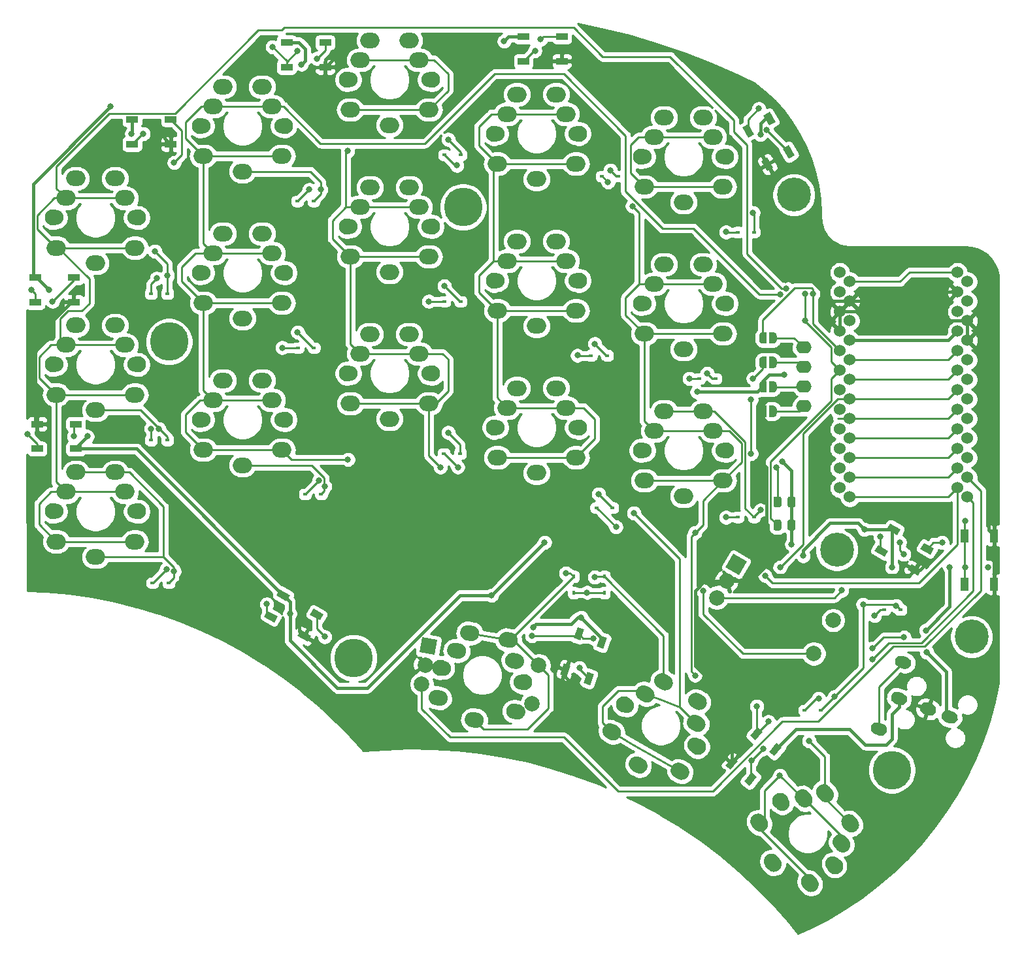
<source format=gbr>
%TF.GenerationSoftware,KiCad,Pcbnew,5.1.7*%
%TF.CreationDate,2020-11-16T23:11:26+01:00*%
%TF.ProjectId,split_3x,73706c69-745f-4337-982e-6b696361645f,rev?*%
%TF.SameCoordinates,Original*%
%TF.FileFunction,Copper,L1,Top*%
%TF.FilePolarity,Positive*%
%FSLAX46Y46*%
G04 Gerber Fmt 4.6, Leading zero omitted, Abs format (unit mm)*
G04 Created by KiCad (PCBNEW 5.1.7) date 2020-11-16 23:11:26*
%MOMM*%
%LPD*%
G01*
G04 APERTURE LIST*
%TA.AperFunction,WasherPad*%
%ADD10C,1.900000*%
%TD*%
%TA.AperFunction,ComponentPad*%
%ADD11O,2.500000X2.000000*%
%TD*%
%TA.AperFunction,WasherPad*%
%ADD12C,2.100000*%
%TD*%
%TA.AperFunction,ComponentPad*%
%ADD13C,1.524000*%
%TD*%
%TA.AperFunction,ComponentPad*%
%ADD14O,2.000000X1.600000*%
%TD*%
%TA.AperFunction,ComponentPad*%
%ADD15C,0.700000*%
%TD*%
%TA.AperFunction,ComponentPad*%
%ADD16C,4.400000*%
%TD*%
%TA.AperFunction,ComponentPad*%
%ADD17C,5.000000*%
%TD*%
%TA.AperFunction,SMDPad,CuDef*%
%ADD18R,0.600000X0.450000*%
%TD*%
%TA.AperFunction,SMDPad,CuDef*%
%ADD19R,0.450000X0.600000*%
%TD*%
%TA.AperFunction,SMDPad,CuDef*%
%ADD20C,0.100000*%
%TD*%
%TA.AperFunction,SMDPad,CuDef*%
%ADD21R,1.501140X0.899160*%
%TD*%
%TA.AperFunction,ComponentPad*%
%ADD22C,0.100000*%
%TD*%
%TA.AperFunction,ComponentPad*%
%ADD23C,2.000000*%
%TD*%
%TA.AperFunction,SMDPad,CuDef*%
%ADD24R,1.000000X1.700000*%
%TD*%
%TA.AperFunction,ViaPad*%
%ADD25C,0.800000*%
%TD*%
%TA.AperFunction,Conductor*%
%ADD26C,0.250000*%
%TD*%
%TA.AperFunction,Conductor*%
%ADD27C,0.381000*%
%TD*%
%TA.AperFunction,Conductor*%
%ADD28C,0.254000*%
%TD*%
%TA.AperFunction,Conductor*%
%ADD29C,0.100000*%
%TD*%
G04 APERTURE END LIST*
D10*
%TO.P,MX15,*%
%TO.N,*%
X158420850Y-61736100D03*
X168580850Y-61736100D03*
D11*
%TO.P,MX15,1*%
%TO.N,col4*%
X159690850Y-59196100D03*
%TO.P,MX15,2*%
%TO.N,Net-(D16-Pad2)*%
X166040850Y-56656100D03*
D12*
%TO.P,MX15,*%
%TO.N,*%
X169000850Y-61736100D03*
X158000850Y-61736100D03*
D11*
%TO.P,MX15,1*%
%TO.N,col4*%
X158400850Y-65636100D03*
%TO.P,MX15,2*%
%TO.N,Net-(D16-Pad2)*%
X160960850Y-56656100D03*
%TO.P,MX15,1*%
%TO.N,col4*%
X167310850Y-59196100D03*
%TO.P,MX15,2*%
%TO.N,Net-(D16-Pad2)*%
X163500850Y-67636100D03*
%TO.P,MX15,1*%
%TO.N,col4*%
X168600850Y-65636100D03*
%TD*%
D13*
%TO.P,U1,24*%
%TO.N,Net-(U1-Pad24)*%
X198988750Y-76742500D03*
%TO.P,U1,23*%
%TO.N,ground*%
X198988750Y-79282500D03*
%TO.P,U1,22*%
%TO.N,reset*%
X198988750Y-81822500D03*
%TO.P,U1,21*%
%TO.N,power*%
X198988750Y-84362500D03*
%TO.P,U1,20*%
%TO.N,col0*%
X198988750Y-86902500D03*
%TO.P,U1,19*%
%TO.N,col1*%
X198988750Y-89442500D03*
%TO.P,U1,18*%
%TO.N,col2*%
X198988750Y-91982500D03*
%TO.P,U1,17*%
%TO.N,col3*%
X198988750Y-94522500D03*
%TO.P,U1,16*%
%TO.N,col4*%
X198988750Y-97062500D03*
%TO.P,U1,15*%
%TO.N,Net-(U1-Pad15)*%
X198988750Y-99602500D03*
%TO.P,U1,14*%
%TO.N,enc0da*%
X198988750Y-102142500D03*
%TO.P,U1,13*%
%TO.N,enc0db*%
X198988750Y-104682500D03*
%TO.P,U1,12*%
%TO.N,enc1db*%
X183748750Y-104682500D03*
%TO.P,U1,11*%
%TO.N,enc1da*%
X183748750Y-102142500D03*
%TO.P,U1,10*%
%TO.N,row3*%
X183748750Y-99602500D03*
%TO.P,U1,9*%
%TO.N,row2*%
X183748750Y-97062500D03*
%TO.P,U1,8*%
%TO.N,row1*%
X183748750Y-94522500D03*
%TO.P,U1,7*%
%TO.N,row0*%
X183748750Y-91982500D03*
%TO.P,U1,6*%
%TO.N,scl*%
X183748750Y-89442500D03*
%TO.P,U1,5*%
%TO.N,sda*%
X183748750Y-86902500D03*
%TO.P,U1,4*%
%TO.N,ground*%
X183748750Y-84362500D03*
%TO.P,U1,3*%
X183748750Y-81822500D03*
%TO.P,U1,2*%
%TO.N,connection*%
X183748750Y-79282500D03*
%TO.P,U1,1*%
%TO.N,leds*%
X183748750Y-76742500D03*
%TO.P,U1,5*%
%TO.N,sda*%
X200287565Y-88098245D03*
%TO.P,U1,7*%
%TO.N,row0*%
X200287565Y-93178245D03*
%TO.P,U1,24*%
%TO.N,Net-(U1-Pad24)*%
X185047565Y-77938245D03*
%TO.P,U1,2*%
%TO.N,connection*%
X200287565Y-80478245D03*
%TO.P,U1,11*%
%TO.N,enc1da*%
X200287565Y-103338245D03*
%TO.P,U1,13*%
%TO.N,enc0db*%
X185047565Y-105878245D03*
%TO.P,U1,8*%
%TO.N,row1*%
X200287565Y-95718245D03*
%TO.P,U1,9*%
%TO.N,row2*%
X200287565Y-98258245D03*
%TO.P,U1,17*%
%TO.N,col3*%
X185047565Y-95718245D03*
%TO.P,U1,15*%
%TO.N,Net-(U1-Pad15)*%
X185047565Y-100798245D03*
%TO.P,U1,20*%
%TO.N,col0*%
X185047565Y-88098245D03*
%TO.P,U1,21*%
%TO.N,power*%
X185047565Y-85558245D03*
%TO.P,U1,23*%
%TO.N,ground*%
X185047565Y-80478245D03*
%TO.P,U1,19*%
%TO.N,col1*%
X185047565Y-90638245D03*
%TO.P,U1,12*%
%TO.N,enc1db*%
X200287565Y-105878245D03*
%TO.P,U1,16*%
%TO.N,col4*%
X185047565Y-98258245D03*
%TO.P,U1,1*%
%TO.N,leds*%
X200287565Y-77938245D03*
%TO.P,U1,3*%
%TO.N,ground*%
X200287565Y-83018245D03*
%TO.P,U1,14*%
%TO.N,enc0da*%
X185047565Y-103338245D03*
%TO.P,U1,4*%
%TO.N,ground*%
X200287565Y-85558245D03*
%TO.P,U1,6*%
%TO.N,scl*%
X200287565Y-90638245D03*
%TO.P,U1,18*%
%TO.N,col2*%
X185047565Y-93178245D03*
%TO.P,U1,10*%
%TO.N,row3*%
X200287565Y-100798245D03*
%TO.P,U1,22*%
%TO.N,reset*%
X185047565Y-83018245D03*
%TD*%
D14*
%TO.P,Brd1,2*%
%TO.N,Net-(Brd1-Pad2)*%
X179106250Y-91567500D03*
%TO.P,Brd1,1*%
%TO.N,Net-(Brd1-Pad1)*%
X179106250Y-94107500D03*
%TO.P,Brd1,3*%
%TO.N,Net-(Brd1-Pad3)*%
X179106250Y-89027500D03*
%TO.P,Brd1,4*%
%TO.N,Net-(Brd1-Pad4)*%
X179106250Y-86487500D03*
%TD*%
%TO.P,U2,1*%
%TO.N,Net-(U2-Pad1)*%
%TA.AperFunction,ComponentPad*%
G36*
G01*
X188799889Y-135103398D02*
X189363705Y-135308610D01*
G75*
G02*
X189841843Y-136333980I-273616J-751754D01*
G01*
X189841843Y-136333980D01*
G75*
G02*
X188816473Y-136812118I-751754J273616D01*
G01*
X188252657Y-136606906D01*
G75*
G02*
X187774519Y-135581536I273616J751754D01*
G01*
X187774519Y-135581536D01*
G75*
G02*
X188799889Y-135103398I751754J-273616D01*
G01*
G37*
%TD.AperFunction*%
%TA.AperFunction,ComponentPad*%
G36*
G01*
X191946474Y-126458226D02*
X192510290Y-126663438D01*
G75*
G02*
X192988428Y-127688808I-273616J-751754D01*
G01*
X192988428Y-127688808D01*
G75*
G02*
X191963058Y-128166946I-751754J273616D01*
G01*
X191399242Y-127961734D01*
G75*
G02*
X190921104Y-126936364I273616J751754D01*
G01*
X190921104Y-126936364D01*
G75*
G02*
X191946474Y-126458226I751754J-273616D01*
G01*
G37*
%TD.AperFunction*%
%TO.P,U2,2*%
%TO.N,power*%
%TA.AperFunction,ComponentPad*%
G36*
G01*
X191406843Y-131157035D02*
X191970659Y-131362247D01*
G75*
G02*
X192448797Y-132387617I-273616J-751754D01*
G01*
X192448797Y-132387617D01*
G75*
G02*
X191423427Y-132865755I-751754J273616D01*
G01*
X190859611Y-132660543D01*
G75*
G02*
X190381473Y-131635173I273616J751754D01*
G01*
X190381473Y-131635173D01*
G75*
G02*
X191406843Y-131157035I751754J-273616D01*
G01*
G37*
%TD.AperFunction*%
%TO.P,U2,4*%
%TO.N,connection*%
%TA.AperFunction,ComponentPad*%
G36*
G01*
X197984692Y-133551176D02*
X198548508Y-133756388D01*
G75*
G02*
X199026646Y-134781758I-273616J-751754D01*
G01*
X199026646Y-134781758D01*
G75*
G02*
X198001276Y-135259896I-751754J273616D01*
G01*
X197437460Y-135054684D01*
G75*
G02*
X196959322Y-134029314I273616J751754D01*
G01*
X196959322Y-134029314D01*
G75*
G02*
X197984692Y-133551176I751754J-273616D01*
G01*
G37*
%TD.AperFunction*%
%TO.P,U2,3*%
%TO.N,ground*%
%TA.AperFunction,ComponentPad*%
G36*
G01*
X195165614Y-132525115D02*
X195729430Y-132730327D01*
G75*
G02*
X196207568Y-133755697I-273616J-751754D01*
G01*
X196207568Y-133755697D01*
G75*
G02*
X195182198Y-134233835I-751754J273616D01*
G01*
X194618382Y-134028623D01*
G75*
G02*
X194140244Y-133003253I273616J751754D01*
G01*
X194140244Y-133003253D01*
G75*
G02*
X195165614Y-132525115I751754J-273616D01*
G01*
G37*
%TD.AperFunction*%
%TD*%
D15*
%TO.P, ,1*%
%TO.N,N/C*%
X178966726Y-65508274D03*
X177800000Y-65025000D03*
X176633274Y-65508274D03*
X176150000Y-66675000D03*
X176633274Y-67841726D03*
X177800000Y-68325000D03*
X178966726Y-67841726D03*
X179450000Y-66675000D03*
D16*
X177800000Y-66675000D03*
%TD*%
D17*
%TO.P,REF\u002A\u002A,*%
%TO.N,*%
X190500000Y-141287500D03*
%TD*%
%TO.P,REF\u002A\u002A,*%
%TO.N,*%
X120750000Y-126750000D03*
%TD*%
%TO.P,REF\u002A\u002A,*%
%TO.N,*%
X134937500Y-68262500D03*
%TD*%
%TO.P,REF\u002A\u002A,*%
%TO.N,*%
X96837500Y-85725000D03*
%TD*%
D15*
%TO.P, ,1*%
%TO.N,N/C*%
X201985476Y-122833274D03*
X200818750Y-122350000D03*
X199652024Y-122833274D03*
X199168750Y-124000000D03*
X199652024Y-125166726D03*
X200818750Y-125650000D03*
X201985476Y-125166726D03*
X202468750Y-124000000D03*
D16*
X200818750Y-124000000D03*
%TD*%
D15*
%TO.P, ,1*%
%TO.N,N/C*%
X184522976Y-111545774D03*
X183356250Y-111062500D03*
X182189524Y-111545774D03*
X181706250Y-112712500D03*
X182189524Y-113879226D03*
X183356250Y-114362500D03*
X184522976Y-113879226D03*
X185006250Y-112712500D03*
D16*
X183356250Y-112712500D03*
%TD*%
D18*
%TO.P,D19,1*%
%TO.N,row3*%
X181300000Y-133500000D03*
%TO.P,D19,2*%
%TO.N,Net-(D19-Pad2)*%
X179200000Y-133500000D03*
%TD*%
%TO.P,D18,1*%
%TO.N,row2*%
X170518750Y-108500000D03*
%TO.P,D18,2*%
%TO.N,Net-(D18-Pad2)*%
X172618750Y-108500000D03*
%TD*%
%TO.P,D17,1*%
%TO.N,row1*%
X165518750Y-90512500D03*
%TO.P,D17,2*%
%TO.N,Net-(D17-Pad2)*%
X167618750Y-90512500D03*
%TD*%
%TO.P,D16,1*%
%TO.N,row0*%
X170518750Y-71512500D03*
%TO.P,D16,2*%
%TO.N,Net-(D16-Pad2)*%
X172618750Y-71512500D03*
%TD*%
D19*
%TO.P,D15,1*%
%TO.N,row3*%
X153250000Y-118300000D03*
%TO.P,D15,2*%
%TO.N,Net-(D15-Pad2)*%
X153250000Y-116200000D03*
%TD*%
D18*
%TO.P,D14,1*%
%TO.N,row2*%
X152200000Y-107250000D03*
%TO.P,D14,2*%
%TO.N,Net-(D14-Pad2)*%
X154300000Y-107250000D03*
%TD*%
%TO.P,D13,1*%
%TO.N,row1*%
X151518750Y-87512500D03*
%TO.P,D13,2*%
%TO.N,Net-(D13-Pad2)*%
X153618750Y-87512500D03*
%TD*%
%TO.P,D12,1*%
%TO.N,row0*%
X152937500Y-64293750D03*
%TO.P,D12,2*%
%TO.N,Net-(D12-Pad2)*%
X155037500Y-64293750D03*
%TD*%
D19*
%TO.P,D11,2*%
%TO.N,enc1row*%
X149250000Y-116200000D03*
%TO.P,D11,1*%
%TO.N,row3*%
X149250000Y-118300000D03*
%TD*%
D18*
%TO.P,D10,1*%
%TO.N,row2*%
X132450000Y-100250000D03*
%TO.P,D10,2*%
%TO.N,Net-(D10-Pad2)*%
X134550000Y-100250000D03*
%TD*%
%TO.P,D9,1*%
%TO.N,row1*%
X132518750Y-80512500D03*
%TO.P,D9,2*%
%TO.N,Net-(D9-Pad2)*%
X134618750Y-80512500D03*
%TD*%
%TO.P,D8,1*%
%TO.N,row0*%
X132518750Y-61512500D03*
%TO.P,D8,2*%
%TO.N,Net-(D8-Pad2)*%
X134618750Y-61512500D03*
%TD*%
%TO.P,D7,1*%
%TO.N,row3*%
X191618750Y-120512500D03*
%TO.P,D7,2*%
%TO.N,enc0row*%
X189518750Y-120512500D03*
%TD*%
%TO.P,D6,1*%
%TO.N,row2*%
X114450000Y-105500000D03*
%TO.P,D6,2*%
%TO.N,Net-(D6-Pad2)*%
X116550000Y-105500000D03*
%TD*%
%TO.P,D5,1*%
%TO.N,row1*%
X113518750Y-86512500D03*
%TO.P,D5,2*%
%TO.N,Net-(D5-Pad2)*%
X115618750Y-86512500D03*
%TD*%
%TO.P,D4,1*%
%TO.N,row0*%
X113468750Y-67512500D03*
%TO.P,D4,2*%
%TO.N,Net-(D4-Pad2)*%
X115568750Y-67512500D03*
%TD*%
%TO.P,D3,1*%
%TO.N,row2*%
X94700000Y-117000000D03*
%TO.P,D3,2*%
%TO.N,Net-(D3-Pad2)*%
X96800000Y-117000000D03*
%TD*%
%TO.P,D2,1*%
%TO.N,row1*%
X94518750Y-98512500D03*
%TO.P,D2,2*%
%TO.N,Net-(D2-Pad2)*%
X96618750Y-98512500D03*
%TD*%
%TO.P,D1,1*%
%TO.N,row0*%
X94518750Y-79512500D03*
%TO.P,D1,2*%
%TO.N,Net-(D1-Pad2)*%
X96618750Y-79512500D03*
%TD*%
%TA.AperFunction,SMDPad,CuDef*%
D20*
%TO.P,D29,1*%
%TO.N,power*%
G36*
X191148314Y-110841639D02*
G01*
X189848288Y-110091069D01*
X190297868Y-109312373D01*
X191597894Y-110062943D01*
X191148314Y-110841639D01*
G37*
%TD.AperFunction*%
%TA.AperFunction,SMDPad,CuDef*%
%TO.P,D29,2*%
%TO.N,Net-(D20-Pad4)*%
G36*
X189548114Y-113613267D02*
G01*
X188248088Y-112862697D01*
X188697668Y-112084001D01*
X189997694Y-112834571D01*
X189548114Y-113613267D01*
G37*
%TD.AperFunction*%
%TA.AperFunction,SMDPad,CuDef*%
%TO.P,D29,3*%
%TO.N,ground*%
G36*
X193877132Y-116112627D02*
G01*
X192577106Y-115362057D01*
X193026686Y-114583361D01*
X194326712Y-115333931D01*
X193877132Y-116112627D01*
G37*
%TD.AperFunction*%
%TA.AperFunction,SMDPad,CuDef*%
%TO.P,D29,4*%
%TO.N,leds*%
G36*
X195477332Y-113340999D02*
G01*
X194177306Y-112590429D01*
X194626886Y-111811733D01*
X195926912Y-112562303D01*
X195477332Y-113340999D01*
G37*
%TD.AperFunction*%
%TD*%
%TA.AperFunction,SMDPad,CuDef*%
%TO.P,D28,1*%
%TO.N,power*%
G36*
X174622071Y-57660194D02*
G01*
X173871501Y-56360168D01*
X174650197Y-55910588D01*
X175400767Y-57210614D01*
X174622071Y-57660194D01*
G37*
%TD.AperFunction*%
%TA.AperFunction,SMDPad,CuDef*%
%TO.P,D28,2*%
%TO.N,Net-(D28-Pad2)*%
G36*
X171850443Y-59260394D02*
G01*
X171099873Y-57960368D01*
X171878569Y-57510788D01*
X172629139Y-58810814D01*
X171850443Y-59260394D01*
G37*
%TD.AperFunction*%
%TA.AperFunction,SMDPad,CuDef*%
%TO.P,D28,3*%
%TO.N,ground*%
G36*
X174349803Y-63589412D02*
G01*
X173599233Y-62289386D01*
X174377929Y-61839806D01*
X175128499Y-63139832D01*
X174349803Y-63589412D01*
G37*
%TD.AperFunction*%
%TA.AperFunction,SMDPad,CuDef*%
%TO.P,D28,4*%
%TO.N,Net-(D27-Pad2)*%
G36*
X177121431Y-61989212D02*
G01*
X176370861Y-60689186D01*
X177149557Y-60239606D01*
X177900127Y-61539632D01*
X177121431Y-61989212D01*
G37*
%TD.AperFunction*%
%TD*%
D21*
%TO.P,D27,1*%
%TO.N,power*%
X142750640Y-46149800D03*
%TO.P,D27,2*%
%TO.N,Net-(D27-Pad2)*%
X142750640Y-49350200D03*
%TO.P,D27,3*%
%TO.N,ground*%
X147749360Y-49350200D03*
%TO.P,D27,4*%
%TO.N,Net-(D26-Pad2)*%
X147749360Y-46149800D03*
%TD*%
%TO.P,D26,1*%
%TO.N,power*%
X112069390Y-46912300D03*
%TO.P,D26,2*%
%TO.N,Net-(D26-Pad2)*%
X112069390Y-50112700D03*
%TO.P,D26,3*%
%TO.N,ground*%
X117068110Y-50112700D03*
%TO.P,D26,4*%
%TO.N,Net-(D25-Pad2)*%
X117068110Y-46912300D03*
%TD*%
%TO.P,D25,1*%
%TO.N,power*%
X92069390Y-56912300D03*
%TO.P,D25,2*%
%TO.N,Net-(D25-Pad2)*%
X92069390Y-60112700D03*
%TO.P,D25,3*%
%TO.N,ground*%
X97068110Y-60112700D03*
%TO.P,D25,4*%
%TO.N,Net-(D24-Pad2)*%
X97068110Y-56912300D03*
%TD*%
%TO.P,D24,1*%
%TO.N,power*%
X79500640Y-77399800D03*
%TO.P,D24,2*%
%TO.N,Net-(D24-Pad2)*%
X79500640Y-80600200D03*
%TO.P,D24,3*%
%TO.N,ground*%
X84499360Y-80600200D03*
%TO.P,D24,4*%
%TO.N,Net-(D23-Pad2)*%
X84499360Y-77399800D03*
%TD*%
%TO.P,D23,1*%
%TO.N,power*%
X84749360Y-99600200D03*
%TO.P,D23,2*%
%TO.N,Net-(D23-Pad2)*%
X84749360Y-96399800D03*
%TO.P,D23,3*%
%TO.N,ground*%
X79750640Y-96399800D03*
%TO.P,D23,4*%
%TO.N,Net-(D22-Pad2)*%
X79750640Y-99600200D03*
%TD*%
%TA.AperFunction,SMDPad,CuDef*%
D20*
%TO.P,D22,4*%
%TO.N,Net-(D21-Pad2)*%
G36*
X116389832Y-121878499D02*
G01*
X115089806Y-121127929D01*
X115539386Y-120349233D01*
X116839412Y-121099803D01*
X116389832Y-121878499D01*
G37*
%TD.AperFunction*%
%TA.AperFunction,SMDPad,CuDef*%
%TO.P,D22,3*%
%TO.N,ground*%
G36*
X114789632Y-124650127D02*
G01*
X113489606Y-123899557D01*
X113939186Y-123120861D01*
X115239212Y-123871431D01*
X114789632Y-124650127D01*
G37*
%TD.AperFunction*%
%TA.AperFunction,SMDPad,CuDef*%
%TO.P,D22,2*%
%TO.N,Net-(D22-Pad2)*%
G36*
X110460614Y-122150767D02*
G01*
X109160588Y-121400197D01*
X109610168Y-120621501D01*
X110910194Y-121372071D01*
X110460614Y-122150767D01*
G37*
%TD.AperFunction*%
%TA.AperFunction,SMDPad,CuDef*%
%TO.P,D22,1*%
%TO.N,power*%
G36*
X112060814Y-119379139D02*
G01*
X110760788Y-118628569D01*
X111210368Y-117849873D01*
X112510394Y-118600443D01*
X112060814Y-119379139D01*
G37*
%TD.AperFunction*%
%TD*%
%TA.AperFunction,SMDPad,CuDef*%
%TO.P,D21,1*%
%TO.N,power*%
G36*
X152248101Y-125262710D02*
G01*
X152761521Y-123852099D01*
X153606455Y-124159630D01*
X153093035Y-125570241D01*
X152248101Y-125262710D01*
G37*
%TD.AperFunction*%
%TA.AperFunction,SMDPad,CuDef*%
%TO.P,D21,2*%
%TO.N,Net-(D21-Pad2)*%
G36*
X149240708Y-124168109D02*
G01*
X149754128Y-122757498D01*
X150599062Y-123065029D01*
X150085642Y-124475640D01*
X149240708Y-124168109D01*
G37*
%TD.AperFunction*%
%TA.AperFunction,SMDPad,CuDef*%
%TO.P,D21,3*%
%TO.N,ground*%
G36*
X147531045Y-128865370D02*
G01*
X148044465Y-127454759D01*
X148889399Y-127762290D01*
X148375979Y-129172901D01*
X147531045Y-128865370D01*
G37*
%TD.AperFunction*%
%TA.AperFunction,SMDPad,CuDef*%
%TO.P,D21,4*%
%TO.N,Net-(D20-Pad2)*%
G36*
X150538438Y-129959971D02*
G01*
X151051858Y-128549360D01*
X151896792Y-128856891D01*
X151383372Y-130267502D01*
X150538438Y-129959971D01*
G37*
%TD.AperFunction*%
%TD*%
%TA.AperFunction,SMDPad,CuDef*%
%TO.P,D20,1*%
%TO.N,power*%
G36*
X174574277Y-138912454D02*
G01*
X175539191Y-137762514D01*
X176227987Y-138340482D01*
X175263073Y-139490422D01*
X174574277Y-138912454D01*
G37*
%TD.AperFunction*%
%TA.AperFunction,SMDPad,CuDef*%
%TO.P,D20,2*%
%TO.N,Net-(D20-Pad2)*%
G36*
X172122628Y-136855276D02*
G01*
X173087542Y-135705336D01*
X173776338Y-136283304D01*
X172811424Y-137433244D01*
X172122628Y-136855276D01*
G37*
%TD.AperFunction*%
%TA.AperFunction,SMDPad,CuDef*%
%TO.P,D20,3*%
%TO.N,ground*%
G36*
X168909513Y-140684518D02*
G01*
X169874427Y-139534578D01*
X170563223Y-140112546D01*
X169598309Y-141262486D01*
X168909513Y-140684518D01*
G37*
%TD.AperFunction*%
%TA.AperFunction,SMDPad,CuDef*%
%TO.P,D20,4*%
%TO.N,Net-(D20-Pad4)*%
G36*
X171361162Y-142741696D02*
G01*
X172326076Y-141591756D01*
X173014872Y-142169724D01*
X172049958Y-143319664D01*
X171361162Y-142741696D01*
G37*
%TD.AperFunction*%
%TD*%
%TA.AperFunction,ComponentPad*%
D22*
%TO.P,SW4,A*%
%TO.N,enc1db*%
G36*
X129302106Y-126015529D02*
G01*
X129649402Y-124045913D01*
X131619018Y-124393209D01*
X131271722Y-126362825D01*
X129302106Y-126015529D01*
G37*
%TD.AperFunction*%
D23*
%TO.P,SW4,C*%
%TO.N,ground*%
X130026442Y-127666389D03*
%TO.P,SW4,B*%
%TO.N,enc1da*%
X129592321Y-130128408D03*
%TO.P,SW4,S2*%
%TO.N,enc1row*%
X144740275Y-127722268D03*
%TO.P,SW4,S1*%
%TO.N,col2*%
X143872034Y-132646307D03*
%TD*%
%TO.P,SW3,S1*%
%TO.N,col1*%
X180380928Y-126177564D03*
%TO.P,SW3,S2*%
%TO.N,enc0row*%
X182880928Y-121847436D03*
%TO.P,SW3,B*%
%TO.N,enc0da*%
X167823559Y-118927564D03*
%TO.P,SW3,C*%
%TO.N,ground*%
X169073559Y-116762500D03*
%TA.AperFunction,ComponentPad*%
D22*
%TO.P,SW3,A*%
%TO.N,enc0db*%
G36*
X168957534Y-114963461D02*
G01*
X169957534Y-113231411D01*
X171689584Y-114231411D01*
X170689584Y-115963461D01*
X168957534Y-114963461D01*
G37*
%TD.AperFunction*%
%TD*%
D24*
%TO.P,SW1,2*%
%TO.N,ground*%
X203743750Y-110900000D03*
X203743750Y-117200000D03*
%TO.P,SW1,1*%
%TO.N,reset*%
X199943750Y-110900000D03*
X199943750Y-117200000D03*
%TD*%
%TO.P,R2,2*%
%TO.N,scl*%
%TA.AperFunction,SMDPad,CuDef*%
G36*
G01*
X176168750Y-109062499D02*
X176168750Y-109962501D01*
G75*
G02*
X175918751Y-110212500I-249999J0D01*
G01*
X175393749Y-110212500D01*
G75*
G02*
X175143750Y-109962501I0J249999D01*
G01*
X175143750Y-109062499D01*
G75*
G02*
X175393749Y-108812500I249999J0D01*
G01*
X175918751Y-108812500D01*
G75*
G02*
X176168750Y-109062499I0J-249999D01*
G01*
G37*
%TD.AperFunction*%
%TO.P,R2,1*%
%TO.N,power*%
%TA.AperFunction,SMDPad,CuDef*%
G36*
G01*
X177993750Y-109062499D02*
X177993750Y-109962501D01*
G75*
G02*
X177743751Y-110212500I-249999J0D01*
G01*
X177218749Y-110212500D01*
G75*
G02*
X176968750Y-109962501I0J249999D01*
G01*
X176968750Y-109062499D01*
G75*
G02*
X177218749Y-108812500I249999J0D01*
G01*
X177743751Y-108812500D01*
G75*
G02*
X177993750Y-109062499I0J-249999D01*
G01*
G37*
%TD.AperFunction*%
%TD*%
%TO.P,R1,2*%
%TO.N,sda*%
%TA.AperFunction,SMDPad,CuDef*%
G36*
G01*
X176168750Y-106062499D02*
X176168750Y-106962501D01*
G75*
G02*
X175918751Y-107212500I-249999J0D01*
G01*
X175393749Y-107212500D01*
G75*
G02*
X175143750Y-106962501I0J249999D01*
G01*
X175143750Y-106062499D01*
G75*
G02*
X175393749Y-105812500I249999J0D01*
G01*
X175918751Y-105812500D01*
G75*
G02*
X176168750Y-106062499I0J-249999D01*
G01*
G37*
%TD.AperFunction*%
%TO.P,R1,1*%
%TO.N,power*%
%TA.AperFunction,SMDPad,CuDef*%
G36*
G01*
X177993750Y-106062499D02*
X177993750Y-106962501D01*
G75*
G02*
X177743751Y-107212500I-249999J0D01*
G01*
X177218749Y-107212500D01*
G75*
G02*
X176968750Y-106962501I0J249999D01*
G01*
X176968750Y-106062499D01*
G75*
G02*
X177218749Y-105812500I249999J0D01*
G01*
X177743751Y-105812500D01*
G75*
G02*
X177993750Y-106062499I0J-249999D01*
G01*
G37*
%TD.AperFunction*%
%TD*%
D10*
%TO.P,MX18,*%
%TO.N,*%
X176303389Y-145620994D03*
X182834111Y-153404006D03*
%TO.P,MX18,1*%
%TO.N,col4*%
%TA.AperFunction,ComponentPad*%
G36*
G01*
X178261997Y-144003635D02*
X178261997Y-144003635D01*
G75*
G02*
X179670829Y-144126891I642788J-766044D01*
G01*
X179992223Y-144509913D01*
G75*
G02*
X179868967Y-145918745I-766044J-642788D01*
G01*
X179868967Y-145918745D01*
G75*
G02*
X178460135Y-145795489I-642788J766044D01*
G01*
X178138741Y-145412467D01*
G75*
G02*
X178261997Y-144003635I766044J642788D01*
G01*
G37*
%TD.AperFunction*%
%TO.P,MX18,2*%
%TO.N,Net-(D19-Pad2)*%
%TA.AperFunction,ComponentPad*%
G36*
G01*
X184289451Y-147235337D02*
X184289451Y-147235337D01*
G75*
G02*
X185698283Y-147358593I642788J-766044D01*
G01*
X186019677Y-147741615D01*
G75*
G02*
X185896421Y-149150447I-766044J-642788D01*
G01*
X185896421Y-149150447D01*
G75*
G02*
X184487589Y-149027191I-642788J766044D01*
G01*
X184166195Y-148644169D01*
G75*
G02*
X184289451Y-147235337I766044J642788D01*
G01*
G37*
%TD.AperFunction*%
D12*
%TO.P,MX18,*%
%TO.N,*%
X183104082Y-153725744D03*
X176033418Y-145299256D03*
%TO.P,MX18,1*%
%TO.N,col4*%
%TA.AperFunction,ComponentPad*%
G36*
G01*
X172499475Y-147154990D02*
X172499475Y-147154990D01*
G75*
G02*
X173908307Y-147278246I642788J-766044D01*
G01*
X174229701Y-147661268D01*
G75*
G02*
X174106445Y-149070100I-766044J-642788D01*
G01*
X174106445Y-149070100D01*
G75*
G02*
X172697613Y-148946844I-642788J766044D01*
G01*
X172376219Y-148563822D01*
G75*
G02*
X172499475Y-147154990I766044J642788D01*
G01*
G37*
%TD.AperFunction*%
%TO.P,MX18,2*%
%TO.N,Net-(D19-Pad2)*%
%TA.AperFunction,ComponentPad*%
G36*
G01*
X181024090Y-143343831D02*
X181024090Y-143343831D01*
G75*
G02*
X182432922Y-143467087I642788J-766044D01*
G01*
X182754316Y-143850109D01*
G75*
G02*
X182631060Y-145258941I-766044J-642788D01*
G01*
X182631060Y-145258941D01*
G75*
G02*
X181222228Y-145135685I-642788J766044D01*
G01*
X180900834Y-144752663D01*
G75*
G02*
X181024090Y-143343831I766044J642788D01*
G01*
G37*
%TD.AperFunction*%
%TO.P,MX18,1*%
%TO.N,col4*%
%TA.AperFunction,ComponentPad*%
G36*
G01*
X183160039Y-149840894D02*
X183160039Y-149840894D01*
G75*
G02*
X184568871Y-149964150I642788J-766044D01*
G01*
X184890265Y-150347172D01*
G75*
G02*
X184767009Y-151756004I-766044J-642788D01*
G01*
X184767009Y-151756004D01*
G75*
G02*
X183358177Y-151632748I-642788J766044D01*
G01*
X183036783Y-151249726D01*
G75*
G02*
X183160039Y-149840894I766044J642788D01*
G01*
G37*
%TD.AperFunction*%
%TO.P,MX18,2*%
%TO.N,Net-(D19-Pad2)*%
%TA.AperFunction,ComponentPad*%
G36*
G01*
X174245603Y-152347392D02*
X174245603Y-152347392D01*
G75*
G02*
X175654435Y-152470648I642788J-766044D01*
G01*
X175975829Y-152853670D01*
G75*
G02*
X175852573Y-154262502I-766044J-642788D01*
G01*
X175852573Y-154262502D01*
G75*
G02*
X174443741Y-154139246I-642788J766044D01*
G01*
X174122347Y-153756224D01*
G75*
G02*
X174245603Y-152347392I766044J642788D01*
G01*
G37*
%TD.AperFunction*%
%TO.P,MX18,1*%
%TO.N,col4*%
%TA.AperFunction,ComponentPad*%
G36*
G01*
X179055908Y-154968643D02*
X179055908Y-154968643D01*
G75*
G02*
X180464740Y-155091899I642788J-766044D01*
G01*
X180786134Y-155474921D01*
G75*
G02*
X180662878Y-156883753I-766044J-642788D01*
G01*
X180662878Y-156883753D01*
G75*
G02*
X179254046Y-156760497I-642788J766044D01*
G01*
X178932652Y-156377475D01*
G75*
G02*
X179055908Y-154968643I766044J642788D01*
G01*
G37*
%TD.AperFunction*%
%TD*%
D10*
%TO.P,MX17,*%
%TO.N,*%
X158432500Y-99837500D03*
X168592500Y-99837500D03*
D11*
%TO.P,MX17,1*%
%TO.N,col4*%
X159702500Y-97297500D03*
%TO.P,MX17,2*%
%TO.N,Net-(D18-Pad2)*%
X166052500Y-94757500D03*
D12*
%TO.P,MX17,*%
%TO.N,*%
X169012500Y-99837500D03*
X158012500Y-99837500D03*
D11*
%TO.P,MX17,1*%
%TO.N,col4*%
X158412500Y-103737500D03*
%TO.P,MX17,2*%
%TO.N,Net-(D18-Pad2)*%
X160972500Y-94757500D03*
%TO.P,MX17,1*%
%TO.N,col4*%
X167322500Y-97297500D03*
%TO.P,MX17,2*%
%TO.N,Net-(D18-Pad2)*%
X163512500Y-105737500D03*
%TO.P,MX17,1*%
%TO.N,col4*%
X168612500Y-103737500D03*
%TD*%
D10*
%TO.P,MX16,*%
%TO.N,*%
X158432500Y-80787500D03*
X168592500Y-80787500D03*
D11*
%TO.P,MX16,1*%
%TO.N,col4*%
X159702500Y-78247500D03*
%TO.P,MX16,2*%
%TO.N,Net-(D17-Pad2)*%
X166052500Y-75707500D03*
D12*
%TO.P,MX16,*%
%TO.N,*%
X169012500Y-80787500D03*
X158012500Y-80787500D03*
D11*
%TO.P,MX16,1*%
%TO.N,col4*%
X158412500Y-84687500D03*
%TO.P,MX16,2*%
%TO.N,Net-(D17-Pad2)*%
X160972500Y-75707500D03*
%TO.P,MX16,1*%
%TO.N,col4*%
X167322500Y-78247500D03*
%TO.P,MX16,2*%
%TO.N,Net-(D17-Pad2)*%
X163512500Y-86687500D03*
%TO.P,MX16,1*%
%TO.N,col4*%
X168612500Y-84687500D03*
%TD*%
D10*
%TO.P,MX14,*%
%TO.N,*%
X156169341Y-132972500D03*
X164968159Y-138052500D03*
%TO.P,MX14,1*%
%TO.N,col3*%
%TA.AperFunction,ComponentPad*%
G36*
G01*
X157456662Y-130782795D02*
X157456662Y-130782795D01*
G75*
G02*
X158822687Y-130416770I866025J-500000D01*
G01*
X159255699Y-130666770D01*
G75*
G02*
X159621724Y-132032795I-500000J-866025D01*
G01*
X159621724Y-132032795D01*
G75*
G02*
X158255699Y-132398820I-866025J500000D01*
G01*
X157822687Y-132148820D01*
G75*
G02*
X157456662Y-130782795I500000J866025D01*
G01*
G37*
%TD.AperFunction*%
%TO.P,MX14,2*%
%TO.N,Net-(D15-Pad2)*%
%TA.AperFunction,ComponentPad*%
G36*
G01*
X164225924Y-131758091D02*
X164225924Y-131758091D01*
G75*
G02*
X165591949Y-131392066I866025J-500000D01*
G01*
X166024961Y-131642066D01*
G75*
G02*
X166390986Y-133008091I-500000J-866025D01*
G01*
X166390986Y-133008091D01*
G75*
G02*
X165024961Y-133374116I-866025J500000D01*
G01*
X164591949Y-133124116D01*
G75*
G02*
X164225924Y-131758091I500000J866025D01*
G01*
G37*
%TD.AperFunction*%
D12*
%TO.P,MX14,*%
%TO.N,*%
X165331890Y-138262500D03*
X155805610Y-132762500D03*
%TO.P,MX14,1*%
%TO.N,col3*%
%TA.AperFunction,ComponentPad*%
G36*
G01*
X153119489Y-135714999D02*
X153119489Y-135714999D01*
G75*
G02*
X154485514Y-135348974I866025J-500000D01*
G01*
X154918526Y-135598974D01*
G75*
G02*
X155284551Y-136964999I-500000J-866025D01*
G01*
X155284551Y-136964999D01*
G75*
G02*
X153918526Y-137331024I-866025J500000D01*
G01*
X153485514Y-137081024D01*
G75*
G02*
X153119489Y-135714999I500000J866025D01*
G01*
G37*
%TD.AperFunction*%
%TO.P,MX14,2*%
%TO.N,Net-(D15-Pad2)*%
%TA.AperFunction,ComponentPad*%
G36*
G01*
X159826514Y-129218091D02*
X159826514Y-129218091D01*
G75*
G02*
X161192539Y-128852066I866025J-500000D01*
G01*
X161625551Y-129102066D01*
G75*
G02*
X161991576Y-130468091I-500000J-866025D01*
G01*
X161991576Y-130468091D01*
G75*
G02*
X160625551Y-130834116I-866025J500000D01*
G01*
X160192539Y-130584116D01*
G75*
G02*
X159826514Y-129218091I500000J866025D01*
G01*
G37*
%TD.AperFunction*%
%TO.P,MX14,1*%
%TO.N,col3*%
%TA.AperFunction,ComponentPad*%
G36*
G01*
X164055776Y-134592795D02*
X164055776Y-134592795D01*
G75*
G02*
X165421801Y-134226770I866025J-500000D01*
G01*
X165854813Y-134476770D01*
G75*
G02*
X166220838Y-135842795I-500000J-866025D01*
G01*
X166220838Y-135842795D01*
G75*
G02*
X164854813Y-136208820I-866025J500000D01*
G01*
X164421801Y-135958820D01*
G75*
G02*
X164055776Y-134592795I500000J866025D01*
G01*
G37*
%TD.AperFunction*%
%TO.P,MX14,2*%
%TO.N,Net-(D15-Pad2)*%
%TA.AperFunction,ComponentPad*%
G36*
G01*
X156536219Y-139997050D02*
X156536219Y-139997050D01*
G75*
G02*
X157902244Y-139631025I866025J-500000D01*
G01*
X158335256Y-139881025D01*
G75*
G02*
X158701281Y-141247050I-500000J-866025D01*
G01*
X158701281Y-141247050D01*
G75*
G02*
X157335256Y-141613075I-866025J500000D01*
G01*
X156902244Y-141363075D01*
G75*
G02*
X156536219Y-139997050I500000J866025D01*
G01*
G37*
%TD.AperFunction*%
%TO.P,MX14,1*%
%TO.N,col3*%
%TA.AperFunction,ComponentPad*%
G36*
G01*
X161952949Y-140814999D02*
X161952949Y-140814999D01*
G75*
G02*
X163318974Y-140448974I866025J-500000D01*
G01*
X163751986Y-140698974D01*
G75*
G02*
X164118011Y-142064999I-500000J-866025D01*
G01*
X164118011Y-142064999D01*
G75*
G02*
X162751986Y-142431024I-866025J500000D01*
G01*
X162318974Y-142181024D01*
G75*
G02*
X161952949Y-140814999I500000J866025D01*
G01*
G37*
%TD.AperFunction*%
%TD*%
D10*
%TO.P,MX13,*%
%TO.N,*%
X139382500Y-96837500D03*
X149542500Y-96837500D03*
D11*
%TO.P,MX13,1*%
%TO.N,col3*%
X140652500Y-94297500D03*
%TO.P,MX13,2*%
%TO.N,Net-(D14-Pad2)*%
X147002500Y-91757500D03*
D12*
%TO.P,MX13,*%
%TO.N,*%
X149962500Y-96837500D03*
X138962500Y-96837500D03*
D11*
%TO.P,MX13,1*%
%TO.N,col3*%
X139362500Y-100737500D03*
%TO.P,MX13,2*%
%TO.N,Net-(D14-Pad2)*%
X141922500Y-91757500D03*
%TO.P,MX13,1*%
%TO.N,col3*%
X148272500Y-94297500D03*
%TO.P,MX13,2*%
%TO.N,Net-(D14-Pad2)*%
X144462500Y-102737500D03*
%TO.P,MX13,1*%
%TO.N,col3*%
X149562500Y-100737500D03*
%TD*%
D10*
%TO.P,MX12,*%
%TO.N,*%
X139382500Y-77787500D03*
X149542500Y-77787500D03*
D11*
%TO.P,MX12,1*%
%TO.N,col3*%
X140652500Y-75247500D03*
%TO.P,MX12,2*%
%TO.N,Net-(D13-Pad2)*%
X147002500Y-72707500D03*
D12*
%TO.P,MX12,*%
%TO.N,*%
X149962500Y-77787500D03*
X138962500Y-77787500D03*
D11*
%TO.P,MX12,1*%
%TO.N,col3*%
X139362500Y-81687500D03*
%TO.P,MX12,2*%
%TO.N,Net-(D13-Pad2)*%
X141922500Y-72707500D03*
%TO.P,MX12,1*%
%TO.N,col3*%
X148272500Y-75247500D03*
%TO.P,MX12,2*%
%TO.N,Net-(D13-Pad2)*%
X144462500Y-83687500D03*
%TO.P,MX12,1*%
%TO.N,col3*%
X149562500Y-81687500D03*
%TD*%
D10*
%TO.P,MX11,*%
%TO.N,*%
X139372050Y-58736100D03*
X149532050Y-58736100D03*
D11*
%TO.P,MX11,1*%
%TO.N,col3*%
X140642050Y-56196100D03*
%TO.P,MX11,2*%
%TO.N,Net-(D12-Pad2)*%
X146992050Y-53656100D03*
D12*
%TO.P,MX11,*%
%TO.N,*%
X149952050Y-58736100D03*
X138952050Y-58736100D03*
D11*
%TO.P,MX11,1*%
%TO.N,col3*%
X139352050Y-62636100D03*
%TO.P,MX11,2*%
%TO.N,Net-(D12-Pad2)*%
X141912050Y-53656100D03*
%TO.P,MX11,1*%
%TO.N,col3*%
X148262050Y-56196100D03*
%TO.P,MX11,2*%
%TO.N,Net-(D12-Pad2)*%
X144452050Y-64636100D03*
%TO.P,MX11,1*%
%TO.N,col3*%
X149552050Y-62636100D03*
%TD*%
D10*
%TO.P,MX10,*%
%TO.N,*%
X132409677Y-128086617D03*
X142415323Y-129850883D03*
%TO.P,MX10,1*%
%TO.N,col2*%
%TA.AperFunction,ComponentPad*%
G36*
G01*
X132870439Y-125588679D02*
X132870439Y-125588679D01*
G75*
G02*
X134028895Y-124777519I984808J-173648D01*
G01*
X134521299Y-124864343D01*
G75*
G02*
X135332459Y-126022799I-173648J-984808D01*
G01*
X135332459Y-126022799D01*
G75*
G02*
X134174003Y-126833959I-984808J173648D01*
G01*
X133681599Y-126747135D01*
G75*
G02*
X132870439Y-125588679I173648J984808D01*
G01*
G37*
%TD.AperFunction*%
%TO.P,MX10,2*%
%TO.N,enc1row*%
%TA.AperFunction,ComponentPad*%
G36*
G01*
X139565034Y-124189933D02*
X139565034Y-124189933D01*
G75*
G02*
X140723490Y-123378773I984808J-173648D01*
G01*
X141215894Y-123465597D01*
G75*
G02*
X142027054Y-124624053I-173648J-984808D01*
G01*
X142027054Y-124624053D01*
G75*
G02*
X140868598Y-125435213I-984808J173648D01*
G01*
X140376194Y-125348389D01*
G75*
G02*
X139565034Y-124189933I173648J984808D01*
G01*
G37*
%TD.AperFunction*%
D12*
%TO.P,MX10,*%
%TO.N,*%
X142828943Y-129923815D03*
X131996057Y-128013685D03*
%TO.P,MX10,1*%
%TO.N,col2*%
%TA.AperFunction,ComponentPad*%
G36*
G01*
X130481743Y-131706835D02*
X130481743Y-131706835D01*
G75*
G02*
X131640199Y-130895675I984808J-173648D01*
G01*
X132132603Y-130982499D01*
G75*
G02*
X132943763Y-132140955I-173648J-984808D01*
G01*
X132943763Y-132140955D01*
G75*
G02*
X131785307Y-132952115I-984808J173648D01*
G01*
X131292903Y-132865291D01*
G75*
G02*
X130481743Y-131706835I173648J984808D01*
G01*
G37*
%TD.AperFunction*%
%TO.P,MX10,2*%
%TO.N,enc1row*%
%TA.AperFunction,ComponentPad*%
G36*
G01*
X134562211Y-123307800D02*
X134562211Y-123307800D01*
G75*
G02*
X135720667Y-122496640I984808J-173648D01*
G01*
X136213071Y-122583464D01*
G75*
G02*
X137024231Y-123741920I-173648J-984808D01*
G01*
X137024231Y-123741920D01*
G75*
G02*
X135865775Y-124553080I-984808J173648D01*
G01*
X135373371Y-124466256D01*
G75*
G02*
X134562211Y-123307800I173648J984808D01*
G01*
G37*
%TD.AperFunction*%
%TO.P,MX10,1*%
%TO.N,col2*%
%TA.AperFunction,ComponentPad*%
G36*
G01*
X140374674Y-126911878D02*
X140374674Y-126911878D01*
G75*
G02*
X141533130Y-126100718I984808J-173648D01*
G01*
X142025534Y-126187542D01*
G75*
G02*
X142836694Y-127345998I-173648J-984808D01*
G01*
X142836694Y-127345998D01*
G75*
G02*
X141678238Y-128157158I-984808J173648D01*
G01*
X141185834Y-128070334D01*
G75*
G02*
X140374674Y-126911878I173648J984808D01*
G01*
G37*
%TD.AperFunction*%
%TO.P,MX10,2*%
%TO.N,enc1row*%
%TA.AperFunction,ComponentPad*%
G36*
G01*
X135156966Y-134562056D02*
X135156966Y-134562056D01*
G75*
G02*
X136315422Y-133750896I984808J-173648D01*
G01*
X136807826Y-133837720D01*
G75*
G02*
X137618986Y-134996176I-173648J-984808D01*
G01*
X137618986Y-134996176D01*
G75*
G02*
X136460530Y-135807336I-984808J173648D01*
G01*
X135968126Y-135720512D01*
G75*
G02*
X135156966Y-134562056I173648J984808D01*
G01*
G37*
%TD.AperFunction*%
%TO.P,MX10,1*%
%TO.N,col2*%
%TA.AperFunction,ComponentPad*%
G36*
G01*
X140526782Y-133478046D02*
X140526782Y-133478046D01*
G75*
G02*
X141685238Y-132666886I984808J-173648D01*
G01*
X142177642Y-132753710D01*
G75*
G02*
X142988802Y-133912166I-173648J-984808D01*
G01*
X142988802Y-133912166D01*
G75*
G02*
X141830346Y-134723326I-984808J173648D01*
G01*
X141337942Y-134636502D01*
G75*
G02*
X140526782Y-133478046I173648J984808D01*
G01*
G37*
%TD.AperFunction*%
%TD*%
D10*
%TO.P,MX9,*%
%TO.N,*%
X120332500Y-89837500D03*
X130492500Y-89837500D03*
D11*
%TO.P,MX9,1*%
%TO.N,col2*%
X121602500Y-87297500D03*
%TO.P,MX9,2*%
%TO.N,Net-(D10-Pad2)*%
X127952500Y-84757500D03*
D12*
%TO.P,MX9,*%
%TO.N,*%
X130912500Y-89837500D03*
X119912500Y-89837500D03*
D11*
%TO.P,MX9,1*%
%TO.N,col2*%
X120312500Y-93737500D03*
%TO.P,MX9,2*%
%TO.N,Net-(D10-Pad2)*%
X122872500Y-84757500D03*
%TO.P,MX9,1*%
%TO.N,col2*%
X129222500Y-87297500D03*
%TO.P,MX9,2*%
%TO.N,Net-(D10-Pad2)*%
X125412500Y-95737500D03*
%TO.P,MX9,1*%
%TO.N,col2*%
X130512500Y-93737500D03*
%TD*%
D10*
%TO.P,MX8,*%
%TO.N,*%
X120332500Y-70787500D03*
X130492500Y-70787500D03*
D11*
%TO.P,MX8,1*%
%TO.N,col2*%
X121602500Y-68247500D03*
%TO.P,MX8,2*%
%TO.N,Net-(D9-Pad2)*%
X127952500Y-65707500D03*
D12*
%TO.P,MX8,*%
%TO.N,*%
X130912500Y-70787500D03*
X119912500Y-70787500D03*
D11*
%TO.P,MX8,1*%
%TO.N,col2*%
X120312500Y-74687500D03*
%TO.P,MX8,2*%
%TO.N,Net-(D9-Pad2)*%
X122872500Y-65707500D03*
%TO.P,MX8,1*%
%TO.N,col2*%
X129222500Y-68247500D03*
%TO.P,MX8,2*%
%TO.N,Net-(D9-Pad2)*%
X125412500Y-76687500D03*
%TO.P,MX8,1*%
%TO.N,col2*%
X130512500Y-74687500D03*
%TD*%
D10*
%TO.P,MX7,*%
%TO.N,*%
X120323250Y-51736100D03*
X130483250Y-51736100D03*
D11*
%TO.P,MX7,1*%
%TO.N,col2*%
X121593250Y-49196100D03*
%TO.P,MX7,2*%
%TO.N,Net-(D8-Pad2)*%
X127943250Y-46656100D03*
D12*
%TO.P,MX7,*%
%TO.N,*%
X130903250Y-51736100D03*
X119903250Y-51736100D03*
D11*
%TO.P,MX7,1*%
%TO.N,col2*%
X120303250Y-55636100D03*
%TO.P,MX7,2*%
%TO.N,Net-(D8-Pad2)*%
X122863250Y-46656100D03*
%TO.P,MX7,1*%
%TO.N,col2*%
X129213250Y-49196100D03*
%TO.P,MX7,2*%
%TO.N,Net-(D8-Pad2)*%
X125403250Y-57636100D03*
%TO.P,MX7,1*%
%TO.N,col2*%
X130503250Y-55636100D03*
%TD*%
D10*
%TO.P,MX6,*%
%TO.N,*%
X101282500Y-95837500D03*
X111442500Y-95837500D03*
D11*
%TO.P,MX6,1*%
%TO.N,col1*%
X102552500Y-93297500D03*
%TO.P,MX6,2*%
%TO.N,Net-(D6-Pad2)*%
X108902500Y-90757500D03*
D12*
%TO.P,MX6,*%
%TO.N,*%
X111862500Y-95837500D03*
X100862500Y-95837500D03*
D11*
%TO.P,MX6,1*%
%TO.N,col1*%
X101262500Y-99737500D03*
%TO.P,MX6,2*%
%TO.N,Net-(D6-Pad2)*%
X103822500Y-90757500D03*
%TO.P,MX6,1*%
%TO.N,col1*%
X110172500Y-93297500D03*
%TO.P,MX6,2*%
%TO.N,Net-(D6-Pad2)*%
X106362500Y-101737500D03*
%TO.P,MX6,1*%
%TO.N,col1*%
X111462500Y-99737500D03*
%TD*%
D10*
%TO.P,MX5,*%
%TO.N,*%
X101282500Y-76787500D03*
X111442500Y-76787500D03*
D11*
%TO.P,MX5,1*%
%TO.N,col1*%
X102552500Y-74247500D03*
%TO.P,MX5,2*%
%TO.N,Net-(D5-Pad2)*%
X108902500Y-71707500D03*
D12*
%TO.P,MX5,*%
%TO.N,*%
X111862500Y-76787500D03*
X100862500Y-76787500D03*
D11*
%TO.P,MX5,1*%
%TO.N,col1*%
X101262500Y-80687500D03*
%TO.P,MX5,2*%
%TO.N,Net-(D5-Pad2)*%
X103822500Y-71707500D03*
%TO.P,MX5,1*%
%TO.N,col1*%
X110172500Y-74247500D03*
%TO.P,MX5,2*%
%TO.N,Net-(D5-Pad2)*%
X106362500Y-82687500D03*
%TO.P,MX5,1*%
%TO.N,col1*%
X111462500Y-80687500D03*
%TD*%
D10*
%TO.P,MX4,*%
%TO.N,*%
X101274450Y-57736100D03*
X111434450Y-57736100D03*
D11*
%TO.P,MX4,1*%
%TO.N,col1*%
X102544450Y-55196100D03*
%TO.P,MX4,2*%
%TO.N,Net-(D4-Pad2)*%
X108894450Y-52656100D03*
D12*
%TO.P,MX4,*%
%TO.N,*%
X111854450Y-57736100D03*
X100854450Y-57736100D03*
D11*
%TO.P,MX4,1*%
%TO.N,col1*%
X101254450Y-61636100D03*
%TO.P,MX4,2*%
%TO.N,Net-(D4-Pad2)*%
X103814450Y-52656100D03*
%TO.P,MX4,1*%
%TO.N,col1*%
X110164450Y-55196100D03*
%TO.P,MX4,2*%
%TO.N,Net-(D4-Pad2)*%
X106354450Y-63636100D03*
%TO.P,MX4,1*%
%TO.N,col1*%
X111454450Y-61636100D03*
%TD*%
D10*
%TO.P,MX3,*%
%TO.N,*%
X82232500Y-107743750D03*
X92392500Y-107743750D03*
D11*
%TO.P,MX3,1*%
%TO.N,col0*%
X83502500Y-105203750D03*
%TO.P,MX3,2*%
%TO.N,Net-(D3-Pad2)*%
X89852500Y-102663750D03*
D12*
%TO.P,MX3,*%
%TO.N,*%
X92812500Y-107743750D03*
X81812500Y-107743750D03*
D11*
%TO.P,MX3,1*%
%TO.N,col0*%
X82212500Y-111643750D03*
%TO.P,MX3,2*%
%TO.N,Net-(D3-Pad2)*%
X84772500Y-102663750D03*
%TO.P,MX3,1*%
%TO.N,col0*%
X91122500Y-105203750D03*
%TO.P,MX3,2*%
%TO.N,Net-(D3-Pad2)*%
X87312500Y-113643750D03*
%TO.P,MX3,1*%
%TO.N,col0*%
X92412500Y-111643750D03*
%TD*%
D10*
%TO.P,MX2,*%
%TO.N,*%
X82225650Y-88693750D03*
X92385650Y-88693750D03*
D11*
%TO.P,MX2,1*%
%TO.N,col0*%
X83495650Y-86153750D03*
%TO.P,MX2,2*%
%TO.N,Net-(D2-Pad2)*%
X89845650Y-83613750D03*
D12*
%TO.P,MX2,*%
%TO.N,*%
X92805650Y-88693750D03*
X81805650Y-88693750D03*
D11*
%TO.P,MX2,1*%
%TO.N,col0*%
X82205650Y-92593750D03*
%TO.P,MX2,2*%
%TO.N,Net-(D2-Pad2)*%
X84765650Y-83613750D03*
%TO.P,MX2,1*%
%TO.N,col0*%
X91115650Y-86153750D03*
%TO.P,MX2,2*%
%TO.N,Net-(D2-Pad2)*%
X87305650Y-94593750D03*
%TO.P,MX2,1*%
%TO.N,col0*%
X92405650Y-92593750D03*
%TD*%
D10*
%TO.P,MX1,*%
%TO.N,*%
X82225650Y-69642350D03*
X92385650Y-69642350D03*
D11*
%TO.P,MX1,1*%
%TO.N,col0*%
X83495650Y-67102350D03*
%TO.P,MX1,2*%
%TO.N,Net-(D1-Pad2)*%
X89845650Y-64562350D03*
D12*
%TO.P,MX1,*%
%TO.N,*%
X92805650Y-69642350D03*
X81805650Y-69642350D03*
D11*
%TO.P,MX1,1*%
%TO.N,col0*%
X82205650Y-73542350D03*
%TO.P,MX1,2*%
%TO.N,Net-(D1-Pad2)*%
X84765650Y-64562350D03*
%TO.P,MX1,1*%
%TO.N,col0*%
X91115650Y-67102350D03*
%TO.P,MX1,2*%
%TO.N,Net-(D1-Pad2)*%
X87305650Y-75542350D03*
%TO.P,MX1,1*%
%TO.N,col0*%
X92405650Y-73542350D03*
%TD*%
%TA.AperFunction,SMDPad,CuDef*%
D20*
%TO.P,JP4,1*%
%TO.N,ground*%
G36*
X174281250Y-95500000D02*
G01*
X173781250Y-95500000D01*
X173781250Y-95499398D01*
X173756716Y-95499398D01*
X173707885Y-95494588D01*
X173659760Y-95485016D01*
X173612805Y-95470772D01*
X173567472Y-95451995D01*
X173524199Y-95428864D01*
X173483400Y-95401604D01*
X173445471Y-95370476D01*
X173410774Y-95335779D01*
X173379646Y-95297850D01*
X173352386Y-95257051D01*
X173329255Y-95213778D01*
X173310478Y-95168445D01*
X173296234Y-95121490D01*
X173286662Y-95073365D01*
X173281852Y-95024534D01*
X173281852Y-95000000D01*
X173281250Y-95000000D01*
X173281250Y-94500000D01*
X173281852Y-94500000D01*
X173281852Y-94475466D01*
X173286662Y-94426635D01*
X173296234Y-94378510D01*
X173310478Y-94331555D01*
X173329255Y-94286222D01*
X173352386Y-94242949D01*
X173379646Y-94202150D01*
X173410774Y-94164221D01*
X173445471Y-94129524D01*
X173483400Y-94098396D01*
X173524199Y-94071136D01*
X173567472Y-94048005D01*
X173612805Y-94029228D01*
X173659760Y-94014984D01*
X173707885Y-94005412D01*
X173756716Y-94000602D01*
X173781250Y-94000602D01*
X173781250Y-94000000D01*
X174281250Y-94000000D01*
X174281250Y-95500000D01*
G37*
%TD.AperFunction*%
%TA.AperFunction,SMDPad,CuDef*%
%TO.P,JP4,2*%
%TO.N,Net-(Brd1-Pad1)*%
G36*
X175081250Y-94000602D02*
G01*
X175105784Y-94000602D01*
X175154615Y-94005412D01*
X175202740Y-94014984D01*
X175249695Y-94029228D01*
X175295028Y-94048005D01*
X175338301Y-94071136D01*
X175379100Y-94098396D01*
X175417029Y-94129524D01*
X175451726Y-94164221D01*
X175482854Y-94202150D01*
X175510114Y-94242949D01*
X175533245Y-94286222D01*
X175552022Y-94331555D01*
X175566266Y-94378510D01*
X175575838Y-94426635D01*
X175580648Y-94475466D01*
X175580648Y-94500000D01*
X175581250Y-94500000D01*
X175581250Y-95000000D01*
X175580648Y-95000000D01*
X175580648Y-95024534D01*
X175575838Y-95073365D01*
X175566266Y-95121490D01*
X175552022Y-95168445D01*
X175533245Y-95213778D01*
X175510114Y-95257051D01*
X175482854Y-95297850D01*
X175451726Y-95335779D01*
X175417029Y-95370476D01*
X175379100Y-95401604D01*
X175338301Y-95428864D01*
X175295028Y-95451995D01*
X175249695Y-95470772D01*
X175202740Y-95485016D01*
X175154615Y-95494588D01*
X175105784Y-95499398D01*
X175081250Y-95499398D01*
X175081250Y-95500000D01*
X174581250Y-95500000D01*
X174581250Y-94000000D01*
X175081250Y-94000000D01*
X175081250Y-94000602D01*
G37*
%TD.AperFunction*%
%TD*%
%TA.AperFunction,SMDPad,CuDef*%
%TO.P,JP3,1*%
%TO.N,power*%
G36*
X174281250Y-92325000D02*
G01*
X173781250Y-92325000D01*
X173781250Y-92324398D01*
X173756716Y-92324398D01*
X173707885Y-92319588D01*
X173659760Y-92310016D01*
X173612805Y-92295772D01*
X173567472Y-92276995D01*
X173524199Y-92253864D01*
X173483400Y-92226604D01*
X173445471Y-92195476D01*
X173410774Y-92160779D01*
X173379646Y-92122850D01*
X173352386Y-92082051D01*
X173329255Y-92038778D01*
X173310478Y-91993445D01*
X173296234Y-91946490D01*
X173286662Y-91898365D01*
X173281852Y-91849534D01*
X173281852Y-91825000D01*
X173281250Y-91825000D01*
X173281250Y-91325000D01*
X173281852Y-91325000D01*
X173281852Y-91300466D01*
X173286662Y-91251635D01*
X173296234Y-91203510D01*
X173310478Y-91156555D01*
X173329255Y-91111222D01*
X173352386Y-91067949D01*
X173379646Y-91027150D01*
X173410774Y-90989221D01*
X173445471Y-90954524D01*
X173483400Y-90923396D01*
X173524199Y-90896136D01*
X173567472Y-90873005D01*
X173612805Y-90854228D01*
X173659760Y-90839984D01*
X173707885Y-90830412D01*
X173756716Y-90825602D01*
X173781250Y-90825602D01*
X173781250Y-90825000D01*
X174281250Y-90825000D01*
X174281250Y-92325000D01*
G37*
%TD.AperFunction*%
%TA.AperFunction,SMDPad,CuDef*%
%TO.P,JP3,2*%
%TO.N,Net-(Brd1-Pad2)*%
G36*
X175081250Y-90825602D02*
G01*
X175105784Y-90825602D01*
X175154615Y-90830412D01*
X175202740Y-90839984D01*
X175249695Y-90854228D01*
X175295028Y-90873005D01*
X175338301Y-90896136D01*
X175379100Y-90923396D01*
X175417029Y-90954524D01*
X175451726Y-90989221D01*
X175482854Y-91027150D01*
X175510114Y-91067949D01*
X175533245Y-91111222D01*
X175552022Y-91156555D01*
X175566266Y-91203510D01*
X175575838Y-91251635D01*
X175580648Y-91300466D01*
X175580648Y-91325000D01*
X175581250Y-91325000D01*
X175581250Y-91825000D01*
X175580648Y-91825000D01*
X175580648Y-91849534D01*
X175575838Y-91898365D01*
X175566266Y-91946490D01*
X175552022Y-91993445D01*
X175533245Y-92038778D01*
X175510114Y-92082051D01*
X175482854Y-92122850D01*
X175451726Y-92160779D01*
X175417029Y-92195476D01*
X175379100Y-92226604D01*
X175338301Y-92253864D01*
X175295028Y-92276995D01*
X175249695Y-92295772D01*
X175202740Y-92310016D01*
X175154615Y-92319588D01*
X175105784Y-92324398D01*
X175081250Y-92324398D01*
X175081250Y-92325000D01*
X174581250Y-92325000D01*
X174581250Y-90825000D01*
X175081250Y-90825000D01*
X175081250Y-90825602D01*
G37*
%TD.AperFunction*%
%TD*%
%TA.AperFunction,SMDPad,CuDef*%
%TO.P,JP2,1*%
%TO.N,scl*%
G36*
X174281250Y-89150000D02*
G01*
X173781250Y-89150000D01*
X173781250Y-89149398D01*
X173756716Y-89149398D01*
X173707885Y-89144588D01*
X173659760Y-89135016D01*
X173612805Y-89120772D01*
X173567472Y-89101995D01*
X173524199Y-89078864D01*
X173483400Y-89051604D01*
X173445471Y-89020476D01*
X173410774Y-88985779D01*
X173379646Y-88947850D01*
X173352386Y-88907051D01*
X173329255Y-88863778D01*
X173310478Y-88818445D01*
X173296234Y-88771490D01*
X173286662Y-88723365D01*
X173281852Y-88674534D01*
X173281852Y-88650000D01*
X173281250Y-88650000D01*
X173281250Y-88150000D01*
X173281852Y-88150000D01*
X173281852Y-88125466D01*
X173286662Y-88076635D01*
X173296234Y-88028510D01*
X173310478Y-87981555D01*
X173329255Y-87936222D01*
X173352386Y-87892949D01*
X173379646Y-87852150D01*
X173410774Y-87814221D01*
X173445471Y-87779524D01*
X173483400Y-87748396D01*
X173524199Y-87721136D01*
X173567472Y-87698005D01*
X173612805Y-87679228D01*
X173659760Y-87664984D01*
X173707885Y-87655412D01*
X173756716Y-87650602D01*
X173781250Y-87650602D01*
X173781250Y-87650000D01*
X174281250Y-87650000D01*
X174281250Y-89150000D01*
G37*
%TD.AperFunction*%
%TA.AperFunction,SMDPad,CuDef*%
%TO.P,JP2,2*%
%TO.N,Net-(Brd1-Pad3)*%
G36*
X175081250Y-87650602D02*
G01*
X175105784Y-87650602D01*
X175154615Y-87655412D01*
X175202740Y-87664984D01*
X175249695Y-87679228D01*
X175295028Y-87698005D01*
X175338301Y-87721136D01*
X175379100Y-87748396D01*
X175417029Y-87779524D01*
X175451726Y-87814221D01*
X175482854Y-87852150D01*
X175510114Y-87892949D01*
X175533245Y-87936222D01*
X175552022Y-87981555D01*
X175566266Y-88028510D01*
X175575838Y-88076635D01*
X175580648Y-88125466D01*
X175580648Y-88150000D01*
X175581250Y-88150000D01*
X175581250Y-88650000D01*
X175580648Y-88650000D01*
X175580648Y-88674534D01*
X175575838Y-88723365D01*
X175566266Y-88771490D01*
X175552022Y-88818445D01*
X175533245Y-88863778D01*
X175510114Y-88907051D01*
X175482854Y-88947850D01*
X175451726Y-88985779D01*
X175417029Y-89020476D01*
X175379100Y-89051604D01*
X175338301Y-89078864D01*
X175295028Y-89101995D01*
X175249695Y-89120772D01*
X175202740Y-89135016D01*
X175154615Y-89144588D01*
X175105784Y-89149398D01*
X175081250Y-89149398D01*
X175081250Y-89150000D01*
X174581250Y-89150000D01*
X174581250Y-87650000D01*
X175081250Y-87650000D01*
X175081250Y-87650602D01*
G37*
%TD.AperFunction*%
%TD*%
%TA.AperFunction,SMDPad,CuDef*%
%TO.P,JP1,1*%
%TO.N,sda*%
G36*
X174281250Y-85975000D02*
G01*
X173781250Y-85975000D01*
X173781250Y-85974398D01*
X173756716Y-85974398D01*
X173707885Y-85969588D01*
X173659760Y-85960016D01*
X173612805Y-85945772D01*
X173567472Y-85926995D01*
X173524199Y-85903864D01*
X173483400Y-85876604D01*
X173445471Y-85845476D01*
X173410774Y-85810779D01*
X173379646Y-85772850D01*
X173352386Y-85732051D01*
X173329255Y-85688778D01*
X173310478Y-85643445D01*
X173296234Y-85596490D01*
X173286662Y-85548365D01*
X173281852Y-85499534D01*
X173281852Y-85475000D01*
X173281250Y-85475000D01*
X173281250Y-84975000D01*
X173281852Y-84975000D01*
X173281852Y-84950466D01*
X173286662Y-84901635D01*
X173296234Y-84853510D01*
X173310478Y-84806555D01*
X173329255Y-84761222D01*
X173352386Y-84717949D01*
X173379646Y-84677150D01*
X173410774Y-84639221D01*
X173445471Y-84604524D01*
X173483400Y-84573396D01*
X173524199Y-84546136D01*
X173567472Y-84523005D01*
X173612805Y-84504228D01*
X173659760Y-84489984D01*
X173707885Y-84480412D01*
X173756716Y-84475602D01*
X173781250Y-84475602D01*
X173781250Y-84475000D01*
X174281250Y-84475000D01*
X174281250Y-85975000D01*
G37*
%TD.AperFunction*%
%TA.AperFunction,SMDPad,CuDef*%
%TO.P,JP1,2*%
%TO.N,Net-(Brd1-Pad4)*%
G36*
X175081250Y-84475602D02*
G01*
X175105784Y-84475602D01*
X175154615Y-84480412D01*
X175202740Y-84489984D01*
X175249695Y-84504228D01*
X175295028Y-84523005D01*
X175338301Y-84546136D01*
X175379100Y-84573396D01*
X175417029Y-84604524D01*
X175451726Y-84639221D01*
X175482854Y-84677150D01*
X175510114Y-84717949D01*
X175533245Y-84761222D01*
X175552022Y-84806555D01*
X175566266Y-84853510D01*
X175575838Y-84901635D01*
X175580648Y-84950466D01*
X175580648Y-84975000D01*
X175581250Y-84975000D01*
X175581250Y-85475000D01*
X175580648Y-85475000D01*
X175580648Y-85499534D01*
X175575838Y-85548365D01*
X175566266Y-85596490D01*
X175552022Y-85643445D01*
X175533245Y-85688778D01*
X175510114Y-85732051D01*
X175482854Y-85772850D01*
X175451726Y-85810779D01*
X175417029Y-85845476D01*
X175379100Y-85876604D01*
X175338301Y-85903864D01*
X175295028Y-85926995D01*
X175249695Y-85945772D01*
X175202740Y-85960016D01*
X175154615Y-85969588D01*
X175105784Y-85974398D01*
X175081250Y-85974398D01*
X175081250Y-85975000D01*
X174581250Y-85975000D01*
X174581250Y-84475000D01*
X175081250Y-84475000D01*
X175081250Y-84475602D01*
G37*
%TD.AperFunction*%
%TD*%
D25*
%TO.N,Net-(D1-Pad2)*%
X95000000Y-74000000D03*
X96637653Y-77137653D03*
%TO.N,row0*%
X153721875Y-65028125D03*
X134139063Y-62860937D03*
X134139063Y-62860937D03*
X115000000Y-66000000D03*
X95250000Y-77500000D03*
X169000000Y-71500000D03*
%TO.N,Net-(D2-Pad2)*%
X95512653Y-97012653D03*
%TO.N,row1*%
X111500000Y-86500000D03*
X94500000Y-97000000D03*
X130500000Y-80500000D03*
X149750000Y-87500000D03*
X164250000Y-90500000D03*
%TO.N,Net-(D3-Pad2)*%
X97500000Y-115500000D03*
%TO.N,row2*%
X154750000Y-109750000D03*
X134250000Y-102000000D03*
X116250000Y-103750000D03*
X96500000Y-115250000D03*
X169000000Y-108500000D03*
%TO.N,Net-(D4-Pad2)*%
X116500000Y-66000000D03*
%TO.N,Net-(D5-Pad2)*%
X113500000Y-84500000D03*
%TO.N,Net-(D6-Pad2)*%
X117000000Y-104500000D03*
%TO.N,enc0row*%
X188250000Y-121250000D03*
%TO.N,row3*%
X186750000Y-119787500D03*
X151000000Y-118250000D03*
X183025000Y-131775000D03*
X191018749Y-119962499D03*
%TO.N,Net-(D8-Pad2)*%
X133000000Y-59500000D03*
%TO.N,Net-(D9-Pad2)*%
X132500000Y-78500000D03*
%TO.N,Net-(D10-Pad2)*%
X133000000Y-97500000D03*
%TO.N,enc1row*%
X148250000Y-115750000D03*
%TO.N,Net-(D12-Pad2)*%
X154000000Y-63500000D03*
%TO.N,Net-(D13-Pad2)*%
X152000000Y-86000000D03*
%TO.N,Net-(D14-Pad2)*%
X152500000Y-105500000D03*
%TO.N,Net-(D15-Pad2)*%
X152000000Y-116275000D03*
%TO.N,Net-(D16-Pad2)*%
X172500000Y-69000000D03*
%TO.N,Net-(D17-Pad2)*%
X166567334Y-89854699D03*
%TO.N,Net-(D18-Pad2)*%
X173459500Y-107565805D03*
%TO.N,Net-(D19-Pad2)*%
X179750000Y-137500000D03*
X181000000Y-132000000D03*
%TO.N,power*%
X179000000Y-113500000D03*
X177500000Y-112000000D03*
X176500000Y-90000000D03*
X176250000Y-101250000D03*
X165250000Y-92250000D03*
X190500000Y-115000000D03*
X186922994Y-110077006D03*
X145500000Y-111750000D03*
X138635494Y-118614506D03*
X144000000Y-122750000D03*
X150250000Y-121500000D03*
X112500000Y-121000000D03*
X86250000Y-98000000D03*
X81250000Y-79000000D03*
X89250000Y-55250000D03*
X92000000Y-58750000D03*
X140250000Y-46750000D03*
X114000000Y-49750000D03*
X173458976Y-58861789D03*
%TO.N,Net-(D20-Pad2)*%
X174500000Y-135000000D03*
X173000000Y-133000000D03*
X150000000Y-128000000D03*
%TO.N,leds*%
X202953250Y-115000000D03*
X197000000Y-111750000D03*
%TO.N,ground*%
X203743750Y-114006250D03*
X195095424Y-114404576D03*
X176750000Y-77750000D03*
X117000000Y-77000000D03*
X136000000Y-74000000D03*
X135000000Y-89000000D03*
X159000000Y-116000000D03*
X182000000Y-107000000D03*
X174250000Y-110750000D03*
X146000000Y-117000000D03*
X160000000Y-68000000D03*
X160000000Y-73000000D03*
X160000000Y-88000000D03*
X135000000Y-132000000D03*
X95000000Y-110000000D03*
X149000000Y-130000000D03*
X113750000Y-121500000D03*
X118500000Y-48750000D03*
X117250000Y-54500000D03*
X149000000Y-47750000D03*
X88750000Y-59500000D03*
X94000000Y-63750000D03*
X95500000Y-58209500D03*
X79750000Y-83000000D03*
X80500000Y-115500000D03*
X138250000Y-54250000D03*
X135000000Y-48500000D03*
%TO.N,Net-(D21-Pad2)*%
X117000000Y-124000000D03*
X143854658Y-123854658D03*
X151816032Y-124183968D03*
%TO.N,Net-(D22-Pad2)*%
X78500000Y-97750000D03*
X109500000Y-119750000D03*
%TO.N,Net-(D23-Pad2)*%
X84500000Y-98000000D03*
X81750000Y-80500000D03*
%TO.N,Net-(D24-Pad2)*%
X79000000Y-79000000D03*
X97500000Y-62500000D03*
%TO.N,Net-(D25-Pad2)*%
X93500000Y-58750000D03*
X116000000Y-49000000D03*
%TO.N,Net-(D26-Pad2)*%
X110250000Y-47500000D03*
X113500000Y-48000000D03*
X145000000Y-46500000D03*
%TO.N,Net-(D27-Pad2)*%
X144250000Y-48000000D03*
X174250000Y-58250000D03*
%TO.N,Net-(D28-Pad2)*%
X173250000Y-55500000D03*
%TO.N,sda*%
X180250000Y-79500000D03*
X175500000Y-102000000D03*
X172250000Y-93250000D03*
X172250000Y-100250000D03*
%TO.N,scl*%
X179250000Y-79500000D03*
X179250000Y-83000000D03*
X172506470Y-90500000D03*
%TO.N,col0*%
X176808968Y-78808968D03*
%TO.N,col1*%
X176058968Y-79558968D03*
X166058968Y-118058968D03*
X120012653Y-101012653D03*
%TO.N,col2*%
X176000000Y-115000000D03*
X132000000Y-102000000D03*
X120000000Y-61000000D03*
%TO.N,col3*%
X157050001Y-107949999D03*
%TO.N,col4*%
X165000000Y-110475000D03*
X165000000Y-129000000D03*
X175987347Y-141987347D03*
X156862347Y-68137653D03*
%TO.N,reset*%
X200000000Y-115000000D03*
X200000000Y-109000000D03*
%TO.N,enc0db*%
X174058968Y-116058968D03*
%TO.N,enc0da*%
X184012653Y-117987347D03*
%TO.N,enc1db*%
X187942348Y-126942348D03*
%TO.N,connection*%
X198000000Y-115000000D03*
X194896001Y-123157445D03*
X195000000Y-126000000D03*
%TO.N,Net-(D20-Pad4)*%
X191500000Y-111750000D03*
X192042907Y-113292907D03*
X188000000Y-125500000D03*
X173797868Y-138547868D03*
X172285208Y-140060528D03*
X189000000Y-111000000D03*
X192058975Y-124058975D03*
%TD*%
D26*
%TO.N,Net-(Brd1-Pad2)*%
X179098750Y-91575000D02*
X179106250Y-91567500D01*
X175081250Y-91575000D02*
X179098750Y-91575000D01*
%TO.N,Net-(Brd1-Pad1)*%
X178463750Y-94750000D02*
X179106250Y-94107500D01*
X175081250Y-94750000D02*
X178463750Y-94750000D01*
%TO.N,Net-(Brd1-Pad3)*%
X178478750Y-88400000D02*
X179106250Y-89027500D01*
X175081250Y-88400000D02*
X178478750Y-88400000D01*
%TO.N,Net-(Brd1-Pad4)*%
X177843750Y-85225000D02*
X179106250Y-86487500D01*
X175081250Y-85225000D02*
X177843750Y-85225000D01*
%TO.N,Net-(D1-Pad2)*%
X96618750Y-75618750D02*
X95000000Y-74000000D01*
X96618750Y-79512500D02*
X96618750Y-75618750D01*
%TO.N,row0*%
X133867187Y-62860937D02*
X132518750Y-61512500D01*
X134139063Y-62860937D02*
X133867187Y-62860937D01*
X113487500Y-67512500D02*
X115000000Y-66000000D01*
X113468750Y-67512500D02*
X113487500Y-67512500D01*
X94518750Y-78231250D02*
X95250000Y-77500000D01*
X94518750Y-79512500D02*
X94518750Y-78231250D01*
X152987500Y-64293750D02*
X153721875Y-65028125D01*
X152937500Y-64293750D02*
X152987500Y-64293750D01*
X169012500Y-71512500D02*
X169000000Y-71500000D01*
X170518750Y-71512500D02*
X169012500Y-71512500D01*
%TO.N,Net-(D2-Pad2)*%
X96618750Y-98037500D02*
X93175000Y-94593750D01*
X93175000Y-94593750D02*
X87305650Y-94593750D01*
X96618750Y-98512500D02*
X96618750Y-98512500D01*
X96618750Y-98512500D02*
X96618750Y-98037500D01*
%TO.N,row1*%
X111512500Y-86512500D02*
X111500000Y-86500000D01*
X113518750Y-86512500D02*
X111512500Y-86512500D01*
X94518750Y-97018750D02*
X94500000Y-97000000D01*
X94518750Y-98512500D02*
X94518750Y-97018750D01*
X130512500Y-80512500D02*
X130500000Y-80500000D01*
X132518750Y-80512500D02*
X130512500Y-80512500D01*
X149762500Y-87512500D02*
X149750000Y-87500000D01*
X151518750Y-87512500D02*
X149762500Y-87512500D01*
X164262500Y-90512500D02*
X164250000Y-90500000D01*
X165518750Y-90512500D02*
X164262500Y-90512500D01*
%TO.N,Net-(D3-Pad2)*%
X97500000Y-116300000D02*
X96900000Y-116900000D01*
X97500000Y-115000000D02*
X97500000Y-116300000D01*
X96143750Y-113643750D02*
X97500000Y-115000000D01*
X87312500Y-113643750D02*
X96143750Y-113643750D01*
X96900000Y-116900000D02*
X96800000Y-117000000D01*
X89852500Y-102663750D02*
X84772500Y-102663750D01*
X96143750Y-107143750D02*
X91663750Y-102663750D01*
X91663750Y-102663750D02*
X89852500Y-102663750D01*
X96143750Y-113643750D02*
X96143750Y-107143750D01*
%TO.N,row2*%
X152250000Y-107250000D02*
X154750000Y-109750000D01*
X152200000Y-107250000D02*
X152250000Y-107250000D01*
X132500000Y-100250000D02*
X134250000Y-102000000D01*
X132450000Y-100250000D02*
X132500000Y-100250000D01*
X114450000Y-105500000D02*
X114500000Y-105500000D01*
X114500000Y-105500000D02*
X116250000Y-103750000D01*
X94750000Y-117000000D02*
X96500000Y-115250000D01*
X94700000Y-117000000D02*
X94750000Y-117000000D01*
X170518750Y-108500000D02*
X169000000Y-108500000D01*
%TO.N,Net-(D4-Pad2)*%
X115136100Y-63636100D02*
X106354450Y-63636100D01*
X116500000Y-65000000D02*
X115136100Y-63636100D01*
X116500000Y-66581250D02*
X116500000Y-65000000D01*
X115568750Y-67512500D02*
X116500000Y-66581250D01*
%TO.N,Net-(D5-Pad2)*%
X115512500Y-86512500D02*
X113500000Y-84500000D01*
X115618750Y-86512500D02*
X115512500Y-86512500D01*
%TO.N,Net-(D6-Pad2)*%
X115310502Y-101737500D02*
X106362500Y-101737500D01*
X116975001Y-103401999D02*
X115310502Y-101737500D01*
X116975001Y-105074999D02*
X116975001Y-103401999D01*
X116550000Y-105500000D02*
X116975001Y-105074999D01*
%TO.N,enc0row*%
X188987500Y-120512500D02*
X188250000Y-121250000D01*
X189518750Y-120512500D02*
X188987500Y-120512500D01*
%TO.N,row3*%
X149250000Y-118300000D02*
X153250000Y-118300000D01*
X186750000Y-128050000D02*
X186750000Y-119787500D01*
X183025000Y-131775000D02*
X186750000Y-128050000D01*
X181300000Y-133500000D02*
X183025000Y-131775000D01*
X190893750Y-119787500D02*
X186750000Y-119787500D01*
X191618750Y-120512500D02*
X190893750Y-119787500D01*
%TO.N,Net-(D8-Pad2)*%
X134618750Y-61118750D02*
X133000000Y-59500000D01*
X134618750Y-61512500D02*
X134618750Y-61118750D01*
%TO.N,Net-(D9-Pad2)*%
X134512500Y-80512500D02*
X132500000Y-78500000D01*
X134618750Y-80512500D02*
X134512500Y-80512500D01*
%TO.N,Net-(D10-Pad2)*%
X134550000Y-99050000D02*
X133000000Y-97500000D01*
X134550000Y-100250000D02*
X134550000Y-99050000D01*
%TO.N,enc1row*%
X141043007Y-124406993D02*
X149250000Y-116200000D01*
X140796044Y-124406993D02*
X141043007Y-124406993D01*
X135793221Y-123524860D02*
X140796044Y-124406993D01*
X146000000Y-128981993D02*
X144740275Y-127722268D01*
X146000000Y-133239671D02*
X146000000Y-128981993D01*
X143239671Y-136000000D02*
X146000000Y-133239671D01*
X137608860Y-136000000D02*
X143239671Y-136000000D01*
X136387976Y-134779116D02*
X137608860Y-136000000D01*
X141425000Y-124406993D02*
X140796044Y-124406993D01*
X144740275Y-127722268D02*
X141425000Y-124406993D01*
X148800000Y-115750000D02*
X149250000Y-116200000D01*
X148250000Y-115750000D02*
X148800000Y-115750000D01*
%TO.N,Net-(D12-Pad2)*%
X154793750Y-64293750D02*
X154000000Y-63500000D01*
X155037500Y-64293750D02*
X154793750Y-64293750D01*
%TO.N,Net-(D13-Pad2)*%
X153512500Y-87512500D02*
X152000000Y-86000000D01*
X153618750Y-87512500D02*
X153512500Y-87512500D01*
%TO.N,Net-(D14-Pad2)*%
X154250000Y-107250000D02*
X152500000Y-105500000D01*
X154300000Y-107250000D02*
X154250000Y-107250000D01*
%TO.N,Net-(D15-Pad2)*%
X160909045Y-123859045D02*
X160909045Y-129843091D01*
X153250000Y-116200000D02*
X160909045Y-123859045D01*
X152075000Y-116200000D02*
X152000000Y-116275000D01*
X153250000Y-116200000D02*
X152075000Y-116200000D01*
%TO.N,Net-(D16-Pad2)*%
X172618750Y-69118750D02*
X172500000Y-69000000D01*
X172618750Y-71512500D02*
X172618750Y-69118750D01*
%TO.N,Net-(D17-Pad2)*%
X167225135Y-90512500D02*
X166567334Y-89854699D01*
X167618750Y-90512500D02*
X167225135Y-90512500D01*
%TO.N,Net-(D18-Pad2)*%
X171450009Y-98708598D02*
X167498911Y-94757500D01*
X167498911Y-94757500D02*
X166052500Y-94757500D01*
X171450010Y-107331260D02*
X171450009Y-98708598D01*
X172618750Y-108500000D02*
X171450010Y-107331260D01*
X166052500Y-94757500D02*
X160972500Y-94757500D01*
X173459500Y-107540500D02*
X173459500Y-107565805D01*
X172618750Y-108381250D02*
X173459500Y-107540500D01*
X172618750Y-108500000D02*
X172618750Y-108381250D01*
%TO.N,Net-(D19-Pad2)*%
X181827575Y-139577575D02*
X181827575Y-144301386D01*
X179750000Y-137500000D02*
X181827575Y-139577575D01*
X181827575Y-144927531D02*
X185092936Y-148192892D01*
X181827575Y-144301386D02*
X181827575Y-144927531D01*
X180700000Y-132000000D02*
X179200000Y-133500000D01*
X181000000Y-132000000D02*
X180700000Y-132000000D01*
D27*
%TO.N,power*%
X197793005Y-85558245D02*
X198988750Y-84362500D01*
X185047565Y-85558245D02*
X197793005Y-85558245D01*
X190723091Y-110077006D02*
X186922994Y-110077006D01*
X177500000Y-109531250D02*
X177481250Y-109512500D01*
X177500000Y-112000000D02*
X177500000Y-109531250D01*
X177481250Y-109512500D02*
X177481250Y-106512500D01*
X173781250Y-90827408D02*
X173781250Y-91575000D01*
X174608658Y-90000000D02*
X173781250Y-90827408D01*
X176500000Y-90000000D02*
X174608658Y-90000000D01*
X177481250Y-102481250D02*
X176250000Y-101250000D01*
X177481250Y-106512500D02*
X177481250Y-102481250D01*
X173106250Y-92250000D02*
X173781250Y-91575000D01*
X165250000Y-92250000D02*
X173106250Y-92250000D01*
X190500000Y-110300097D02*
X190723091Y-110077006D01*
X190500000Y-115000000D02*
X190500000Y-110300097D01*
X179000000Y-112750000D02*
X179000000Y-113500000D01*
X182500000Y-109250000D02*
X179000000Y-112750000D01*
X186095988Y-109250000D02*
X182500000Y-109250000D01*
X186922994Y-110077006D02*
X186095988Y-109250000D01*
X145500000Y-111750000D02*
X138635494Y-118614506D01*
X138635494Y-118614506D02*
X138635494Y-118614506D01*
X144399999Y-122350001D02*
X148899999Y-122350001D01*
X144000000Y-122750000D02*
X144399999Y-122350001D01*
X149750000Y-121500000D02*
X150250000Y-121500000D01*
X148899999Y-122350001D02*
X149750000Y-121500000D01*
X152927278Y-124177278D02*
X152927278Y-124711170D01*
X150250000Y-121500000D02*
X152927278Y-124177278D01*
X92621285Y-99600200D02*
X84749360Y-99600200D01*
X111635591Y-118614506D02*
X92621285Y-99600200D01*
X112500000Y-119478915D02*
X111635591Y-118614506D01*
X112500000Y-121000000D02*
X112500000Y-119478915D01*
X84749360Y-99500640D02*
X86250000Y-98000000D01*
X84749360Y-99600200D02*
X84749360Y-99500640D01*
X79649800Y-77399800D02*
X81250000Y-79000000D01*
X79500640Y-77399800D02*
X79649800Y-77399800D01*
X79234490Y-65265510D02*
X89250000Y-55250000D01*
X79234490Y-77133650D02*
X79234490Y-65265510D01*
X79500640Y-77399800D02*
X79234490Y-77133650D01*
X92069390Y-58680610D02*
X92000000Y-58750000D01*
X92069390Y-56912300D02*
X92069390Y-58680610D01*
X142750640Y-46149800D02*
X140850200Y-46149800D01*
X140850200Y-46149800D02*
X140250000Y-46750000D01*
X113662300Y-46912300D02*
X112069390Y-46912300D01*
X114500000Y-47750000D02*
X113662300Y-46912300D01*
X114500000Y-49250000D02*
X114500000Y-47750000D01*
X114000000Y-49750000D02*
X114500000Y-49250000D01*
X174117004Y-56785391D02*
X174636134Y-56785391D01*
X173458976Y-57443419D02*
X174117004Y-56785391D01*
X173458976Y-58861789D02*
X173458976Y-57443419D01*
X185000000Y-136000000D02*
X178027600Y-136000000D01*
X189750000Y-138000000D02*
X187000000Y-138000000D01*
X190500000Y-137250000D02*
X189750000Y-138000000D01*
X178027600Y-136000000D02*
X175401132Y-138626468D01*
X190500000Y-134000000D02*
X190500000Y-137250000D01*
X191415135Y-133084865D02*
X190500000Y-134000000D01*
X187000000Y-138000000D02*
X185000000Y-136000000D01*
X191415135Y-132011395D02*
X191415135Y-133084865D01*
X118643049Y-130643049D02*
X112500000Y-124500000D01*
X122500000Y-130643049D02*
X118643049Y-130643049D01*
X112500000Y-124500000D02*
X112500000Y-121000000D01*
X134528543Y-118614506D02*
X122500000Y-130643049D01*
X138635494Y-118614506D02*
X134528543Y-118614506D01*
D26*
%TO.N,Net-(D20-Pad2)*%
X174500000Y-135018773D02*
X172949483Y-136569290D01*
X174500000Y-135000000D02*
X174500000Y-135018773D01*
X173000000Y-136518773D02*
X172949483Y-136569290D01*
X173000000Y-133000000D02*
X173000000Y-136518773D01*
X150000000Y-128190816D02*
X151217615Y-129408431D01*
X150000000Y-128000000D02*
X150000000Y-128190816D01*
%TO.N,leds*%
X195878475Y-111750000D02*
X195052109Y-112576366D01*
X197000000Y-111750000D02*
X195878475Y-111750000D01*
D27*
%TO.N,ground*%
X200287565Y-83018245D02*
X200287565Y-85558245D01*
X183748750Y-81822500D02*
X183748750Y-84362500D01*
X192322500Y-81822500D02*
X192500000Y-82000000D01*
X196018245Y-83018245D02*
X200287565Y-83018245D01*
X193518245Y-83018245D02*
X196018245Y-83018245D01*
X192500000Y-82000000D02*
X193518245Y-83018245D01*
X192500000Y-81750000D02*
X192500000Y-82000000D01*
X194967500Y-79282500D02*
X192500000Y-81750000D01*
X198988750Y-79282500D02*
X194967500Y-79282500D01*
X187478245Y-80478245D02*
X188822500Y-81822500D01*
X185047565Y-80478245D02*
X187478245Y-80478245D01*
X188822500Y-81822500D02*
X192322500Y-81822500D01*
X183748750Y-81822500D02*
X188822500Y-81822500D01*
X203743750Y-110900000D02*
X203743750Y-117200000D01*
X194152006Y-115347994D02*
X195095424Y-114404576D01*
X193451909Y-115347994D02*
X194152006Y-115347994D01*
X180000000Y-77750000D02*
X176750000Y-77750000D01*
X182728245Y-80478245D02*
X180000000Y-77750000D01*
X185047565Y-80478245D02*
X182728245Y-80478245D01*
X176750000Y-77750000D02*
X176750000Y-77750000D01*
X174250000Y-102250000D02*
X174250000Y-102000000D01*
X174250000Y-102250000D02*
X174250000Y-110750000D01*
X172237500Y-116762500D02*
X174250000Y-114750000D01*
X169073559Y-116762500D02*
X172237500Y-116762500D01*
X175500000Y-116000000D02*
X174250000Y-114750000D01*
X192799903Y-116000000D02*
X175500000Y-116000000D01*
X193451909Y-115347994D02*
X192799903Y-116000000D01*
X203000000Y-110156250D02*
X203743750Y-110900000D01*
X203000000Y-88270680D02*
X203000000Y-110156250D01*
X200287565Y-85558245D02*
X203000000Y-88270680D01*
X173781250Y-101531250D02*
X174250000Y-102000000D01*
X173781250Y-94750000D02*
X173781250Y-101531250D01*
X169736368Y-132486368D02*
X169736368Y-140398532D01*
X165000000Y-127750000D02*
X169736368Y-132486368D01*
X165000000Y-118000000D02*
X165000000Y-127750000D01*
X166237500Y-116762500D02*
X165000000Y-118000000D01*
X169073559Y-116762500D02*
X166237500Y-116762500D01*
X174250000Y-110750000D02*
X174250000Y-114750000D01*
X148210222Y-129210222D02*
X149000000Y-130000000D01*
X148210222Y-128313830D02*
X148210222Y-129210222D01*
X113750000Y-123271085D02*
X114364409Y-123885494D01*
X113750000Y-121500000D02*
X113750000Y-123271085D01*
X84170760Y-80600200D02*
X84499360Y-80600200D01*
X79484490Y-85286470D02*
X84170760Y-80600200D01*
X79484490Y-96133650D02*
X79484490Y-85286470D01*
X79750640Y-96399800D02*
X79484490Y-96133650D01*
X118430810Y-48750000D02*
X117068110Y-50112700D01*
X118500000Y-48750000D02*
X118430810Y-48750000D01*
X95500000Y-58544590D02*
X97068110Y-60112700D01*
X95500000Y-58209500D02*
X95500000Y-58544590D01*
D26*
%TO.N,Net-(D21-Pad2)*%
X115964609Y-121113866D02*
X115964609Y-122964609D01*
X115964609Y-122964609D02*
X117000000Y-124000000D01*
X149681796Y-123854658D02*
X149919885Y-123616569D01*
X143854658Y-123854658D02*
X149681796Y-123854658D01*
X150487284Y-124183968D02*
X149919885Y-123616569D01*
X151816032Y-124183968D02*
X150487284Y-124183968D01*
%TO.N,Net-(D22-Pad2)*%
X79750640Y-99000640D02*
X78500000Y-97750000D01*
X79750640Y-99600200D02*
X79750640Y-99000640D01*
X109500000Y-120850743D02*
X110035391Y-121386134D01*
X109500000Y-119750000D02*
X109500000Y-120850743D01*
%TO.N,Net-(D23-Pad2)*%
X84500000Y-96649160D02*
X84749360Y-96399800D01*
X84500000Y-98000000D02*
X84500000Y-96649160D01*
X84499360Y-77750640D02*
X81750000Y-80500000D01*
X84499360Y-77399800D02*
X84499360Y-77750640D01*
%TO.N,Net-(D24-Pad2)*%
X79500640Y-79500640D02*
X79000000Y-79000000D01*
X79500640Y-80600200D02*
X79500640Y-79500640D01*
X98500000Y-61500000D02*
X97500000Y-62500000D01*
X98500000Y-58344190D02*
X98500000Y-61500000D01*
X97068110Y-56912300D02*
X98500000Y-58344190D01*
%TO.N,Net-(D25-Pad2)*%
X93432090Y-58750000D02*
X92069390Y-60112700D01*
X93500000Y-58750000D02*
X93432090Y-58750000D01*
X117068110Y-47931890D02*
X116000000Y-49000000D01*
X117068110Y-46912300D02*
X117068110Y-47931890D01*
%TO.N,Net-(D26-Pad2)*%
X112069390Y-49319390D02*
X110250000Y-47500000D01*
X112069390Y-50112700D02*
X112069390Y-49319390D01*
X112069390Y-49430610D02*
X113500000Y-48000000D01*
X112069390Y-50112700D02*
X112069390Y-49430610D01*
X145350200Y-46149800D02*
X145000000Y-46500000D01*
X147749360Y-46149800D02*
X145350200Y-46149800D01*
%TO.N,Net-(D27-Pad2)*%
X144100840Y-48000000D02*
X142750640Y-49350200D01*
X144250000Y-48000000D02*
X144100840Y-48000000D01*
X174271085Y-58250000D02*
X174250000Y-58250000D01*
X177135494Y-61114409D02*
X174271085Y-58250000D01*
%TO.N,Net-(D28-Pad2)*%
X171864506Y-56885494D02*
X173250000Y-55500000D01*
X171864506Y-58385591D02*
X171864506Y-56885494D01*
%TO.N,sda*%
X183748750Y-86902500D02*
X180250000Y-83403750D01*
X180250000Y-83403750D02*
X180250000Y-79500000D01*
X180250000Y-79500000D02*
X180250000Y-79500000D01*
X177901999Y-78774999D02*
X173781250Y-82895748D01*
X180090684Y-78774999D02*
X177901999Y-78774999D01*
X173781250Y-82895748D02*
X173781250Y-85225000D01*
X180250000Y-78934315D02*
X180090684Y-78774999D01*
X180250000Y-79500000D02*
X180250000Y-78934315D01*
X175656250Y-102156250D02*
X175500000Y-102000000D01*
X175656250Y-106512500D02*
X175656250Y-102156250D01*
X172250000Y-98750000D02*
X172250000Y-93250000D01*
X172250000Y-100250000D02*
X172250000Y-98750000D01*
%TO.N,scl*%
X182661749Y-86451909D02*
X179250000Y-83040160D01*
X182661749Y-88355499D02*
X182661749Y-86451909D01*
X183748750Y-89442500D02*
X182661749Y-88355499D01*
X179250000Y-83040160D02*
X179250000Y-83000000D01*
X179250000Y-79500000D02*
X179250000Y-79500000D01*
X179250000Y-83000000D02*
X179250000Y-79500000D01*
X173781250Y-89225220D02*
X172506470Y-90500000D01*
X173781250Y-88400000D02*
X173781250Y-89225220D01*
X174765510Y-108621760D02*
X175656250Y-109512500D01*
X174765510Y-101260568D02*
X174765510Y-108621760D01*
X182661749Y-93364329D02*
X174765510Y-101260568D01*
X182661749Y-90529501D02*
X182661749Y-93364329D01*
X183748750Y-89442500D02*
X182661749Y-90529501D01*
%TO.N,col0*%
X197793005Y-88098245D02*
X198988750Y-86902500D01*
X185047565Y-88098245D02*
X197793005Y-88098245D01*
X83495650Y-67102350D02*
X91115650Y-67102350D01*
X82205650Y-73542350D02*
X92405650Y-73542350D01*
X79750000Y-71086700D02*
X82205650Y-73542350D01*
X81995650Y-67102350D02*
X79750000Y-69348000D01*
X79750000Y-69348000D02*
X79750000Y-71086700D01*
X83495650Y-67102350D02*
X81995650Y-67102350D01*
X82750000Y-85408100D02*
X83495650Y-86153750D01*
X82750000Y-82750000D02*
X82750000Y-85408100D01*
X83750000Y-81750000D02*
X82750000Y-82750000D01*
X85500000Y-81750000D02*
X83750000Y-81750000D01*
X86500000Y-80750000D02*
X85500000Y-81750000D01*
X86500000Y-77586700D02*
X86500000Y-80750000D01*
X82455650Y-73542350D02*
X86500000Y-77586700D01*
X82205650Y-73542350D02*
X82455650Y-73542350D01*
X83495650Y-86153750D02*
X91115650Y-86153750D01*
X80000000Y-90388100D02*
X82205650Y-92593750D01*
X80000000Y-87699700D02*
X80000000Y-90388100D01*
X81545950Y-86153750D02*
X80000000Y-87699700D01*
X83495650Y-86153750D02*
X81545950Y-86153750D01*
X82205650Y-92593750D02*
X92405650Y-92593750D01*
X82205650Y-103906900D02*
X83502500Y-105203750D01*
X82205650Y-92593750D02*
X82205650Y-103906900D01*
X83502500Y-105203750D02*
X91122500Y-105203750D01*
X80000000Y-109431250D02*
X82212500Y-111643750D01*
X80000000Y-106750000D02*
X80000000Y-109431250D01*
X81546250Y-105203750D02*
X80000000Y-106750000D01*
X83502500Y-105203750D02*
X81546250Y-105203750D01*
X82212500Y-111643750D02*
X92412500Y-111643750D01*
X82250000Y-65856700D02*
X83495650Y-67102350D01*
X82250000Y-63000000D02*
X82250000Y-65856700D01*
X89112281Y-56137719D02*
X82250000Y-63000000D01*
X97610946Y-56137719D02*
X89112281Y-56137719D01*
X108417577Y-45331089D02*
X97610946Y-56137719D01*
X176808968Y-78808968D02*
X176243283Y-78808968D01*
X171750000Y-74315685D02*
X171750000Y-60241403D01*
X176243283Y-78808968D02*
X171750000Y-74315685D01*
X153000001Y-48750001D02*
X149250000Y-45000000D01*
X171750000Y-60241403D02*
X170000000Y-58491403D01*
X170000000Y-58491403D02*
X170000000Y-57000000D01*
X161750001Y-48750001D02*
X153000001Y-48750001D01*
X170000000Y-57000000D02*
X161750001Y-48750001D01*
X111418911Y-45331089D02*
X111750000Y-45000000D01*
X108417577Y-45331089D02*
X111418911Y-45331089D01*
X149250000Y-45000000D02*
X111750000Y-45000000D01*
%TO.N,col1*%
X197793005Y-90638245D02*
X198988750Y-89442500D01*
X185047565Y-90638245D02*
X197793005Y-90638245D01*
X110164450Y-55196100D02*
X102544450Y-55196100D01*
X99000000Y-59381650D02*
X101254450Y-61636100D01*
X101044450Y-55196100D02*
X99000000Y-57240550D01*
X99000000Y-57240550D02*
X99000000Y-59381650D01*
X102544450Y-55196100D02*
X101044450Y-55196100D01*
X101254450Y-61636100D02*
X111454450Y-61636100D01*
X101254450Y-72949450D02*
X102552500Y-74247500D01*
X101254450Y-61636100D02*
X101254450Y-72949450D01*
X102552500Y-74247500D02*
X110172500Y-74247500D01*
X98500000Y-77925000D02*
X101262500Y-80687500D01*
X98500000Y-76000000D02*
X98500000Y-77925000D01*
X100252500Y-74247500D02*
X98500000Y-76000000D01*
X102552500Y-74247500D02*
X100252500Y-74247500D01*
X101262500Y-80687500D02*
X111462500Y-80687500D01*
X101262500Y-92007500D02*
X102552500Y-93297500D01*
X101262500Y-80687500D02*
X101262500Y-92007500D01*
X102552500Y-93297500D02*
X110172500Y-93297500D01*
X99000000Y-97475000D02*
X101262500Y-99737500D01*
X99000000Y-95175000D02*
X99000000Y-97475000D01*
X100877500Y-93297500D02*
X99000000Y-95175000D01*
X102552500Y-93297500D02*
X100877500Y-93297500D01*
X101262500Y-99737500D02*
X111462500Y-99737500D01*
X111664450Y-55196100D02*
X110164450Y-55196100D01*
X116468350Y-60000000D02*
X111664450Y-55196100D01*
X130000000Y-60000000D02*
X116468350Y-60000000D01*
X139000000Y-51000000D02*
X130000000Y-60000000D01*
X156000000Y-59000000D02*
X148000000Y-51000000D01*
X160750000Y-71000000D02*
X156000000Y-66250000D01*
X148000000Y-51000000D02*
X139000000Y-51000000D01*
X164740903Y-71000000D02*
X160750000Y-71000000D01*
X173299871Y-79558968D02*
X164740903Y-71000000D01*
X156000000Y-66250000D02*
X156000000Y-59000000D01*
X176058968Y-79558968D02*
X173299871Y-79558968D01*
X166058968Y-121058968D02*
X166058968Y-118058968D01*
X171177564Y-126177564D02*
X166058968Y-121058968D01*
X180380928Y-126177564D02*
X171177564Y-126177564D01*
X112737653Y-101012653D02*
X111462500Y-99737500D01*
X120012653Y-101012653D02*
X112737653Y-101012653D01*
%TO.N,col2*%
X197793005Y-93178245D02*
X198988750Y-91982500D01*
X185047565Y-93178245D02*
X197793005Y-93178245D01*
X130512500Y-93737500D02*
X120312500Y-93737500D01*
X132297500Y-87297500D02*
X129222500Y-87297500D01*
X133000000Y-88000000D02*
X132297500Y-87297500D01*
X133000000Y-92125000D02*
X133000000Y-88000000D01*
X131387500Y-93737500D02*
X133000000Y-92125000D01*
X130512500Y-93737500D02*
X131387500Y-93737500D01*
X129222500Y-87297500D02*
X121602500Y-87297500D01*
X120312500Y-86007500D02*
X120312500Y-74687500D01*
X121602500Y-87297500D02*
X120312500Y-86007500D01*
X120312500Y-74687500D02*
X130512500Y-74687500D01*
X119752500Y-68247500D02*
X121602500Y-68247500D01*
X118000000Y-70000000D02*
X119752500Y-68247500D01*
X118000000Y-72375000D02*
X118000000Y-70000000D01*
X120312500Y-74687500D02*
X118000000Y-72375000D01*
X121602500Y-68247500D02*
X129222500Y-68247500D01*
X119752500Y-61247500D02*
X120000000Y-61000000D01*
X119752500Y-68247500D02*
X119752500Y-61247500D01*
X120303250Y-55636100D02*
X130503250Y-55636100D01*
X131196100Y-49196100D02*
X129213250Y-49196100D01*
X133000000Y-51000000D02*
X131196100Y-49196100D01*
X133000000Y-53139350D02*
X133000000Y-51000000D01*
X130503250Y-55636100D02*
X133000000Y-53139350D01*
X129213250Y-49196100D02*
X121593250Y-49196100D01*
X130512500Y-100512500D02*
X130512500Y-93737500D01*
X132000000Y-102000000D02*
X130512500Y-100512500D01*
X179000000Y-112000000D02*
X176000000Y-115000000D01*
X179000000Y-97662488D02*
X179000000Y-112000000D01*
X183484243Y-93178245D02*
X179000000Y-97662488D01*
X185047565Y-93178245D02*
X183484243Y-93178245D01*
%TO.N,col3*%
X197793005Y-95718245D02*
X198988750Y-94522500D01*
X185047565Y-95718245D02*
X197793005Y-95718245D01*
X163000000Y-133079488D02*
X165138307Y-135217795D01*
X163000000Y-113899998D02*
X163000000Y-133079488D01*
X157050001Y-107949999D02*
X163000000Y-113899998D01*
X160210886Y-132000000D02*
X158539193Y-131407795D01*
X163000000Y-133079488D02*
X160210886Y-132000000D01*
X153000000Y-135137979D02*
X154202020Y-136339999D01*
X155000000Y-131000000D02*
X153000000Y-133000000D01*
X158131398Y-131000000D02*
X155000000Y-131000000D01*
X153000000Y-133000000D02*
X153000000Y-135137979D01*
X158539193Y-131407795D02*
X158131398Y-131000000D01*
X157000000Y-138000000D02*
X163035480Y-141439999D01*
X154202020Y-136339999D02*
X157000000Y-138000000D01*
X185047565Y-95718245D02*
X183484243Y-95718245D01*
X149562500Y-100737500D02*
X139362500Y-100737500D01*
X150535000Y-94297500D02*
X148272500Y-94297500D01*
X152000000Y-95762500D02*
X150535000Y-94297500D01*
X152000000Y-98300000D02*
X152000000Y-95762500D01*
X149562500Y-100737500D02*
X152000000Y-98300000D01*
X148272500Y-94297500D02*
X140652500Y-94297500D01*
X139362500Y-93007500D02*
X139362500Y-81687500D01*
X140652500Y-94297500D02*
X139362500Y-93007500D01*
X139362500Y-81687500D02*
X149562500Y-81687500D01*
X138852500Y-75247500D02*
X140652500Y-75247500D01*
X137000000Y-77100000D02*
X138852500Y-75247500D01*
X137000000Y-79325000D02*
X137000000Y-77100000D01*
X139362500Y-81687500D02*
X137000000Y-79325000D01*
X140652500Y-75247500D02*
X148272500Y-75247500D01*
X138852500Y-63135650D02*
X139352050Y-62636100D01*
X138852500Y-75247500D02*
X138852500Y-63135650D01*
X139352050Y-62636100D02*
X149552050Y-62636100D01*
X138630474Y-56196100D02*
X140642050Y-56196100D01*
X137000000Y-57826574D02*
X138630474Y-56196100D01*
X137000000Y-60284050D02*
X137000000Y-57826574D01*
X139352050Y-62636100D02*
X137000000Y-60284050D01*
X140642050Y-56196100D02*
X148262050Y-56196100D01*
%TO.N,col4*%
X197793005Y-98258245D02*
X198988750Y-97062500D01*
X185047565Y-98258245D02*
X197793005Y-98258245D01*
X166000000Y-106350000D02*
X168612500Y-103737500D01*
X166000000Y-109475000D02*
X166000000Y-106350000D01*
X165000000Y-110475000D02*
X166000000Y-109475000D01*
X164484490Y-128484490D02*
X165000000Y-129000000D01*
X164484490Y-110990510D02*
X164484490Y-128484490D01*
X165000000Y-110475000D02*
X164484490Y-110990510D01*
X178961190Y-144961190D02*
X179065482Y-144961190D01*
X175987347Y-141987347D02*
X178961190Y-144961190D01*
X183963524Y-149859232D02*
X183963524Y-150798449D01*
X179065482Y-144961190D02*
X183963524Y-149859232D01*
X174000000Y-147415505D02*
X173302960Y-148112545D01*
X174000000Y-143974694D02*
X174000000Y-147415505D01*
X175987347Y-141987347D02*
X174000000Y-143974694D01*
X179859393Y-155392796D02*
X179859393Y-155926198D01*
X173302960Y-148836363D02*
X179859393Y-155392796D01*
X173302960Y-148112545D02*
X173302960Y-148836363D01*
X168612500Y-103737500D02*
X158412500Y-103737500D01*
X169402501Y-97297500D02*
X167322500Y-97297500D01*
X171000000Y-98894999D02*
X169402501Y-97297500D01*
X171000000Y-101350000D02*
X171000000Y-98894999D01*
X168612500Y-103737500D02*
X171000000Y-101350000D01*
X159702500Y-97297500D02*
X167322500Y-97297500D01*
X158412500Y-96007500D02*
X158412500Y-84687500D01*
X159702500Y-97297500D02*
X158412500Y-96007500D01*
X158412500Y-84687500D02*
X168612500Y-84687500D01*
X157752500Y-78247500D02*
X159702500Y-78247500D01*
X156000000Y-80000000D02*
X157752500Y-78247500D01*
X156000000Y-82275000D02*
X156000000Y-80000000D01*
X158412500Y-84687500D02*
X156000000Y-82275000D01*
X159702500Y-78247500D02*
X167322500Y-78247500D01*
X157752500Y-69027806D02*
X156862347Y-68137653D01*
X157752500Y-78247500D02*
X157752500Y-69027806D01*
X158400850Y-65636100D02*
X168600850Y-65636100D01*
X157654874Y-59196100D02*
X159690850Y-59196100D01*
X156625849Y-60225125D02*
X157654874Y-59196100D01*
X156625849Y-63861099D02*
X156625849Y-60225125D01*
X158400850Y-65636100D02*
X156625849Y-63861099D01*
X159690850Y-59196100D02*
X167310850Y-59196100D01*
%TO.N,reset*%
X199943750Y-110900000D02*
X199943750Y-114056250D01*
X199943750Y-114056250D02*
X199943750Y-117200000D01*
X199943750Y-109056250D02*
X200000000Y-109000000D01*
X199943750Y-110900000D02*
X199943750Y-109056250D01*
%TO.N,enc0db*%
X197793005Y-105878245D02*
X198988750Y-104682500D01*
X185047565Y-105878245D02*
X197793005Y-105878245D01*
X175000000Y-117000000D02*
X174058968Y-116058968D01*
X194000000Y-117000000D02*
X175000000Y-117000000D01*
X198988750Y-112011250D02*
X194000000Y-117000000D01*
X198988750Y-104682500D02*
X198988750Y-112011250D01*
%TO.N,enc0da*%
X197793005Y-103338245D02*
X198988750Y-102142500D01*
X185047565Y-103338245D02*
X197793005Y-103338245D01*
X183072436Y-118927564D02*
X167823559Y-118927564D01*
X184012653Y-117987347D02*
X183072436Y-118927564D01*
%TO.N,enc1db*%
X201049564Y-118029188D02*
X194294776Y-124783976D01*
X201049564Y-106640244D02*
X201049564Y-118029188D01*
X200287565Y-105878245D02*
X201049564Y-106640244D01*
X194294776Y-124783976D02*
X190100720Y-124783976D01*
X190100720Y-124783976D02*
X187942348Y-126942348D01*
%TO.N,enc1da*%
X155000000Y-144000000D02*
X148000000Y-137000000D01*
X167320431Y-144000000D02*
X155000000Y-144000000D01*
X133250000Y-137000000D02*
X129592321Y-133342321D01*
X148000000Y-137000000D02*
X133250000Y-137000000D01*
X176320431Y-135000000D02*
X167320431Y-144000000D01*
X180910002Y-135000000D02*
X176320431Y-135000000D01*
X190676015Y-125233987D02*
X180910002Y-135000000D01*
X194766013Y-125233987D02*
X190676015Y-125233987D01*
X202000000Y-118000000D02*
X194766013Y-125233987D01*
X129592321Y-133342321D02*
X129592321Y-130128408D01*
X202000000Y-105050680D02*
X202000000Y-118000000D01*
X200287565Y-103338245D02*
X202000000Y-105050680D01*
D27*
%TO.N,connection*%
X197569344Y-133981896D02*
X197992984Y-134405536D01*
X197569344Y-128569344D02*
X197569344Y-133981896D01*
X195000000Y-126000000D02*
X197569344Y-128569344D01*
X198000000Y-120053446D02*
X194896001Y-123157445D01*
X198000000Y-115000000D02*
X198000000Y-120053446D01*
D26*
%TO.N,Net-(U1-Pad24)*%
X192757500Y-76742500D02*
X198988750Y-76742500D01*
X191561755Y-77938245D02*
X192757500Y-76742500D01*
X185047565Y-77938245D02*
X191561755Y-77938245D01*
%TO.N,Net-(U2-Pad1)*%
X188808181Y-130459171D02*
X191954766Y-127312586D01*
X188808181Y-135957758D02*
X188808181Y-130459171D01*
%TO.N,Net-(U1-Pad15)*%
X197793005Y-100798245D02*
X198988750Y-99602500D01*
X185047565Y-100798245D02*
X197793005Y-100798245D01*
%TO.N,Net-(D20-Pad4)*%
X191500000Y-112750000D02*
X192042907Y-113292907D01*
X191500000Y-111750000D02*
X191500000Y-112750000D01*
X172188017Y-140157719D02*
X172188017Y-142455710D01*
X173797868Y-138547868D02*
X172188017Y-140157719D01*
X189000000Y-112725743D02*
X189122891Y-112848634D01*
X189000000Y-111000000D02*
X189000000Y-112725743D01*
X189441025Y-124058975D02*
X192058975Y-124058975D01*
X188000000Y-125500000D02*
X189441025Y-124058975D01*
%TD*%
D28*
%TO.N,ground*%
X152863434Y-45099024D02*
X156483671Y-46018857D01*
X160064074Y-47083235D01*
X163598887Y-48290446D01*
X167082391Y-49638538D01*
X170511029Y-51126229D01*
X172684143Y-52156639D01*
X174034897Y-53245362D01*
X175326301Y-54478128D01*
X176510027Y-55814641D01*
X177577770Y-57245522D01*
X178522032Y-58760729D01*
X179336189Y-60349626D01*
X180014540Y-62001092D01*
X180552315Y-63703505D01*
X180945757Y-65444982D01*
X181192090Y-67213238D01*
X181290101Y-69005117D01*
X181289381Y-69554676D01*
X181287120Y-69569331D01*
X181292746Y-69699217D01*
X181315873Y-69793866D01*
X181348656Y-69887189D01*
X181404889Y-70422222D01*
X181416921Y-70480832D01*
X181428127Y-70539580D01*
X181430791Y-70548402D01*
X181603928Y-71107715D01*
X181627098Y-71162833D01*
X181649516Y-71218322D01*
X181653843Y-71226458D01*
X181932319Y-71741490D01*
X181965757Y-71791064D01*
X181998524Y-71841138D01*
X182004348Y-71848279D01*
X182377558Y-72299412D01*
X182420029Y-72341588D01*
X182461857Y-72384301D01*
X182468957Y-72390175D01*
X182922686Y-72760227D01*
X182972494Y-72793320D01*
X183021868Y-72827127D01*
X183029974Y-72831510D01*
X183546939Y-73106384D01*
X183602251Y-73129182D01*
X183657225Y-73152744D01*
X183666028Y-73155469D01*
X184226536Y-73324696D01*
X184285224Y-73336316D01*
X184343727Y-73348752D01*
X184352892Y-73349715D01*
X184935594Y-73406850D01*
X184935598Y-73406850D01*
X184967581Y-73410000D01*
X199970608Y-73410000D01*
X200768083Y-73481173D01*
X201511891Y-73684656D01*
X202207905Y-74016638D01*
X202834130Y-74466626D01*
X203370777Y-75020403D01*
X203800871Y-75660451D01*
X204110829Y-76366553D01*
X204292065Y-77121457D01*
X204340000Y-77774207D01*
X204340001Y-109421408D01*
X204243750Y-109411928D01*
X204029500Y-109415000D01*
X203870750Y-109573750D01*
X203870750Y-110773000D01*
X203890750Y-110773000D01*
X203890750Y-111027000D01*
X203870750Y-111027000D01*
X203870750Y-112226250D01*
X204029500Y-112385000D01*
X204243750Y-112388072D01*
X204340001Y-112378592D01*
X204340001Y-115721408D01*
X204243750Y-115711928D01*
X204029500Y-115715000D01*
X203870750Y-115873750D01*
X203870750Y-117073000D01*
X203890750Y-117073000D01*
X203890750Y-117327000D01*
X203870750Y-117327000D01*
X203870750Y-118526250D01*
X204029500Y-118685000D01*
X204243750Y-118688072D01*
X204340001Y-118678592D01*
X204340001Y-129930448D01*
X203806507Y-132433754D01*
X203112204Y-134949152D01*
X202269935Y-137418971D01*
X201282682Y-139834465D01*
X200153906Y-142187171D01*
X198887587Y-144468793D01*
X197488187Y-146671289D01*
X195960621Y-148786926D01*
X194310280Y-150808236D01*
X192542964Y-152728117D01*
X190664909Y-154539793D01*
X188682687Y-156236927D01*
X186603324Y-157813497D01*
X184434125Y-159263968D01*
X182182707Y-160583250D01*
X179855544Y-161767432D01*
X178322388Y-162445508D01*
X177063826Y-160899509D01*
X177057337Y-160891924D01*
X177050947Y-160884169D01*
X177044866Y-160877245D01*
X175003229Y-158584722D01*
X174995382Y-158576333D01*
X174987610Y-158567788D01*
X174981198Y-158561169D01*
X172830009Y-156371117D01*
X172821768Y-156363127D01*
X172813582Y-156354966D01*
X172806855Y-156348668D01*
X170551250Y-154266315D01*
X170542598Y-154258710D01*
X170534053Y-154250986D01*
X170527026Y-154245024D01*
X168172392Y-152275344D01*
X168163372Y-152268166D01*
X168154467Y-152260874D01*
X168147157Y-152255262D01*
X165699116Y-150402956D01*
X165689744Y-150396218D01*
X165680505Y-150389379D01*
X165672930Y-150384131D01*
X163137326Y-148653623D01*
X163127681Y-148647380D01*
X163118074Y-148640970D01*
X163110252Y-148636099D01*
X160493141Y-147031520D01*
X160483205Y-147025757D01*
X160473294Y-147019823D01*
X160465243Y-147015340D01*
X157772873Y-145540523D01*
X157762670Y-145535254D01*
X157752478Y-145529809D01*
X157744218Y-145525725D01*
X156168173Y-144760000D01*
X167283109Y-144760000D01*
X167320431Y-144763676D01*
X167357753Y-144760000D01*
X167357764Y-144760000D01*
X167469417Y-144749003D01*
X167612678Y-144705546D01*
X167744707Y-144634974D01*
X167860432Y-144540001D01*
X167884235Y-144510997D01*
X171428017Y-140967215D01*
X171428018Y-141669356D01*
X170872370Y-142331551D01*
X170801747Y-142434791D01*
X170752622Y-142549824D01*
X170726882Y-142672231D01*
X170725518Y-142797308D01*
X170748581Y-142920247D01*
X170795185Y-143036325D01*
X170863540Y-143141080D01*
X170951017Y-143230488D01*
X171639813Y-143808456D01*
X171743053Y-143879079D01*
X171858086Y-143928204D01*
X171980493Y-143953944D01*
X172105570Y-143955308D01*
X172228509Y-143932245D01*
X172344587Y-143885641D01*
X172449342Y-143817286D01*
X172538750Y-143729809D01*
X173503664Y-142579869D01*
X173574287Y-142476629D01*
X173623412Y-142361596D01*
X173649152Y-142239189D01*
X173650516Y-142114112D01*
X173627453Y-141991173D01*
X173580849Y-141875095D01*
X173512494Y-141770340D01*
X173425017Y-141680932D01*
X172948017Y-141280682D01*
X172948017Y-140861430D01*
X173089145Y-140720302D01*
X173202413Y-140550784D01*
X173280434Y-140362426D01*
X173320208Y-140162467D01*
X173320208Y-140100329D01*
X173837670Y-139582868D01*
X173899807Y-139582868D01*
X174099766Y-139543094D01*
X174256037Y-139478364D01*
X174852928Y-139979214D01*
X174956168Y-140049837D01*
X175071201Y-140098962D01*
X175193608Y-140124702D01*
X175318685Y-140126066D01*
X175441624Y-140103003D01*
X175557702Y-140056399D01*
X175662457Y-139988044D01*
X175751865Y-139900567D01*
X176716779Y-138750627D01*
X176787402Y-138647387D01*
X176836527Y-138532354D01*
X176862267Y-138409947D01*
X176863118Y-138331915D01*
X178369534Y-136825500D01*
X178960789Y-136825500D01*
X178946063Y-136840226D01*
X178832795Y-137009744D01*
X178754774Y-137198102D01*
X178715000Y-137398061D01*
X178715000Y-137601939D01*
X178754774Y-137801898D01*
X178832795Y-137990256D01*
X178946063Y-138159774D01*
X179090226Y-138303937D01*
X179259744Y-138417205D01*
X179448102Y-138495226D01*
X179648061Y-138535000D01*
X179710199Y-138535000D01*
X181067575Y-139892377D01*
X181067576Y-142587959D01*
X180876656Y-142669492D01*
X180610835Y-142851333D01*
X180385597Y-143081540D01*
X180209598Y-143351264D01*
X180092092Y-143643939D01*
X179933120Y-143488398D01*
X179663396Y-143312399D01*
X179364518Y-143192403D01*
X179047973Y-143133019D01*
X178725925Y-143136533D01*
X178410752Y-143202807D01*
X178317453Y-143242651D01*
X177022347Y-141947546D01*
X177022347Y-141885408D01*
X176982573Y-141685449D01*
X176904552Y-141497091D01*
X176791284Y-141327573D01*
X176647121Y-141183410D01*
X176477603Y-141070142D01*
X176289245Y-140992121D01*
X176089286Y-140952347D01*
X175885408Y-140952347D01*
X175685449Y-140992121D01*
X175497091Y-141070142D01*
X175327573Y-141183410D01*
X175183410Y-141327573D01*
X175070142Y-141497091D01*
X174992121Y-141685449D01*
X174952347Y-141885408D01*
X174952347Y-141947545D01*
X173489003Y-143410890D01*
X173459999Y-143434693D01*
X173415375Y-143489068D01*
X173365026Y-143550418D01*
X173296292Y-143679010D01*
X173294454Y-143682448D01*
X173250997Y-143825709D01*
X173240000Y-143937362D01*
X173240000Y-143937372D01*
X173236324Y-143974694D01*
X173240000Y-144012017D01*
X173240001Y-146284870D01*
X172963403Y-146287888D01*
X172648230Y-146354162D01*
X172352041Y-146480651D01*
X172086220Y-146662492D01*
X171860982Y-146892699D01*
X171684983Y-147162423D01*
X171564987Y-147461301D01*
X171505603Y-147777846D01*
X171509117Y-148099894D01*
X171575391Y-148415067D01*
X171701880Y-148711256D01*
X171838151Y-148910462D01*
X172262805Y-149416544D01*
X172435322Y-149585337D01*
X172705047Y-149761336D01*
X173003924Y-149881332D01*
X173320468Y-149940716D01*
X173332382Y-149940586D01*
X174870331Y-151478535D01*
X174709531Y-151480290D01*
X174394358Y-151546564D01*
X174098169Y-151673053D01*
X173832348Y-151854894D01*
X173607110Y-152085101D01*
X173431111Y-152354825D01*
X173311115Y-152653703D01*
X173251731Y-152970248D01*
X173255245Y-153292296D01*
X173321519Y-153607469D01*
X173448008Y-153903658D01*
X173584279Y-154102864D01*
X174008933Y-154608946D01*
X174181450Y-154777739D01*
X174451175Y-154953738D01*
X174750052Y-155073734D01*
X175066596Y-155133118D01*
X175388645Y-155129604D01*
X175703818Y-155063330D01*
X176000007Y-154936841D01*
X176265828Y-154755000D01*
X176491066Y-154524793D01*
X176667065Y-154255069D01*
X176787061Y-153956191D01*
X176846445Y-153639646D01*
X176844404Y-153452609D01*
X178291348Y-154899554D01*
X178241416Y-154976076D01*
X178121420Y-155274954D01*
X178062036Y-155591499D01*
X178065550Y-155913547D01*
X178131824Y-156228720D01*
X178258313Y-156524909D01*
X178394584Y-156724115D01*
X178819238Y-157230197D01*
X178991755Y-157398990D01*
X179261480Y-157574989D01*
X179560357Y-157694985D01*
X179876901Y-157754369D01*
X180198950Y-157750855D01*
X180514123Y-157684581D01*
X180810312Y-157558092D01*
X181076133Y-157376251D01*
X181301371Y-157146044D01*
X181477370Y-156876320D01*
X181597366Y-156577442D01*
X181656750Y-156260897D01*
X181653236Y-155938848D01*
X181586962Y-155623676D01*
X181460473Y-155327487D01*
X181324202Y-155128281D01*
X180899548Y-154622199D01*
X180727031Y-154453406D01*
X180457307Y-154277407D01*
X180158429Y-154157411D01*
X179841884Y-154098027D01*
X179641612Y-154100212D01*
X174795816Y-149254418D01*
X174920937Y-149062667D01*
X175040933Y-148763789D01*
X175100317Y-148447244D01*
X175096803Y-148125195D01*
X175030529Y-147810023D01*
X174904040Y-147513834D01*
X174767769Y-147314628D01*
X174760000Y-147305369D01*
X174760000Y-146408788D01*
X174959293Y-146608081D01*
X175229482Y-146788616D01*
X175293010Y-146852144D01*
X175552610Y-147025603D01*
X175841062Y-147145083D01*
X176147280Y-147205994D01*
X176459498Y-147205994D01*
X176765716Y-147145083D01*
X177054168Y-147025603D01*
X177313768Y-146852144D01*
X177534539Y-146631373D01*
X177707998Y-146371773D01*
X177827478Y-146083321D01*
X177836148Y-146039735D01*
X178025327Y-146265189D01*
X178197844Y-146433982D01*
X178467569Y-146609981D01*
X178766446Y-146729977D01*
X179082990Y-146789361D01*
X179405039Y-146785847D01*
X179720212Y-146719573D01*
X179740430Y-146710939D01*
X179926536Y-146897045D01*
X179828275Y-146877500D01*
X179309225Y-146877500D01*
X178800149Y-146978761D01*
X178320609Y-147177393D01*
X177889035Y-147465762D01*
X177522012Y-147832785D01*
X177233643Y-148264359D01*
X177035011Y-148743899D01*
X176933750Y-149252975D01*
X176933750Y-149772025D01*
X177035011Y-150281101D01*
X177233643Y-150760641D01*
X177522012Y-151192215D01*
X177889035Y-151559238D01*
X178320609Y-151847607D01*
X178800149Y-152046239D01*
X179309225Y-152147500D01*
X179828275Y-152147500D01*
X180337351Y-152046239D01*
X180816891Y-151847607D01*
X181248465Y-151559238D01*
X181615488Y-151192215D01*
X181903857Y-150760641D01*
X182102489Y-150281101D01*
X182203750Y-149772025D01*
X182203750Y-149252975D01*
X182184205Y-149154716D01*
X182564347Y-149534858D01*
X182521546Y-149578603D01*
X182345547Y-149848327D01*
X182225551Y-150147205D01*
X182166167Y-150463750D01*
X182169681Y-150785798D01*
X182235955Y-151100971D01*
X182362444Y-151397160D01*
X182498715Y-151596366D01*
X182685532Y-151819006D01*
X182678002Y-151819006D01*
X182371784Y-151879917D01*
X182083332Y-151999397D01*
X181823732Y-152172856D01*
X181602961Y-152393627D01*
X181429502Y-152653227D01*
X181310022Y-152941679D01*
X181249111Y-153247897D01*
X181249111Y-153560115D01*
X181310022Y-153866333D01*
X181429502Y-154154785D01*
X181504391Y-154266864D01*
X181610854Y-154523891D01*
X181795257Y-154799869D01*
X182029957Y-155034569D01*
X182305935Y-155218972D01*
X182612586Y-155345990D01*
X182938124Y-155410744D01*
X183270040Y-155410744D01*
X183595578Y-155345990D01*
X183902229Y-155218972D01*
X184178207Y-155034569D01*
X184412907Y-154799869D01*
X184597310Y-154523891D01*
X184724328Y-154217240D01*
X184789082Y-153891702D01*
X184789082Y-153559786D01*
X184724328Y-153234248D01*
X184597310Y-152927597D01*
X184412907Y-152651619D01*
X184370266Y-152608978D01*
X184618254Y-152556832D01*
X184914443Y-152430343D01*
X185180264Y-152248502D01*
X185405502Y-152018295D01*
X185581501Y-151748571D01*
X185701497Y-151449693D01*
X185760881Y-151133148D01*
X185757367Y-150811099D01*
X185691093Y-150495927D01*
X185564604Y-150199738D01*
X185439033Y-150016174D01*
X185747666Y-149951275D01*
X186043855Y-149824786D01*
X186309676Y-149642945D01*
X186534914Y-149412738D01*
X186710913Y-149143014D01*
X186830909Y-148844136D01*
X186890293Y-148527591D01*
X186886779Y-148205542D01*
X186820505Y-147890370D01*
X186694016Y-147594181D01*
X186557745Y-147394975D01*
X186133091Y-146888893D01*
X185960574Y-146720100D01*
X185690850Y-146544101D01*
X185391972Y-146424105D01*
X185075427Y-146364721D01*
X184753379Y-146368235D01*
X184438206Y-146434509D01*
X184417989Y-146443143D01*
X183358999Y-145384153D01*
X183445552Y-145251508D01*
X183565548Y-144952630D01*
X183624932Y-144636085D01*
X183621418Y-144314036D01*
X183555144Y-143998864D01*
X183428655Y-143702675D01*
X183292384Y-143503469D01*
X182867730Y-142997387D01*
X182695213Y-142828594D01*
X182587575Y-142758359D01*
X182587575Y-139614900D01*
X182591251Y-139577575D01*
X182587575Y-139540250D01*
X182587575Y-139540242D01*
X182576578Y-139428589D01*
X182533121Y-139285328D01*
X182462549Y-139153299D01*
X182367576Y-139037574D01*
X182338579Y-139013777D01*
X180785000Y-137460199D01*
X180785000Y-137398061D01*
X180745226Y-137198102D01*
X180667205Y-137009744D01*
X180553937Y-136840226D01*
X180539211Y-136825500D01*
X184658068Y-136825500D01*
X186387606Y-138555039D01*
X186413459Y-138586541D01*
X186464416Y-138628360D01*
X186539157Y-138689699D01*
X186625359Y-138735775D01*
X186682566Y-138766353D01*
X186838174Y-138813556D01*
X186959447Y-138825500D01*
X186959449Y-138825500D01*
X186999999Y-138829494D01*
X187040550Y-138825500D01*
X188541792Y-138825500D01*
X188501554Y-138852386D01*
X188064886Y-139289054D01*
X187721799Y-139802521D01*
X187485476Y-140373054D01*
X187365000Y-140978729D01*
X187365000Y-141596271D01*
X187485476Y-142201946D01*
X187721799Y-142772479D01*
X188064886Y-143285946D01*
X188501554Y-143722614D01*
X189015021Y-144065701D01*
X189585554Y-144302024D01*
X190191229Y-144422500D01*
X190808771Y-144422500D01*
X191414446Y-144302024D01*
X191984979Y-144065701D01*
X192498446Y-143722614D01*
X192935114Y-143285946D01*
X193278201Y-142772479D01*
X193514524Y-142201946D01*
X193635000Y-141596271D01*
X193635000Y-140978729D01*
X193514524Y-140373054D01*
X193278201Y-139802521D01*
X192935114Y-139289054D01*
X192498446Y-138852386D01*
X191984979Y-138509299D01*
X191414446Y-138272976D01*
X190808771Y-138152500D01*
X190764933Y-138152500D01*
X191055039Y-137862394D01*
X191086541Y-137836541D01*
X191143746Y-137766836D01*
X191189699Y-137710843D01*
X191266353Y-137567434D01*
X191270840Y-137552642D01*
X191313556Y-137411826D01*
X191325500Y-137290553D01*
X191325500Y-137290551D01*
X191329494Y-137250001D01*
X191325500Y-137209450D01*
X191325500Y-135846761D01*
X191475954Y-135947291D01*
X191728008Y-136051695D01*
X191995586Y-136104920D01*
X192268408Y-136104920D01*
X192535986Y-136051695D01*
X192788040Y-135947291D01*
X193014883Y-135795719D01*
X193207796Y-135602806D01*
X193359368Y-135375963D01*
X193463772Y-135123909D01*
X193516997Y-134856331D01*
X193516997Y-134583509D01*
X193463772Y-134315931D01*
X193359368Y-134063877D01*
X193207796Y-133837034D01*
X193014883Y-133644121D01*
X192788040Y-133492549D01*
X192535986Y-133388145D01*
X192405512Y-133362192D01*
X192549677Y-133276848D01*
X192621363Y-133212584D01*
X193452825Y-133212584D01*
X193467938Y-133494588D01*
X193537775Y-133768225D01*
X193659655Y-134022980D01*
X193828893Y-134249062D01*
X194038985Y-134437783D01*
X194281858Y-134581891D01*
X194563766Y-134684497D01*
X195011128Y-133455379D01*
X193655232Y-132961873D01*
X193464658Y-133128799D01*
X193452825Y-133212584D01*
X192621363Y-133212584D01*
X192760155Y-133088163D01*
X192929776Y-132862041D01*
X193052026Y-132607173D01*
X193086459Y-132472820D01*
X193703415Y-132472820D01*
X193742105Y-132723191D01*
X195098002Y-133216697D01*
X195545364Y-131987580D01*
X195263456Y-131884973D01*
X194984774Y-131839251D01*
X194702526Y-131848775D01*
X194427559Y-131913180D01*
X194170440Y-132029991D01*
X193941051Y-132194718D01*
X193748206Y-132401032D01*
X193703415Y-132472820D01*
X193086459Y-132472820D01*
X193122203Y-132333353D01*
X193137613Y-132051103D01*
X193097662Y-131771271D01*
X193045160Y-131621974D01*
X193049247Y-131624705D01*
X193301301Y-131729109D01*
X193568879Y-131782334D01*
X193841701Y-131782334D01*
X194109279Y-131729109D01*
X194361333Y-131624705D01*
X194588176Y-131473133D01*
X194781089Y-131280220D01*
X194932661Y-131053377D01*
X195037065Y-130801323D01*
X195090290Y-130533745D01*
X195090290Y-130260923D01*
X195037065Y-129993345D01*
X194932661Y-129741291D01*
X194781089Y-129514448D01*
X194588176Y-129321535D01*
X194361333Y-129169963D01*
X194109279Y-129065559D01*
X193841701Y-129012334D01*
X193568879Y-129012334D01*
X193301301Y-129065559D01*
X193049247Y-129169963D01*
X192822404Y-129321535D01*
X192629491Y-129514448D01*
X192477919Y-129741291D01*
X192373515Y-129993345D01*
X192320290Y-130260923D01*
X192320290Y-130533745D01*
X192373515Y-130801323D01*
X192397095Y-130858249D01*
X192254081Y-130789652D01*
X191557784Y-130536221D01*
X191352579Y-130483629D01*
X191070330Y-130468218D01*
X190790497Y-130508169D01*
X190523835Y-130601945D01*
X190280592Y-130745942D01*
X190070115Y-130934627D01*
X189900493Y-131160749D01*
X189778244Y-131415616D01*
X189708067Y-131689437D01*
X189692656Y-131971686D01*
X189732607Y-132251519D01*
X189826383Y-132518181D01*
X189970380Y-132761424D01*
X190159065Y-132971901D01*
X190274257Y-133058311D01*
X189944966Y-133387602D01*
X189913459Y-133413459D01*
X189849572Y-133491307D01*
X189810301Y-133539158D01*
X189758173Y-133636683D01*
X189733647Y-133682567D01*
X189686444Y-133838175D01*
X189674500Y-133959447D01*
X189670506Y-134000000D01*
X189674500Y-134040551D01*
X189674500Y-134749145D01*
X189647127Y-134736015D01*
X189568181Y-134707281D01*
X189568181Y-130773972D01*
X191623166Y-128718988D01*
X191812116Y-128787760D01*
X192017320Y-128840352D01*
X192299571Y-128855762D01*
X192579403Y-128815811D01*
X192846065Y-128722036D01*
X193089308Y-128578039D01*
X193299786Y-128389354D01*
X193469407Y-128163232D01*
X193591657Y-127908364D01*
X193661834Y-127634544D01*
X193677244Y-127352294D01*
X193637293Y-127072462D01*
X193543518Y-126805800D01*
X193399520Y-126562557D01*
X193210836Y-126352080D01*
X192984714Y-126182458D01*
X192793712Y-126090843D01*
X192527602Y-125993987D01*
X193965000Y-125993987D01*
X193965000Y-126101939D01*
X194004774Y-126301898D01*
X194082795Y-126490256D01*
X194196063Y-126659774D01*
X194340226Y-126803937D01*
X194509744Y-126917205D01*
X194698102Y-126995226D01*
X194859996Y-127027429D01*
X196743844Y-128911277D01*
X196743845Y-132852369D01*
X196688157Y-132735970D01*
X196518919Y-132509888D01*
X196308827Y-132321167D01*
X196065954Y-132177059D01*
X195784046Y-132074453D01*
X195336684Y-133303571D01*
X195355477Y-133310411D01*
X195268604Y-133549094D01*
X195249810Y-133542253D01*
X194802448Y-134771370D01*
X195084356Y-134873977D01*
X195363038Y-134919699D01*
X195645286Y-134910175D01*
X195920253Y-134845770D01*
X196177372Y-134728959D01*
X196308867Y-134634531D01*
X196310456Y-134645660D01*
X196404232Y-134912322D01*
X196548229Y-135155565D01*
X196736914Y-135366042D01*
X196963036Y-135535664D01*
X197154037Y-135627279D01*
X197850334Y-135880710D01*
X198003863Y-135920058D01*
X197826959Y-136038262D01*
X197634046Y-136231175D01*
X197482474Y-136458018D01*
X197378070Y-136710072D01*
X197324845Y-136977650D01*
X197324845Y-137250472D01*
X197378070Y-137518050D01*
X197482474Y-137770104D01*
X197634046Y-137996947D01*
X197826959Y-138189860D01*
X198053802Y-138341432D01*
X198305856Y-138445836D01*
X198573434Y-138499061D01*
X198846256Y-138499061D01*
X199113834Y-138445836D01*
X199365888Y-138341432D01*
X199592731Y-138189860D01*
X199785644Y-137996947D01*
X199937216Y-137770104D01*
X200041620Y-137518050D01*
X200094845Y-137250472D01*
X200094845Y-136977650D01*
X200041620Y-136710072D01*
X199937216Y-136458018D01*
X199785644Y-136231175D01*
X199592731Y-136038262D01*
X199365888Y-135886690D01*
X199113834Y-135782286D01*
X198983361Y-135756333D01*
X199127526Y-135670989D01*
X199338004Y-135482304D01*
X199507625Y-135256182D01*
X199629875Y-135001314D01*
X199700052Y-134727494D01*
X199715462Y-134445244D01*
X199675511Y-134165412D01*
X199623009Y-134016116D01*
X199627095Y-134018846D01*
X199879149Y-134123250D01*
X200146727Y-134176475D01*
X200419549Y-134176475D01*
X200687127Y-134123250D01*
X200939181Y-134018846D01*
X201166024Y-133867274D01*
X201358937Y-133674361D01*
X201510509Y-133447518D01*
X201614913Y-133195464D01*
X201668138Y-132927886D01*
X201668138Y-132655064D01*
X201614913Y-132387486D01*
X201510509Y-132135432D01*
X201358937Y-131908589D01*
X201166024Y-131715676D01*
X200939181Y-131564104D01*
X200687127Y-131459700D01*
X200419549Y-131406475D01*
X200146727Y-131406475D01*
X199879149Y-131459700D01*
X199627095Y-131564104D01*
X199400252Y-131715676D01*
X199207339Y-131908589D01*
X199055767Y-132135432D01*
X198951363Y-132387486D01*
X198898138Y-132655064D01*
X198898138Y-132927886D01*
X198951363Y-133195464D01*
X198974942Y-133252390D01*
X198831930Y-133183793D01*
X198394844Y-133024707D01*
X198394844Y-128609894D01*
X198398838Y-128569343D01*
X198393730Y-128517478D01*
X198382900Y-128407518D01*
X198335697Y-128251910D01*
X198259043Y-128108501D01*
X198181735Y-128014302D01*
X198155885Y-127982803D01*
X198124385Y-127956952D01*
X196027429Y-125859996D01*
X195995226Y-125698102D01*
X195917205Y-125509744D01*
X195803937Y-125340226D01*
X195769256Y-125305545D01*
X198227725Y-122847076D01*
X198092698Y-123173061D01*
X197983750Y-123720777D01*
X197983750Y-124279223D01*
X198092698Y-124826939D01*
X198306406Y-125342876D01*
X198616662Y-125807207D01*
X199011543Y-126202088D01*
X199475874Y-126512344D01*
X199991811Y-126726052D01*
X200539527Y-126835000D01*
X201097973Y-126835000D01*
X201645689Y-126726052D01*
X202161626Y-126512344D01*
X202625957Y-126202088D01*
X203020838Y-125807207D01*
X203331094Y-125342876D01*
X203544802Y-124826939D01*
X203653750Y-124279223D01*
X203653750Y-123720777D01*
X203544802Y-123173061D01*
X203331094Y-122657124D01*
X203020838Y-122192793D01*
X202625957Y-121797912D01*
X202161626Y-121487656D01*
X201645689Y-121273948D01*
X201097973Y-121165000D01*
X200539527Y-121165000D01*
X199991811Y-121273948D01*
X199665826Y-121408975D01*
X202511003Y-118563799D01*
X202540001Y-118540001D01*
X202634974Y-118424276D01*
X202679380Y-118341199D01*
X202713213Y-118404494D01*
X202792565Y-118501185D01*
X202889256Y-118580537D01*
X202999570Y-118639502D01*
X203119268Y-118675812D01*
X203243750Y-118688072D01*
X203458000Y-118685000D01*
X203616750Y-118526250D01*
X203616750Y-117327000D01*
X203596750Y-117327000D01*
X203596750Y-117073000D01*
X203616750Y-117073000D01*
X203616750Y-115873750D01*
X203573408Y-115830408D01*
X203613024Y-115803937D01*
X203757187Y-115659774D01*
X203870455Y-115490256D01*
X203948476Y-115301898D01*
X203988250Y-115101939D01*
X203988250Y-114898061D01*
X203948476Y-114698102D01*
X203870455Y-114509744D01*
X203757187Y-114340226D01*
X203613024Y-114196063D01*
X203443506Y-114082795D01*
X203255148Y-114004774D01*
X203055189Y-113965000D01*
X202851311Y-113965000D01*
X202760000Y-113983163D01*
X202760000Y-112161504D01*
X202792565Y-112201185D01*
X202889256Y-112280537D01*
X202999570Y-112339502D01*
X203119268Y-112375812D01*
X203243750Y-112388072D01*
X203458000Y-112385000D01*
X203616750Y-112226250D01*
X203616750Y-111027000D01*
X203596750Y-111027000D01*
X203596750Y-110773000D01*
X203616750Y-110773000D01*
X203616750Y-109573750D01*
X203458000Y-109415000D01*
X203243750Y-109411928D01*
X203119268Y-109424188D01*
X202999570Y-109460498D01*
X202889256Y-109519463D01*
X202792565Y-109598815D01*
X202760000Y-109638496D01*
X202760000Y-105088003D01*
X202763676Y-105050680D01*
X202760000Y-105013357D01*
X202760000Y-105013347D01*
X202749003Y-104901694D01*
X202705546Y-104758433D01*
X202634974Y-104626404D01*
X202540001Y-104510679D01*
X202511004Y-104486882D01*
X201653937Y-103629815D01*
X201684565Y-103475837D01*
X201684565Y-103200653D01*
X201630879Y-102930755D01*
X201525570Y-102676518D01*
X201372685Y-102447710D01*
X201178100Y-102253125D01*
X200949292Y-102100240D01*
X200872050Y-102068245D01*
X200949292Y-102036250D01*
X201178100Y-101883365D01*
X201372685Y-101688780D01*
X201525570Y-101459972D01*
X201630879Y-101205735D01*
X201684565Y-100935837D01*
X201684565Y-100660653D01*
X201630879Y-100390755D01*
X201525570Y-100136518D01*
X201372685Y-99907710D01*
X201178100Y-99713125D01*
X200949292Y-99560240D01*
X200872050Y-99528245D01*
X200949292Y-99496250D01*
X201178100Y-99343365D01*
X201372685Y-99148780D01*
X201525570Y-98919972D01*
X201630879Y-98665735D01*
X201684565Y-98395837D01*
X201684565Y-98120653D01*
X201630879Y-97850755D01*
X201525570Y-97596518D01*
X201372685Y-97367710D01*
X201178100Y-97173125D01*
X200949292Y-97020240D01*
X200872050Y-96988245D01*
X200949292Y-96956250D01*
X201178100Y-96803365D01*
X201372685Y-96608780D01*
X201525570Y-96379972D01*
X201630879Y-96125735D01*
X201684565Y-95855837D01*
X201684565Y-95580653D01*
X201630879Y-95310755D01*
X201525570Y-95056518D01*
X201372685Y-94827710D01*
X201178100Y-94633125D01*
X200949292Y-94480240D01*
X200872050Y-94448245D01*
X200949292Y-94416250D01*
X201178100Y-94263365D01*
X201372685Y-94068780D01*
X201525570Y-93839972D01*
X201630879Y-93585735D01*
X201684565Y-93315837D01*
X201684565Y-93040653D01*
X201630879Y-92770755D01*
X201525570Y-92516518D01*
X201372685Y-92287710D01*
X201178100Y-92093125D01*
X200949292Y-91940240D01*
X200872050Y-91908245D01*
X200949292Y-91876250D01*
X201178100Y-91723365D01*
X201372685Y-91528780D01*
X201525570Y-91299972D01*
X201630879Y-91045735D01*
X201684565Y-90775837D01*
X201684565Y-90500653D01*
X201630879Y-90230755D01*
X201525570Y-89976518D01*
X201372685Y-89747710D01*
X201178100Y-89553125D01*
X200949292Y-89400240D01*
X200872050Y-89368245D01*
X200949292Y-89336250D01*
X201178100Y-89183365D01*
X201372685Y-88988780D01*
X201525570Y-88759972D01*
X201630879Y-88505735D01*
X201684565Y-88235837D01*
X201684565Y-87960653D01*
X201630879Y-87690755D01*
X201525570Y-87436518D01*
X201372685Y-87207710D01*
X201178100Y-87013125D01*
X200949292Y-86860240D01*
X200877622Y-86830553D01*
X200890588Y-86825881D01*
X201006545Y-86763901D01*
X201073525Y-86523810D01*
X200287565Y-85737850D01*
X200273423Y-85751993D01*
X200093818Y-85572388D01*
X200107960Y-85558245D01*
X200467170Y-85558245D01*
X201253130Y-86344205D01*
X201493221Y-86277225D01*
X201610321Y-86028197D01*
X201676588Y-85761110D01*
X201689475Y-85486228D01*
X201648487Y-85214112D01*
X201555201Y-84955222D01*
X201493221Y-84839265D01*
X201253130Y-84772285D01*
X200467170Y-85558245D01*
X200107960Y-85558245D01*
X200093818Y-85544103D01*
X200273423Y-85364498D01*
X200287565Y-85378640D01*
X201073525Y-84592680D01*
X201006545Y-84352589D01*
X200875921Y-84291166D01*
X200890588Y-84285881D01*
X201006545Y-84223901D01*
X201073525Y-83983810D01*
X200287565Y-83197850D01*
X200273423Y-83211993D01*
X200093818Y-83032388D01*
X200107960Y-83018245D01*
X200467170Y-83018245D01*
X201253130Y-83804205D01*
X201493221Y-83737225D01*
X201610321Y-83488197D01*
X201676588Y-83221110D01*
X201689475Y-82946228D01*
X201648487Y-82674112D01*
X201555201Y-82415222D01*
X201493221Y-82299265D01*
X201253130Y-82232285D01*
X200467170Y-83018245D01*
X200107960Y-83018245D01*
X200093818Y-83004103D01*
X200273423Y-82824498D01*
X200287565Y-82838640D01*
X201073525Y-82052680D01*
X201006545Y-81812589D01*
X200870805Y-81748760D01*
X200949292Y-81716250D01*
X201178100Y-81563365D01*
X201372685Y-81368780D01*
X201525570Y-81139972D01*
X201630879Y-80885735D01*
X201684565Y-80615837D01*
X201684565Y-80340653D01*
X201630879Y-80070755D01*
X201525570Y-79816518D01*
X201372685Y-79587710D01*
X201178100Y-79393125D01*
X200949292Y-79240240D01*
X200872050Y-79208245D01*
X200949292Y-79176250D01*
X201178100Y-79023365D01*
X201372685Y-78828780D01*
X201525570Y-78599972D01*
X201630879Y-78345735D01*
X201684565Y-78075837D01*
X201684565Y-77800653D01*
X201630879Y-77530755D01*
X201525570Y-77276518D01*
X201372685Y-77047710D01*
X201178100Y-76853125D01*
X200949292Y-76700240D01*
X200695055Y-76594931D01*
X200425157Y-76541245D01*
X200373087Y-76541245D01*
X200332064Y-76335010D01*
X200226755Y-76080773D01*
X200073870Y-75851965D01*
X199879285Y-75657380D01*
X199650477Y-75504495D01*
X199396240Y-75399186D01*
X199126342Y-75345500D01*
X198851158Y-75345500D01*
X198581260Y-75399186D01*
X198327023Y-75504495D01*
X198098215Y-75657380D01*
X197903630Y-75851965D01*
X197816409Y-75982500D01*
X192794825Y-75982500D01*
X192757500Y-75978824D01*
X192720175Y-75982500D01*
X192720167Y-75982500D01*
X192608514Y-75993497D01*
X192465253Y-76036954D01*
X192333224Y-76107526D01*
X192217499Y-76202499D01*
X192193701Y-76231497D01*
X191246954Y-77178245D01*
X186219906Y-77178245D01*
X186132685Y-77047710D01*
X185938100Y-76853125D01*
X185709292Y-76700240D01*
X185455055Y-76594931D01*
X185185157Y-76541245D01*
X185133087Y-76541245D01*
X185092064Y-76335010D01*
X184986755Y-76080773D01*
X184833870Y-75851965D01*
X184639285Y-75657380D01*
X184410477Y-75504495D01*
X184156240Y-75399186D01*
X183886342Y-75345500D01*
X183611158Y-75345500D01*
X183341260Y-75399186D01*
X183087023Y-75504495D01*
X182858215Y-75657380D01*
X182663630Y-75851965D01*
X182510745Y-76080773D01*
X182405436Y-76335010D01*
X182351750Y-76604908D01*
X182351750Y-76880092D01*
X182405436Y-77149990D01*
X182510745Y-77404227D01*
X182663630Y-77633035D01*
X182858215Y-77827620D01*
X183087023Y-77980505D01*
X183164265Y-78012500D01*
X183087023Y-78044495D01*
X182858215Y-78197380D01*
X182663630Y-78391965D01*
X182510745Y-78620773D01*
X182405436Y-78875010D01*
X182351750Y-79144908D01*
X182351750Y-79420092D01*
X182405436Y-79689990D01*
X182510745Y-79944227D01*
X182663630Y-80173035D01*
X182858215Y-80367620D01*
X183087023Y-80520505D01*
X183158693Y-80550192D01*
X183145727Y-80554864D01*
X183029770Y-80616844D01*
X182962790Y-80856935D01*
X183748750Y-81642895D01*
X184534710Y-80856935D01*
X184524798Y-80821407D01*
X184867960Y-80478245D01*
X185227170Y-80478245D01*
X186013130Y-81264205D01*
X186253221Y-81197225D01*
X186370321Y-80948197D01*
X186436588Y-80681110D01*
X186449475Y-80406228D01*
X186408487Y-80134112D01*
X186315201Y-79875222D01*
X186253221Y-79759265D01*
X186013130Y-79692285D01*
X185227170Y-80478245D01*
X184867960Y-80478245D01*
X184853818Y-80464103D01*
X185033423Y-80284498D01*
X185047565Y-80298640D01*
X185833525Y-79512680D01*
X185789402Y-79354517D01*
X197586840Y-79354517D01*
X197627828Y-79626633D01*
X197721114Y-79885523D01*
X197783094Y-80001480D01*
X198023185Y-80068460D01*
X198809145Y-79282500D01*
X198023185Y-78496540D01*
X197783094Y-78563520D01*
X197665994Y-78812548D01*
X197599727Y-79079635D01*
X197586840Y-79354517D01*
X185789402Y-79354517D01*
X185766545Y-79272589D01*
X185630805Y-79208760D01*
X185709292Y-79176250D01*
X185938100Y-79023365D01*
X186132685Y-78828780D01*
X186219906Y-78698245D01*
X191524433Y-78698245D01*
X191561755Y-78701921D01*
X191599077Y-78698245D01*
X191599088Y-78698245D01*
X191710741Y-78687248D01*
X191854002Y-78643791D01*
X191986031Y-78573219D01*
X192101756Y-78478246D01*
X192125559Y-78449242D01*
X193072302Y-77502500D01*
X197816409Y-77502500D01*
X197903630Y-77633035D01*
X198098215Y-77827620D01*
X198327023Y-77980505D01*
X198398693Y-78010192D01*
X198385727Y-78014864D01*
X198269770Y-78076844D01*
X198202790Y-78316935D01*
X198988750Y-79102895D01*
X199002893Y-79088753D01*
X199182498Y-79268358D01*
X199168355Y-79282500D01*
X199182498Y-79296643D01*
X199002893Y-79476248D01*
X198988750Y-79462105D01*
X198202790Y-80248065D01*
X198269770Y-80488156D01*
X198405510Y-80551985D01*
X198327023Y-80584495D01*
X198098215Y-80737380D01*
X197903630Y-80931965D01*
X197750745Y-81160773D01*
X197645436Y-81415010D01*
X197591750Y-81684908D01*
X197591750Y-81960092D01*
X197645436Y-82229990D01*
X197750745Y-82484227D01*
X197903630Y-82713035D01*
X198098215Y-82907620D01*
X198327023Y-83060505D01*
X198404265Y-83092500D01*
X198327023Y-83124495D01*
X198098215Y-83277380D01*
X197903630Y-83471965D01*
X197750745Y-83700773D01*
X197645436Y-83955010D01*
X197591750Y-84224908D01*
X197591750Y-84500092D01*
X197607010Y-84576808D01*
X197451073Y-84732745D01*
X186176140Y-84732745D01*
X186132685Y-84667710D01*
X185938100Y-84473125D01*
X185709292Y-84320240D01*
X185632050Y-84288245D01*
X185709292Y-84256250D01*
X185938100Y-84103365D01*
X186132685Y-83908780D01*
X186285570Y-83679972D01*
X186390879Y-83425735D01*
X186444565Y-83155837D01*
X186444565Y-82880653D01*
X186390879Y-82610755D01*
X186285570Y-82356518D01*
X186132685Y-82127710D01*
X185938100Y-81933125D01*
X185709292Y-81780240D01*
X185637622Y-81750553D01*
X185650588Y-81745881D01*
X185766545Y-81683901D01*
X185833525Y-81443810D01*
X185047565Y-80657850D01*
X184261605Y-81443810D01*
X184271517Y-81479338D01*
X183928355Y-81822500D01*
X183942498Y-81836643D01*
X183762893Y-82016248D01*
X183748750Y-82002105D01*
X182962790Y-82788065D01*
X183029770Y-83028156D01*
X183160394Y-83089579D01*
X183145727Y-83094864D01*
X183029770Y-83156844D01*
X182962790Y-83396935D01*
X183748750Y-84182895D01*
X183762893Y-84168753D01*
X183942498Y-84348358D01*
X183928355Y-84362500D01*
X183942498Y-84376643D01*
X183762893Y-84556248D01*
X183748750Y-84542105D01*
X183734608Y-84556248D01*
X183555003Y-84376643D01*
X183569145Y-84362500D01*
X182783185Y-83576540D01*
X182543094Y-83643520D01*
X182425994Y-83892548D01*
X182359727Y-84159635D01*
X182347231Y-84426179D01*
X181010000Y-83088949D01*
X181010000Y-81894517D01*
X182346840Y-81894517D01*
X182387828Y-82166633D01*
X182481114Y-82425523D01*
X182543094Y-82541480D01*
X182783185Y-82608460D01*
X183569145Y-81822500D01*
X182783185Y-81036540D01*
X182543094Y-81103520D01*
X182425994Y-81352548D01*
X182359727Y-81619635D01*
X182346840Y-81894517D01*
X181010000Y-81894517D01*
X181010000Y-80203711D01*
X181053937Y-80159774D01*
X181167205Y-79990256D01*
X181245226Y-79801898D01*
X181285000Y-79601939D01*
X181285000Y-79398061D01*
X181245226Y-79198102D01*
X181167205Y-79009744D01*
X181053937Y-78840226D01*
X180998987Y-78785276D01*
X180955546Y-78642068D01*
X180884974Y-78510039D01*
X180790001Y-78394314D01*
X180760997Y-78370511D01*
X180654488Y-78264002D01*
X180630685Y-78234998D01*
X180514960Y-78140025D01*
X180382931Y-78069453D01*
X180239670Y-78025996D01*
X180128017Y-78014999D01*
X180128006Y-78014999D01*
X180090684Y-78011323D01*
X180053362Y-78014999D01*
X177939321Y-78014999D01*
X177901998Y-78011323D01*
X177864675Y-78014999D01*
X177864666Y-78014999D01*
X177753013Y-78025996D01*
X177609752Y-78069453D01*
X177559842Y-78096131D01*
X177468742Y-78005031D01*
X177299224Y-77891763D01*
X177110866Y-77813742D01*
X176910907Y-77773968D01*
X176707029Y-77773968D01*
X176507070Y-77813742D01*
X176376813Y-77867696D01*
X172510000Y-74000884D01*
X172510000Y-72375572D01*
X172918750Y-72375572D01*
X173043232Y-72363312D01*
X173162930Y-72327002D01*
X173273244Y-72268037D01*
X173369935Y-72188685D01*
X173449287Y-72091994D01*
X173508252Y-71981680D01*
X173544562Y-71861982D01*
X173556822Y-71737500D01*
X173556822Y-71287500D01*
X173544562Y-71163018D01*
X173508252Y-71043320D01*
X173449287Y-70933006D01*
X173378750Y-70847056D01*
X173378750Y-69547808D01*
X173417205Y-69490256D01*
X173495226Y-69301898D01*
X173535000Y-69101939D01*
X173535000Y-68898061D01*
X173495226Y-68698102D01*
X173417205Y-68509744D01*
X173303937Y-68340226D01*
X173159774Y-68196063D01*
X172990256Y-68082795D01*
X172801898Y-68004774D01*
X172601939Y-67965000D01*
X172510000Y-67965000D01*
X172510000Y-66395777D01*
X174965000Y-66395777D01*
X174965000Y-66954223D01*
X175073948Y-67501939D01*
X175287656Y-68017876D01*
X175597912Y-68482207D01*
X175992793Y-68877088D01*
X176457124Y-69187344D01*
X176973061Y-69401052D01*
X177520777Y-69510000D01*
X178079223Y-69510000D01*
X178626939Y-69401052D01*
X179142876Y-69187344D01*
X179607207Y-68877088D01*
X180002088Y-68482207D01*
X180312344Y-68017876D01*
X180526052Y-67501939D01*
X180635000Y-66954223D01*
X180635000Y-66395777D01*
X180526052Y-65848061D01*
X180312344Y-65332124D01*
X180002088Y-64867793D01*
X179607207Y-64472912D01*
X179142876Y-64162656D01*
X178626939Y-63948948D01*
X178079223Y-63840000D01*
X177520777Y-63840000D01*
X176973061Y-63948948D01*
X176457124Y-64162656D01*
X175992793Y-64472912D01*
X175597912Y-64867793D01*
X175287656Y-65332124D01*
X175073948Y-65848061D01*
X174965000Y-66395777D01*
X172510000Y-66395777D01*
X172510000Y-63504366D01*
X173567467Y-63504366D01*
X173797217Y-63908448D01*
X173870075Y-64010122D01*
X173961370Y-64095629D01*
X174067592Y-64161681D01*
X174184658Y-64205742D01*
X174308071Y-64226117D01*
X174433088Y-64222025D01*
X174554905Y-64193622D01*
X174668839Y-64141998D01*
X174809184Y-64057423D01*
X174867291Y-63840566D01*
X174317381Y-62888094D01*
X173625574Y-63287509D01*
X173567467Y-63504366D01*
X172510000Y-63504366D01*
X172510000Y-62247654D01*
X172962528Y-62247654D01*
X172966620Y-62372671D01*
X172995023Y-62494488D01*
X173046647Y-62608422D01*
X173281717Y-63009432D01*
X173498574Y-63067539D01*
X174029352Y-62761094D01*
X174537351Y-62761094D01*
X175087261Y-63713566D01*
X175304118Y-63771673D01*
X175447535Y-63692418D01*
X175549209Y-63619560D01*
X175634716Y-63528265D01*
X175700768Y-63422043D01*
X175744829Y-63304977D01*
X175765204Y-63181564D01*
X175761112Y-63056547D01*
X175732709Y-62934730D01*
X175681085Y-62820796D01*
X175446015Y-62419786D01*
X175229158Y-62361679D01*
X174537351Y-62761094D01*
X174029352Y-62761094D01*
X174190381Y-62668124D01*
X173640471Y-61715652D01*
X173423614Y-61657545D01*
X173280197Y-61736800D01*
X173178523Y-61809658D01*
X173093016Y-61900953D01*
X173026964Y-62007175D01*
X172982903Y-62124241D01*
X172962528Y-62247654D01*
X172510000Y-62247654D01*
X172510000Y-61588652D01*
X173860441Y-61588652D01*
X174410351Y-62541124D01*
X175102158Y-62141709D01*
X175160265Y-61924852D01*
X174930515Y-61520770D01*
X174857657Y-61419096D01*
X174766362Y-61333589D01*
X174660140Y-61267537D01*
X174543074Y-61223476D01*
X174419661Y-61203101D01*
X174294644Y-61207193D01*
X174172827Y-61235596D01*
X174058893Y-61287220D01*
X173918548Y-61371795D01*
X173860441Y-61588652D01*
X172510000Y-61588652D01*
X172510000Y-60278728D01*
X172513676Y-60241403D01*
X172510000Y-60204078D01*
X172510000Y-60204070D01*
X172499003Y-60092417D01*
X172455546Y-59949156D01*
X172384974Y-59817127D01*
X172313386Y-59729896D01*
X172662063Y-59528587D01*
X172799202Y-59665726D01*
X172968720Y-59778994D01*
X173157078Y-59857015D01*
X173357037Y-59896789D01*
X173560915Y-59896789D01*
X173760874Y-59857015D01*
X173949232Y-59778994D01*
X174118750Y-59665726D01*
X174262913Y-59521563D01*
X174344998Y-59398714D01*
X175744175Y-60797892D01*
X175766651Y-60894287D01*
X175818274Y-61008222D01*
X176568844Y-62308248D01*
X176641703Y-62409922D01*
X176732997Y-62495428D01*
X176839219Y-62561481D01*
X176956286Y-62605542D01*
X177079699Y-62625918D01*
X177204716Y-62621825D01*
X177326532Y-62593422D01*
X177440467Y-62541799D01*
X178219163Y-62092219D01*
X178320837Y-62019360D01*
X178406343Y-61928066D01*
X178472396Y-61821844D01*
X178516457Y-61704777D01*
X178536833Y-61581364D01*
X178532740Y-61456347D01*
X178504337Y-61334531D01*
X178452714Y-61220596D01*
X177702144Y-59920570D01*
X177629285Y-59818896D01*
X177537991Y-59733390D01*
X177431769Y-59667337D01*
X177314702Y-59623276D01*
X177191289Y-59602900D01*
X177066272Y-59606993D01*
X176944456Y-59635396D01*
X176830521Y-59687019D01*
X176800334Y-59704447D01*
X175285000Y-58189114D01*
X175285000Y-58148061D01*
X175261123Y-58028020D01*
X175719803Y-57763201D01*
X175821477Y-57690342D01*
X175906983Y-57599048D01*
X175973036Y-57492826D01*
X176017097Y-57375759D01*
X176037473Y-57252346D01*
X176033380Y-57127329D01*
X176004977Y-57005513D01*
X175953354Y-56891578D01*
X175202784Y-55591552D01*
X175129925Y-55489878D01*
X175038631Y-55404372D01*
X174932409Y-55338319D01*
X174815342Y-55294258D01*
X174691929Y-55273882D01*
X174566912Y-55277975D01*
X174445096Y-55306378D01*
X174331161Y-55358001D01*
X174282608Y-55386033D01*
X174245226Y-55198102D01*
X174167205Y-55009744D01*
X174053937Y-54840226D01*
X173909774Y-54696063D01*
X173740256Y-54582795D01*
X173551898Y-54504774D01*
X173351939Y-54465000D01*
X173148061Y-54465000D01*
X172948102Y-54504774D01*
X172759744Y-54582795D01*
X172590226Y-54696063D01*
X172446063Y-54840226D01*
X172332795Y-55009744D01*
X172254774Y-55198102D01*
X172215000Y-55398061D01*
X172215000Y-55460198D01*
X171353504Y-56321695D01*
X171324506Y-56345493D01*
X171300708Y-56374491D01*
X171300707Y-56374492D01*
X171229532Y-56461218D01*
X171158960Y-56593248D01*
X171133535Y-56677066D01*
X171115504Y-56736508D01*
X171114128Y-56750475D01*
X171100830Y-56885494D01*
X171104507Y-56922826D01*
X171104507Y-57220910D01*
X170780837Y-57407781D01*
X170760000Y-57422713D01*
X170760000Y-57037322D01*
X170763676Y-56999999D01*
X170760000Y-56962676D01*
X170760000Y-56962667D01*
X170749003Y-56851014D01*
X170705546Y-56707753D01*
X170634974Y-56575724D01*
X170601553Y-56535000D01*
X170563799Y-56488996D01*
X170563795Y-56488992D01*
X170540001Y-56459999D01*
X170511008Y-56436205D01*
X162313805Y-48239004D01*
X162290002Y-48210000D01*
X162174277Y-48115027D01*
X162042248Y-48044455D01*
X161898987Y-48000998D01*
X161787334Y-47990001D01*
X161787323Y-47990001D01*
X161750001Y-47986325D01*
X161712679Y-47990001D01*
X153314803Y-47990001D01*
X149813804Y-44489003D01*
X149790001Y-44459999D01*
X149770636Y-44444107D01*
X152863434Y-45099024D01*
%TA.AperFunction,Conductor*%
D29*
G36*
X152863434Y-45099024D02*
G01*
X156483671Y-46018857D01*
X160064074Y-47083235D01*
X163598887Y-48290446D01*
X167082391Y-49638538D01*
X170511029Y-51126229D01*
X172684143Y-52156639D01*
X174034897Y-53245362D01*
X175326301Y-54478128D01*
X176510027Y-55814641D01*
X177577770Y-57245522D01*
X178522032Y-58760729D01*
X179336189Y-60349626D01*
X180014540Y-62001092D01*
X180552315Y-63703505D01*
X180945757Y-65444982D01*
X181192090Y-67213238D01*
X181290101Y-69005117D01*
X181289381Y-69554676D01*
X181287120Y-69569331D01*
X181292746Y-69699217D01*
X181315873Y-69793866D01*
X181348656Y-69887189D01*
X181404889Y-70422222D01*
X181416921Y-70480832D01*
X181428127Y-70539580D01*
X181430791Y-70548402D01*
X181603928Y-71107715D01*
X181627098Y-71162833D01*
X181649516Y-71218322D01*
X181653843Y-71226458D01*
X181932319Y-71741490D01*
X181965757Y-71791064D01*
X181998524Y-71841138D01*
X182004348Y-71848279D01*
X182377558Y-72299412D01*
X182420029Y-72341588D01*
X182461857Y-72384301D01*
X182468957Y-72390175D01*
X182922686Y-72760227D01*
X182972494Y-72793320D01*
X183021868Y-72827127D01*
X183029974Y-72831510D01*
X183546939Y-73106384D01*
X183602251Y-73129182D01*
X183657225Y-73152744D01*
X183666028Y-73155469D01*
X184226536Y-73324696D01*
X184285224Y-73336316D01*
X184343727Y-73348752D01*
X184352892Y-73349715D01*
X184935594Y-73406850D01*
X184935598Y-73406850D01*
X184967581Y-73410000D01*
X199970608Y-73410000D01*
X200768083Y-73481173D01*
X201511891Y-73684656D01*
X202207905Y-74016638D01*
X202834130Y-74466626D01*
X203370777Y-75020403D01*
X203800871Y-75660451D01*
X204110829Y-76366553D01*
X204292065Y-77121457D01*
X204340000Y-77774207D01*
X204340001Y-109421408D01*
X204243750Y-109411928D01*
X204029500Y-109415000D01*
X203870750Y-109573750D01*
X203870750Y-110773000D01*
X203890750Y-110773000D01*
X203890750Y-111027000D01*
X203870750Y-111027000D01*
X203870750Y-112226250D01*
X204029500Y-112385000D01*
X204243750Y-112388072D01*
X204340001Y-112378592D01*
X204340001Y-115721408D01*
X204243750Y-115711928D01*
X204029500Y-115715000D01*
X203870750Y-115873750D01*
X203870750Y-117073000D01*
X203890750Y-117073000D01*
X203890750Y-117327000D01*
X203870750Y-117327000D01*
X203870750Y-118526250D01*
X204029500Y-118685000D01*
X204243750Y-118688072D01*
X204340001Y-118678592D01*
X204340001Y-129930448D01*
X203806507Y-132433754D01*
X203112204Y-134949152D01*
X202269935Y-137418971D01*
X201282682Y-139834465D01*
X200153906Y-142187171D01*
X198887587Y-144468793D01*
X197488187Y-146671289D01*
X195960621Y-148786926D01*
X194310280Y-150808236D01*
X192542964Y-152728117D01*
X190664909Y-154539793D01*
X188682687Y-156236927D01*
X186603324Y-157813497D01*
X184434125Y-159263968D01*
X182182707Y-160583250D01*
X179855544Y-161767432D01*
X178322388Y-162445508D01*
X177063826Y-160899509D01*
X177057337Y-160891924D01*
X177050947Y-160884169D01*
X177044866Y-160877245D01*
X175003229Y-158584722D01*
X174995382Y-158576333D01*
X174987610Y-158567788D01*
X174981198Y-158561169D01*
X172830009Y-156371117D01*
X172821768Y-156363127D01*
X172813582Y-156354966D01*
X172806855Y-156348668D01*
X170551250Y-154266315D01*
X170542598Y-154258710D01*
X170534053Y-154250986D01*
X170527026Y-154245024D01*
X168172392Y-152275344D01*
X168163372Y-152268166D01*
X168154467Y-152260874D01*
X168147157Y-152255262D01*
X165699116Y-150402956D01*
X165689744Y-150396218D01*
X165680505Y-150389379D01*
X165672930Y-150384131D01*
X163137326Y-148653623D01*
X163127681Y-148647380D01*
X163118074Y-148640970D01*
X163110252Y-148636099D01*
X160493141Y-147031520D01*
X160483205Y-147025757D01*
X160473294Y-147019823D01*
X160465243Y-147015340D01*
X157772873Y-145540523D01*
X157762670Y-145535254D01*
X157752478Y-145529809D01*
X157744218Y-145525725D01*
X156168173Y-144760000D01*
X167283109Y-144760000D01*
X167320431Y-144763676D01*
X167357753Y-144760000D01*
X167357764Y-144760000D01*
X167469417Y-144749003D01*
X167612678Y-144705546D01*
X167744707Y-144634974D01*
X167860432Y-144540001D01*
X167884235Y-144510997D01*
X171428017Y-140967215D01*
X171428018Y-141669356D01*
X170872370Y-142331551D01*
X170801747Y-142434791D01*
X170752622Y-142549824D01*
X170726882Y-142672231D01*
X170725518Y-142797308D01*
X170748581Y-142920247D01*
X170795185Y-143036325D01*
X170863540Y-143141080D01*
X170951017Y-143230488D01*
X171639813Y-143808456D01*
X171743053Y-143879079D01*
X171858086Y-143928204D01*
X171980493Y-143953944D01*
X172105570Y-143955308D01*
X172228509Y-143932245D01*
X172344587Y-143885641D01*
X172449342Y-143817286D01*
X172538750Y-143729809D01*
X173503664Y-142579869D01*
X173574287Y-142476629D01*
X173623412Y-142361596D01*
X173649152Y-142239189D01*
X173650516Y-142114112D01*
X173627453Y-141991173D01*
X173580849Y-141875095D01*
X173512494Y-141770340D01*
X173425017Y-141680932D01*
X172948017Y-141280682D01*
X172948017Y-140861430D01*
X173089145Y-140720302D01*
X173202413Y-140550784D01*
X173280434Y-140362426D01*
X173320208Y-140162467D01*
X173320208Y-140100329D01*
X173837670Y-139582868D01*
X173899807Y-139582868D01*
X174099766Y-139543094D01*
X174256037Y-139478364D01*
X174852928Y-139979214D01*
X174956168Y-140049837D01*
X175071201Y-140098962D01*
X175193608Y-140124702D01*
X175318685Y-140126066D01*
X175441624Y-140103003D01*
X175557702Y-140056399D01*
X175662457Y-139988044D01*
X175751865Y-139900567D01*
X176716779Y-138750627D01*
X176787402Y-138647387D01*
X176836527Y-138532354D01*
X176862267Y-138409947D01*
X176863118Y-138331915D01*
X178369534Y-136825500D01*
X178960789Y-136825500D01*
X178946063Y-136840226D01*
X178832795Y-137009744D01*
X178754774Y-137198102D01*
X178715000Y-137398061D01*
X178715000Y-137601939D01*
X178754774Y-137801898D01*
X178832795Y-137990256D01*
X178946063Y-138159774D01*
X179090226Y-138303937D01*
X179259744Y-138417205D01*
X179448102Y-138495226D01*
X179648061Y-138535000D01*
X179710199Y-138535000D01*
X181067575Y-139892377D01*
X181067576Y-142587959D01*
X180876656Y-142669492D01*
X180610835Y-142851333D01*
X180385597Y-143081540D01*
X180209598Y-143351264D01*
X180092092Y-143643939D01*
X179933120Y-143488398D01*
X179663396Y-143312399D01*
X179364518Y-143192403D01*
X179047973Y-143133019D01*
X178725925Y-143136533D01*
X178410752Y-143202807D01*
X178317453Y-143242651D01*
X177022347Y-141947546D01*
X177022347Y-141885408D01*
X176982573Y-141685449D01*
X176904552Y-141497091D01*
X176791284Y-141327573D01*
X176647121Y-141183410D01*
X176477603Y-141070142D01*
X176289245Y-140992121D01*
X176089286Y-140952347D01*
X175885408Y-140952347D01*
X175685449Y-140992121D01*
X175497091Y-141070142D01*
X175327573Y-141183410D01*
X175183410Y-141327573D01*
X175070142Y-141497091D01*
X174992121Y-141685449D01*
X174952347Y-141885408D01*
X174952347Y-141947545D01*
X173489003Y-143410890D01*
X173459999Y-143434693D01*
X173415375Y-143489068D01*
X173365026Y-143550418D01*
X173296292Y-143679010D01*
X173294454Y-143682448D01*
X173250997Y-143825709D01*
X173240000Y-143937362D01*
X173240000Y-143937372D01*
X173236324Y-143974694D01*
X173240000Y-144012017D01*
X173240001Y-146284870D01*
X172963403Y-146287888D01*
X172648230Y-146354162D01*
X172352041Y-146480651D01*
X172086220Y-146662492D01*
X171860982Y-146892699D01*
X171684983Y-147162423D01*
X171564987Y-147461301D01*
X171505603Y-147777846D01*
X171509117Y-148099894D01*
X171575391Y-148415067D01*
X171701880Y-148711256D01*
X171838151Y-148910462D01*
X172262805Y-149416544D01*
X172435322Y-149585337D01*
X172705047Y-149761336D01*
X173003924Y-149881332D01*
X173320468Y-149940716D01*
X173332382Y-149940586D01*
X174870331Y-151478535D01*
X174709531Y-151480290D01*
X174394358Y-151546564D01*
X174098169Y-151673053D01*
X173832348Y-151854894D01*
X173607110Y-152085101D01*
X173431111Y-152354825D01*
X173311115Y-152653703D01*
X173251731Y-152970248D01*
X173255245Y-153292296D01*
X173321519Y-153607469D01*
X173448008Y-153903658D01*
X173584279Y-154102864D01*
X174008933Y-154608946D01*
X174181450Y-154777739D01*
X174451175Y-154953738D01*
X174750052Y-155073734D01*
X175066596Y-155133118D01*
X175388645Y-155129604D01*
X175703818Y-155063330D01*
X176000007Y-154936841D01*
X176265828Y-154755000D01*
X176491066Y-154524793D01*
X176667065Y-154255069D01*
X176787061Y-153956191D01*
X176846445Y-153639646D01*
X176844404Y-153452609D01*
X178291348Y-154899554D01*
X178241416Y-154976076D01*
X178121420Y-155274954D01*
X178062036Y-155591499D01*
X178065550Y-155913547D01*
X178131824Y-156228720D01*
X178258313Y-156524909D01*
X178394584Y-156724115D01*
X178819238Y-157230197D01*
X178991755Y-157398990D01*
X179261480Y-157574989D01*
X179560357Y-157694985D01*
X179876901Y-157754369D01*
X180198950Y-157750855D01*
X180514123Y-157684581D01*
X180810312Y-157558092D01*
X181076133Y-157376251D01*
X181301371Y-157146044D01*
X181477370Y-156876320D01*
X181597366Y-156577442D01*
X181656750Y-156260897D01*
X181653236Y-155938848D01*
X181586962Y-155623676D01*
X181460473Y-155327487D01*
X181324202Y-155128281D01*
X180899548Y-154622199D01*
X180727031Y-154453406D01*
X180457307Y-154277407D01*
X180158429Y-154157411D01*
X179841884Y-154098027D01*
X179641612Y-154100212D01*
X174795816Y-149254418D01*
X174920937Y-149062667D01*
X175040933Y-148763789D01*
X175100317Y-148447244D01*
X175096803Y-148125195D01*
X175030529Y-147810023D01*
X174904040Y-147513834D01*
X174767769Y-147314628D01*
X174760000Y-147305369D01*
X174760000Y-146408788D01*
X174959293Y-146608081D01*
X175229482Y-146788616D01*
X175293010Y-146852144D01*
X175552610Y-147025603D01*
X175841062Y-147145083D01*
X176147280Y-147205994D01*
X176459498Y-147205994D01*
X176765716Y-147145083D01*
X177054168Y-147025603D01*
X177313768Y-146852144D01*
X177534539Y-146631373D01*
X177707998Y-146371773D01*
X177827478Y-146083321D01*
X177836148Y-146039735D01*
X178025327Y-146265189D01*
X178197844Y-146433982D01*
X178467569Y-146609981D01*
X178766446Y-146729977D01*
X179082990Y-146789361D01*
X179405039Y-146785847D01*
X179720212Y-146719573D01*
X179740430Y-146710939D01*
X179926536Y-146897045D01*
X179828275Y-146877500D01*
X179309225Y-146877500D01*
X178800149Y-146978761D01*
X178320609Y-147177393D01*
X177889035Y-147465762D01*
X177522012Y-147832785D01*
X177233643Y-148264359D01*
X177035011Y-148743899D01*
X176933750Y-149252975D01*
X176933750Y-149772025D01*
X177035011Y-150281101D01*
X177233643Y-150760641D01*
X177522012Y-151192215D01*
X177889035Y-151559238D01*
X178320609Y-151847607D01*
X178800149Y-152046239D01*
X179309225Y-152147500D01*
X179828275Y-152147500D01*
X180337351Y-152046239D01*
X180816891Y-151847607D01*
X181248465Y-151559238D01*
X181615488Y-151192215D01*
X181903857Y-150760641D01*
X182102489Y-150281101D01*
X182203750Y-149772025D01*
X182203750Y-149252975D01*
X182184205Y-149154716D01*
X182564347Y-149534858D01*
X182521546Y-149578603D01*
X182345547Y-149848327D01*
X182225551Y-150147205D01*
X182166167Y-150463750D01*
X182169681Y-150785798D01*
X182235955Y-151100971D01*
X182362444Y-151397160D01*
X182498715Y-151596366D01*
X182685532Y-151819006D01*
X182678002Y-151819006D01*
X182371784Y-151879917D01*
X182083332Y-151999397D01*
X181823732Y-152172856D01*
X181602961Y-152393627D01*
X181429502Y-152653227D01*
X181310022Y-152941679D01*
X181249111Y-153247897D01*
X181249111Y-153560115D01*
X181310022Y-153866333D01*
X181429502Y-154154785D01*
X181504391Y-154266864D01*
X181610854Y-154523891D01*
X181795257Y-154799869D01*
X182029957Y-155034569D01*
X182305935Y-155218972D01*
X182612586Y-155345990D01*
X182938124Y-155410744D01*
X183270040Y-155410744D01*
X183595578Y-155345990D01*
X183902229Y-155218972D01*
X184178207Y-155034569D01*
X184412907Y-154799869D01*
X184597310Y-154523891D01*
X184724328Y-154217240D01*
X184789082Y-153891702D01*
X184789082Y-153559786D01*
X184724328Y-153234248D01*
X184597310Y-152927597D01*
X184412907Y-152651619D01*
X184370266Y-152608978D01*
X184618254Y-152556832D01*
X184914443Y-152430343D01*
X185180264Y-152248502D01*
X185405502Y-152018295D01*
X185581501Y-151748571D01*
X185701497Y-151449693D01*
X185760881Y-151133148D01*
X185757367Y-150811099D01*
X185691093Y-150495927D01*
X185564604Y-150199738D01*
X185439033Y-150016174D01*
X185747666Y-149951275D01*
X186043855Y-149824786D01*
X186309676Y-149642945D01*
X186534914Y-149412738D01*
X186710913Y-149143014D01*
X186830909Y-148844136D01*
X186890293Y-148527591D01*
X186886779Y-148205542D01*
X186820505Y-147890370D01*
X186694016Y-147594181D01*
X186557745Y-147394975D01*
X186133091Y-146888893D01*
X185960574Y-146720100D01*
X185690850Y-146544101D01*
X185391972Y-146424105D01*
X185075427Y-146364721D01*
X184753379Y-146368235D01*
X184438206Y-146434509D01*
X184417989Y-146443143D01*
X183358999Y-145384153D01*
X183445552Y-145251508D01*
X183565548Y-144952630D01*
X183624932Y-144636085D01*
X183621418Y-144314036D01*
X183555144Y-143998864D01*
X183428655Y-143702675D01*
X183292384Y-143503469D01*
X182867730Y-142997387D01*
X182695213Y-142828594D01*
X182587575Y-142758359D01*
X182587575Y-139614900D01*
X182591251Y-139577575D01*
X182587575Y-139540250D01*
X182587575Y-139540242D01*
X182576578Y-139428589D01*
X182533121Y-139285328D01*
X182462549Y-139153299D01*
X182367576Y-139037574D01*
X182338579Y-139013777D01*
X180785000Y-137460199D01*
X180785000Y-137398061D01*
X180745226Y-137198102D01*
X180667205Y-137009744D01*
X180553937Y-136840226D01*
X180539211Y-136825500D01*
X184658068Y-136825500D01*
X186387606Y-138555039D01*
X186413459Y-138586541D01*
X186464416Y-138628360D01*
X186539157Y-138689699D01*
X186625359Y-138735775D01*
X186682566Y-138766353D01*
X186838174Y-138813556D01*
X186959447Y-138825500D01*
X186959449Y-138825500D01*
X186999999Y-138829494D01*
X187040550Y-138825500D01*
X188541792Y-138825500D01*
X188501554Y-138852386D01*
X188064886Y-139289054D01*
X187721799Y-139802521D01*
X187485476Y-140373054D01*
X187365000Y-140978729D01*
X187365000Y-141596271D01*
X187485476Y-142201946D01*
X187721799Y-142772479D01*
X188064886Y-143285946D01*
X188501554Y-143722614D01*
X189015021Y-144065701D01*
X189585554Y-144302024D01*
X190191229Y-144422500D01*
X190808771Y-144422500D01*
X191414446Y-144302024D01*
X191984979Y-144065701D01*
X192498446Y-143722614D01*
X192935114Y-143285946D01*
X193278201Y-142772479D01*
X193514524Y-142201946D01*
X193635000Y-141596271D01*
X193635000Y-140978729D01*
X193514524Y-140373054D01*
X193278201Y-139802521D01*
X192935114Y-139289054D01*
X192498446Y-138852386D01*
X191984979Y-138509299D01*
X191414446Y-138272976D01*
X190808771Y-138152500D01*
X190764933Y-138152500D01*
X191055039Y-137862394D01*
X191086541Y-137836541D01*
X191143746Y-137766836D01*
X191189699Y-137710843D01*
X191266353Y-137567434D01*
X191270840Y-137552642D01*
X191313556Y-137411826D01*
X191325500Y-137290553D01*
X191325500Y-137290551D01*
X191329494Y-137250001D01*
X191325500Y-137209450D01*
X191325500Y-135846761D01*
X191475954Y-135947291D01*
X191728008Y-136051695D01*
X191995586Y-136104920D01*
X192268408Y-136104920D01*
X192535986Y-136051695D01*
X192788040Y-135947291D01*
X193014883Y-135795719D01*
X193207796Y-135602806D01*
X193359368Y-135375963D01*
X193463772Y-135123909D01*
X193516997Y-134856331D01*
X193516997Y-134583509D01*
X193463772Y-134315931D01*
X193359368Y-134063877D01*
X193207796Y-133837034D01*
X193014883Y-133644121D01*
X192788040Y-133492549D01*
X192535986Y-133388145D01*
X192405512Y-133362192D01*
X192549677Y-133276848D01*
X192621363Y-133212584D01*
X193452825Y-133212584D01*
X193467938Y-133494588D01*
X193537775Y-133768225D01*
X193659655Y-134022980D01*
X193828893Y-134249062D01*
X194038985Y-134437783D01*
X194281858Y-134581891D01*
X194563766Y-134684497D01*
X195011128Y-133455379D01*
X193655232Y-132961873D01*
X193464658Y-133128799D01*
X193452825Y-133212584D01*
X192621363Y-133212584D01*
X192760155Y-133088163D01*
X192929776Y-132862041D01*
X193052026Y-132607173D01*
X193086459Y-132472820D01*
X193703415Y-132472820D01*
X193742105Y-132723191D01*
X195098002Y-133216697D01*
X195545364Y-131987580D01*
X195263456Y-131884973D01*
X194984774Y-131839251D01*
X194702526Y-131848775D01*
X194427559Y-131913180D01*
X194170440Y-132029991D01*
X193941051Y-132194718D01*
X193748206Y-132401032D01*
X193703415Y-132472820D01*
X193086459Y-132472820D01*
X193122203Y-132333353D01*
X193137613Y-132051103D01*
X193097662Y-131771271D01*
X193045160Y-131621974D01*
X193049247Y-131624705D01*
X193301301Y-131729109D01*
X193568879Y-131782334D01*
X193841701Y-131782334D01*
X194109279Y-131729109D01*
X194361333Y-131624705D01*
X194588176Y-131473133D01*
X194781089Y-131280220D01*
X194932661Y-131053377D01*
X195037065Y-130801323D01*
X195090290Y-130533745D01*
X195090290Y-130260923D01*
X195037065Y-129993345D01*
X194932661Y-129741291D01*
X194781089Y-129514448D01*
X194588176Y-129321535D01*
X194361333Y-129169963D01*
X194109279Y-129065559D01*
X193841701Y-129012334D01*
X193568879Y-129012334D01*
X193301301Y-129065559D01*
X193049247Y-129169963D01*
X192822404Y-129321535D01*
X192629491Y-129514448D01*
X192477919Y-129741291D01*
X192373515Y-129993345D01*
X192320290Y-130260923D01*
X192320290Y-130533745D01*
X192373515Y-130801323D01*
X192397095Y-130858249D01*
X192254081Y-130789652D01*
X191557784Y-130536221D01*
X191352579Y-130483629D01*
X191070330Y-130468218D01*
X190790497Y-130508169D01*
X190523835Y-130601945D01*
X190280592Y-130745942D01*
X190070115Y-130934627D01*
X189900493Y-131160749D01*
X189778244Y-131415616D01*
X189708067Y-131689437D01*
X189692656Y-131971686D01*
X189732607Y-132251519D01*
X189826383Y-132518181D01*
X189970380Y-132761424D01*
X190159065Y-132971901D01*
X190274257Y-133058311D01*
X189944966Y-133387602D01*
X189913459Y-133413459D01*
X189849572Y-133491307D01*
X189810301Y-133539158D01*
X189758173Y-133636683D01*
X189733647Y-133682567D01*
X189686444Y-133838175D01*
X189674500Y-133959447D01*
X189670506Y-134000000D01*
X189674500Y-134040551D01*
X189674500Y-134749145D01*
X189647127Y-134736015D01*
X189568181Y-134707281D01*
X189568181Y-130773972D01*
X191623166Y-128718988D01*
X191812116Y-128787760D01*
X192017320Y-128840352D01*
X192299571Y-128855762D01*
X192579403Y-128815811D01*
X192846065Y-128722036D01*
X193089308Y-128578039D01*
X193299786Y-128389354D01*
X193469407Y-128163232D01*
X193591657Y-127908364D01*
X193661834Y-127634544D01*
X193677244Y-127352294D01*
X193637293Y-127072462D01*
X193543518Y-126805800D01*
X193399520Y-126562557D01*
X193210836Y-126352080D01*
X192984714Y-126182458D01*
X192793712Y-126090843D01*
X192527602Y-125993987D01*
X193965000Y-125993987D01*
X193965000Y-126101939D01*
X194004774Y-126301898D01*
X194082795Y-126490256D01*
X194196063Y-126659774D01*
X194340226Y-126803937D01*
X194509744Y-126917205D01*
X194698102Y-126995226D01*
X194859996Y-127027429D01*
X196743844Y-128911277D01*
X196743845Y-132852369D01*
X196688157Y-132735970D01*
X196518919Y-132509888D01*
X196308827Y-132321167D01*
X196065954Y-132177059D01*
X195784046Y-132074453D01*
X195336684Y-133303571D01*
X195355477Y-133310411D01*
X195268604Y-133549094D01*
X195249810Y-133542253D01*
X194802448Y-134771370D01*
X195084356Y-134873977D01*
X195363038Y-134919699D01*
X195645286Y-134910175D01*
X195920253Y-134845770D01*
X196177372Y-134728959D01*
X196308867Y-134634531D01*
X196310456Y-134645660D01*
X196404232Y-134912322D01*
X196548229Y-135155565D01*
X196736914Y-135366042D01*
X196963036Y-135535664D01*
X197154037Y-135627279D01*
X197850334Y-135880710D01*
X198003863Y-135920058D01*
X197826959Y-136038262D01*
X197634046Y-136231175D01*
X197482474Y-136458018D01*
X197378070Y-136710072D01*
X197324845Y-136977650D01*
X197324845Y-137250472D01*
X197378070Y-137518050D01*
X197482474Y-137770104D01*
X197634046Y-137996947D01*
X197826959Y-138189860D01*
X198053802Y-138341432D01*
X198305856Y-138445836D01*
X198573434Y-138499061D01*
X198846256Y-138499061D01*
X199113834Y-138445836D01*
X199365888Y-138341432D01*
X199592731Y-138189860D01*
X199785644Y-137996947D01*
X199937216Y-137770104D01*
X200041620Y-137518050D01*
X200094845Y-137250472D01*
X200094845Y-136977650D01*
X200041620Y-136710072D01*
X199937216Y-136458018D01*
X199785644Y-136231175D01*
X199592731Y-136038262D01*
X199365888Y-135886690D01*
X199113834Y-135782286D01*
X198983361Y-135756333D01*
X199127526Y-135670989D01*
X199338004Y-135482304D01*
X199507625Y-135256182D01*
X199629875Y-135001314D01*
X199700052Y-134727494D01*
X199715462Y-134445244D01*
X199675511Y-134165412D01*
X199623009Y-134016116D01*
X199627095Y-134018846D01*
X199879149Y-134123250D01*
X200146727Y-134176475D01*
X200419549Y-134176475D01*
X200687127Y-134123250D01*
X200939181Y-134018846D01*
X201166024Y-133867274D01*
X201358937Y-133674361D01*
X201510509Y-133447518D01*
X201614913Y-133195464D01*
X201668138Y-132927886D01*
X201668138Y-132655064D01*
X201614913Y-132387486D01*
X201510509Y-132135432D01*
X201358937Y-131908589D01*
X201166024Y-131715676D01*
X200939181Y-131564104D01*
X200687127Y-131459700D01*
X200419549Y-131406475D01*
X200146727Y-131406475D01*
X199879149Y-131459700D01*
X199627095Y-131564104D01*
X199400252Y-131715676D01*
X199207339Y-131908589D01*
X199055767Y-132135432D01*
X198951363Y-132387486D01*
X198898138Y-132655064D01*
X198898138Y-132927886D01*
X198951363Y-133195464D01*
X198974942Y-133252390D01*
X198831930Y-133183793D01*
X198394844Y-133024707D01*
X198394844Y-128609894D01*
X198398838Y-128569343D01*
X198393730Y-128517478D01*
X198382900Y-128407518D01*
X198335697Y-128251910D01*
X198259043Y-128108501D01*
X198181735Y-128014302D01*
X198155885Y-127982803D01*
X198124385Y-127956952D01*
X196027429Y-125859996D01*
X195995226Y-125698102D01*
X195917205Y-125509744D01*
X195803937Y-125340226D01*
X195769256Y-125305545D01*
X198227725Y-122847076D01*
X198092698Y-123173061D01*
X197983750Y-123720777D01*
X197983750Y-124279223D01*
X198092698Y-124826939D01*
X198306406Y-125342876D01*
X198616662Y-125807207D01*
X199011543Y-126202088D01*
X199475874Y-126512344D01*
X199991811Y-126726052D01*
X200539527Y-126835000D01*
X201097973Y-126835000D01*
X201645689Y-126726052D01*
X202161626Y-126512344D01*
X202625957Y-126202088D01*
X203020838Y-125807207D01*
X203331094Y-125342876D01*
X203544802Y-124826939D01*
X203653750Y-124279223D01*
X203653750Y-123720777D01*
X203544802Y-123173061D01*
X203331094Y-122657124D01*
X203020838Y-122192793D01*
X202625957Y-121797912D01*
X202161626Y-121487656D01*
X201645689Y-121273948D01*
X201097973Y-121165000D01*
X200539527Y-121165000D01*
X199991811Y-121273948D01*
X199665826Y-121408975D01*
X202511003Y-118563799D01*
X202540001Y-118540001D01*
X202634974Y-118424276D01*
X202679380Y-118341199D01*
X202713213Y-118404494D01*
X202792565Y-118501185D01*
X202889256Y-118580537D01*
X202999570Y-118639502D01*
X203119268Y-118675812D01*
X203243750Y-118688072D01*
X203458000Y-118685000D01*
X203616750Y-118526250D01*
X203616750Y-117327000D01*
X203596750Y-117327000D01*
X203596750Y-117073000D01*
X203616750Y-117073000D01*
X203616750Y-115873750D01*
X203573408Y-115830408D01*
X203613024Y-115803937D01*
X203757187Y-115659774D01*
X203870455Y-115490256D01*
X203948476Y-115301898D01*
X203988250Y-115101939D01*
X203988250Y-114898061D01*
X203948476Y-114698102D01*
X203870455Y-114509744D01*
X203757187Y-114340226D01*
X203613024Y-114196063D01*
X203443506Y-114082795D01*
X203255148Y-114004774D01*
X203055189Y-113965000D01*
X202851311Y-113965000D01*
X202760000Y-113983163D01*
X202760000Y-112161504D01*
X202792565Y-112201185D01*
X202889256Y-112280537D01*
X202999570Y-112339502D01*
X203119268Y-112375812D01*
X203243750Y-112388072D01*
X203458000Y-112385000D01*
X203616750Y-112226250D01*
X203616750Y-111027000D01*
X203596750Y-111027000D01*
X203596750Y-110773000D01*
X203616750Y-110773000D01*
X203616750Y-109573750D01*
X203458000Y-109415000D01*
X203243750Y-109411928D01*
X203119268Y-109424188D01*
X202999570Y-109460498D01*
X202889256Y-109519463D01*
X202792565Y-109598815D01*
X202760000Y-109638496D01*
X202760000Y-105088003D01*
X202763676Y-105050680D01*
X202760000Y-105013357D01*
X202760000Y-105013347D01*
X202749003Y-104901694D01*
X202705546Y-104758433D01*
X202634974Y-104626404D01*
X202540001Y-104510679D01*
X202511004Y-104486882D01*
X201653937Y-103629815D01*
X201684565Y-103475837D01*
X201684565Y-103200653D01*
X201630879Y-102930755D01*
X201525570Y-102676518D01*
X201372685Y-102447710D01*
X201178100Y-102253125D01*
X200949292Y-102100240D01*
X200872050Y-102068245D01*
X200949292Y-102036250D01*
X201178100Y-101883365D01*
X201372685Y-101688780D01*
X201525570Y-101459972D01*
X201630879Y-101205735D01*
X201684565Y-100935837D01*
X201684565Y-100660653D01*
X201630879Y-100390755D01*
X201525570Y-100136518D01*
X201372685Y-99907710D01*
X201178100Y-99713125D01*
X200949292Y-99560240D01*
X200872050Y-99528245D01*
X200949292Y-99496250D01*
X201178100Y-99343365D01*
X201372685Y-99148780D01*
X201525570Y-98919972D01*
X201630879Y-98665735D01*
X201684565Y-98395837D01*
X201684565Y-98120653D01*
X201630879Y-97850755D01*
X201525570Y-97596518D01*
X201372685Y-97367710D01*
X201178100Y-97173125D01*
X200949292Y-97020240D01*
X200872050Y-96988245D01*
X200949292Y-96956250D01*
X201178100Y-96803365D01*
X201372685Y-96608780D01*
X201525570Y-96379972D01*
X201630879Y-96125735D01*
X201684565Y-95855837D01*
X201684565Y-95580653D01*
X201630879Y-95310755D01*
X201525570Y-95056518D01*
X201372685Y-94827710D01*
X201178100Y-94633125D01*
X200949292Y-94480240D01*
X200872050Y-94448245D01*
X200949292Y-94416250D01*
X201178100Y-94263365D01*
X201372685Y-94068780D01*
X201525570Y-93839972D01*
X201630879Y-93585735D01*
X201684565Y-93315837D01*
X201684565Y-93040653D01*
X201630879Y-92770755D01*
X201525570Y-92516518D01*
X201372685Y-92287710D01*
X201178100Y-92093125D01*
X200949292Y-91940240D01*
X200872050Y-91908245D01*
X200949292Y-91876250D01*
X201178100Y-91723365D01*
X201372685Y-91528780D01*
X201525570Y-91299972D01*
X201630879Y-91045735D01*
X201684565Y-90775837D01*
X201684565Y-90500653D01*
X201630879Y-90230755D01*
X201525570Y-89976518D01*
X201372685Y-89747710D01*
X201178100Y-89553125D01*
X200949292Y-89400240D01*
X200872050Y-89368245D01*
X200949292Y-89336250D01*
X201178100Y-89183365D01*
X201372685Y-88988780D01*
X201525570Y-88759972D01*
X201630879Y-88505735D01*
X201684565Y-88235837D01*
X201684565Y-87960653D01*
X201630879Y-87690755D01*
X201525570Y-87436518D01*
X201372685Y-87207710D01*
X201178100Y-87013125D01*
X200949292Y-86860240D01*
X200877622Y-86830553D01*
X200890588Y-86825881D01*
X201006545Y-86763901D01*
X201073525Y-86523810D01*
X200287565Y-85737850D01*
X200273423Y-85751993D01*
X200093818Y-85572388D01*
X200107960Y-85558245D01*
X200467170Y-85558245D01*
X201253130Y-86344205D01*
X201493221Y-86277225D01*
X201610321Y-86028197D01*
X201676588Y-85761110D01*
X201689475Y-85486228D01*
X201648487Y-85214112D01*
X201555201Y-84955222D01*
X201493221Y-84839265D01*
X201253130Y-84772285D01*
X200467170Y-85558245D01*
X200107960Y-85558245D01*
X200093818Y-85544103D01*
X200273423Y-85364498D01*
X200287565Y-85378640D01*
X201073525Y-84592680D01*
X201006545Y-84352589D01*
X200875921Y-84291166D01*
X200890588Y-84285881D01*
X201006545Y-84223901D01*
X201073525Y-83983810D01*
X200287565Y-83197850D01*
X200273423Y-83211993D01*
X200093818Y-83032388D01*
X200107960Y-83018245D01*
X200467170Y-83018245D01*
X201253130Y-83804205D01*
X201493221Y-83737225D01*
X201610321Y-83488197D01*
X201676588Y-83221110D01*
X201689475Y-82946228D01*
X201648487Y-82674112D01*
X201555201Y-82415222D01*
X201493221Y-82299265D01*
X201253130Y-82232285D01*
X200467170Y-83018245D01*
X200107960Y-83018245D01*
X200093818Y-83004103D01*
X200273423Y-82824498D01*
X200287565Y-82838640D01*
X201073525Y-82052680D01*
X201006545Y-81812589D01*
X200870805Y-81748760D01*
X200949292Y-81716250D01*
X201178100Y-81563365D01*
X201372685Y-81368780D01*
X201525570Y-81139972D01*
X201630879Y-80885735D01*
X201684565Y-80615837D01*
X201684565Y-80340653D01*
X201630879Y-80070755D01*
X201525570Y-79816518D01*
X201372685Y-79587710D01*
X201178100Y-79393125D01*
X200949292Y-79240240D01*
X200872050Y-79208245D01*
X200949292Y-79176250D01*
X201178100Y-79023365D01*
X201372685Y-78828780D01*
X201525570Y-78599972D01*
X201630879Y-78345735D01*
X201684565Y-78075837D01*
X201684565Y-77800653D01*
X201630879Y-77530755D01*
X201525570Y-77276518D01*
X201372685Y-77047710D01*
X201178100Y-76853125D01*
X200949292Y-76700240D01*
X200695055Y-76594931D01*
X200425157Y-76541245D01*
X200373087Y-76541245D01*
X200332064Y-76335010D01*
X200226755Y-76080773D01*
X200073870Y-75851965D01*
X199879285Y-75657380D01*
X199650477Y-75504495D01*
X199396240Y-75399186D01*
X199126342Y-75345500D01*
X198851158Y-75345500D01*
X198581260Y-75399186D01*
X198327023Y-75504495D01*
X198098215Y-75657380D01*
X197903630Y-75851965D01*
X197816409Y-75982500D01*
X192794825Y-75982500D01*
X192757500Y-75978824D01*
X192720175Y-75982500D01*
X192720167Y-75982500D01*
X192608514Y-75993497D01*
X192465253Y-76036954D01*
X192333224Y-76107526D01*
X192217499Y-76202499D01*
X192193701Y-76231497D01*
X191246954Y-77178245D01*
X186219906Y-77178245D01*
X186132685Y-77047710D01*
X185938100Y-76853125D01*
X185709292Y-76700240D01*
X185455055Y-76594931D01*
X185185157Y-76541245D01*
X185133087Y-76541245D01*
X185092064Y-76335010D01*
X184986755Y-76080773D01*
X184833870Y-75851965D01*
X184639285Y-75657380D01*
X184410477Y-75504495D01*
X184156240Y-75399186D01*
X183886342Y-75345500D01*
X183611158Y-75345500D01*
X183341260Y-75399186D01*
X183087023Y-75504495D01*
X182858215Y-75657380D01*
X182663630Y-75851965D01*
X182510745Y-76080773D01*
X182405436Y-76335010D01*
X182351750Y-76604908D01*
X182351750Y-76880092D01*
X182405436Y-77149990D01*
X182510745Y-77404227D01*
X182663630Y-77633035D01*
X182858215Y-77827620D01*
X183087023Y-77980505D01*
X183164265Y-78012500D01*
X183087023Y-78044495D01*
X182858215Y-78197380D01*
X182663630Y-78391965D01*
X182510745Y-78620773D01*
X182405436Y-78875010D01*
X182351750Y-79144908D01*
X182351750Y-79420092D01*
X182405436Y-79689990D01*
X182510745Y-79944227D01*
X182663630Y-80173035D01*
X182858215Y-80367620D01*
X183087023Y-80520505D01*
X183158693Y-80550192D01*
X183145727Y-80554864D01*
X183029770Y-80616844D01*
X182962790Y-80856935D01*
X183748750Y-81642895D01*
X184534710Y-80856935D01*
X184524798Y-80821407D01*
X184867960Y-80478245D01*
X185227170Y-80478245D01*
X186013130Y-81264205D01*
X186253221Y-81197225D01*
X186370321Y-80948197D01*
X186436588Y-80681110D01*
X186449475Y-80406228D01*
X186408487Y-80134112D01*
X186315201Y-79875222D01*
X186253221Y-79759265D01*
X186013130Y-79692285D01*
X185227170Y-80478245D01*
X184867960Y-80478245D01*
X184853818Y-80464103D01*
X185033423Y-80284498D01*
X185047565Y-80298640D01*
X185833525Y-79512680D01*
X185789402Y-79354517D01*
X197586840Y-79354517D01*
X197627828Y-79626633D01*
X197721114Y-79885523D01*
X197783094Y-80001480D01*
X198023185Y-80068460D01*
X198809145Y-79282500D01*
X198023185Y-78496540D01*
X197783094Y-78563520D01*
X197665994Y-78812548D01*
X197599727Y-79079635D01*
X197586840Y-79354517D01*
X185789402Y-79354517D01*
X185766545Y-79272589D01*
X185630805Y-79208760D01*
X185709292Y-79176250D01*
X185938100Y-79023365D01*
X186132685Y-78828780D01*
X186219906Y-78698245D01*
X191524433Y-78698245D01*
X191561755Y-78701921D01*
X191599077Y-78698245D01*
X191599088Y-78698245D01*
X191710741Y-78687248D01*
X191854002Y-78643791D01*
X191986031Y-78573219D01*
X192101756Y-78478246D01*
X192125559Y-78449242D01*
X193072302Y-77502500D01*
X197816409Y-77502500D01*
X197903630Y-77633035D01*
X198098215Y-77827620D01*
X198327023Y-77980505D01*
X198398693Y-78010192D01*
X198385727Y-78014864D01*
X198269770Y-78076844D01*
X198202790Y-78316935D01*
X198988750Y-79102895D01*
X199002893Y-79088753D01*
X199182498Y-79268358D01*
X199168355Y-79282500D01*
X199182498Y-79296643D01*
X199002893Y-79476248D01*
X198988750Y-79462105D01*
X198202790Y-80248065D01*
X198269770Y-80488156D01*
X198405510Y-80551985D01*
X198327023Y-80584495D01*
X198098215Y-80737380D01*
X197903630Y-80931965D01*
X197750745Y-81160773D01*
X197645436Y-81415010D01*
X197591750Y-81684908D01*
X197591750Y-81960092D01*
X197645436Y-82229990D01*
X197750745Y-82484227D01*
X197903630Y-82713035D01*
X198098215Y-82907620D01*
X198327023Y-83060505D01*
X198404265Y-83092500D01*
X198327023Y-83124495D01*
X198098215Y-83277380D01*
X197903630Y-83471965D01*
X197750745Y-83700773D01*
X197645436Y-83955010D01*
X197591750Y-84224908D01*
X197591750Y-84500092D01*
X197607010Y-84576808D01*
X197451073Y-84732745D01*
X186176140Y-84732745D01*
X186132685Y-84667710D01*
X185938100Y-84473125D01*
X185709292Y-84320240D01*
X185632050Y-84288245D01*
X185709292Y-84256250D01*
X185938100Y-84103365D01*
X186132685Y-83908780D01*
X186285570Y-83679972D01*
X186390879Y-83425735D01*
X186444565Y-83155837D01*
X186444565Y-82880653D01*
X186390879Y-82610755D01*
X186285570Y-82356518D01*
X186132685Y-82127710D01*
X185938100Y-81933125D01*
X185709292Y-81780240D01*
X185637622Y-81750553D01*
X185650588Y-81745881D01*
X185766545Y-81683901D01*
X185833525Y-81443810D01*
X185047565Y-80657850D01*
X184261605Y-81443810D01*
X184271517Y-81479338D01*
X183928355Y-81822500D01*
X183942498Y-81836643D01*
X183762893Y-82016248D01*
X183748750Y-82002105D01*
X182962790Y-82788065D01*
X183029770Y-83028156D01*
X183160394Y-83089579D01*
X183145727Y-83094864D01*
X183029770Y-83156844D01*
X182962790Y-83396935D01*
X183748750Y-84182895D01*
X183762893Y-84168753D01*
X183942498Y-84348358D01*
X183928355Y-84362500D01*
X183942498Y-84376643D01*
X183762893Y-84556248D01*
X183748750Y-84542105D01*
X183734608Y-84556248D01*
X183555003Y-84376643D01*
X183569145Y-84362500D01*
X182783185Y-83576540D01*
X182543094Y-83643520D01*
X182425994Y-83892548D01*
X182359727Y-84159635D01*
X182347231Y-84426179D01*
X181010000Y-83088949D01*
X181010000Y-81894517D01*
X182346840Y-81894517D01*
X182387828Y-82166633D01*
X182481114Y-82425523D01*
X182543094Y-82541480D01*
X182783185Y-82608460D01*
X183569145Y-81822500D01*
X182783185Y-81036540D01*
X182543094Y-81103520D01*
X182425994Y-81352548D01*
X182359727Y-81619635D01*
X182346840Y-81894517D01*
X181010000Y-81894517D01*
X181010000Y-80203711D01*
X181053937Y-80159774D01*
X181167205Y-79990256D01*
X181245226Y-79801898D01*
X181285000Y-79601939D01*
X181285000Y-79398061D01*
X181245226Y-79198102D01*
X181167205Y-79009744D01*
X181053937Y-78840226D01*
X180998987Y-78785276D01*
X180955546Y-78642068D01*
X180884974Y-78510039D01*
X180790001Y-78394314D01*
X180760997Y-78370511D01*
X180654488Y-78264002D01*
X180630685Y-78234998D01*
X180514960Y-78140025D01*
X180382931Y-78069453D01*
X180239670Y-78025996D01*
X180128017Y-78014999D01*
X180128006Y-78014999D01*
X180090684Y-78011323D01*
X180053362Y-78014999D01*
X177939321Y-78014999D01*
X177901998Y-78011323D01*
X177864675Y-78014999D01*
X177864666Y-78014999D01*
X177753013Y-78025996D01*
X177609752Y-78069453D01*
X177559842Y-78096131D01*
X177468742Y-78005031D01*
X177299224Y-77891763D01*
X177110866Y-77813742D01*
X176910907Y-77773968D01*
X176707029Y-77773968D01*
X176507070Y-77813742D01*
X176376813Y-77867696D01*
X172510000Y-74000884D01*
X172510000Y-72375572D01*
X172918750Y-72375572D01*
X173043232Y-72363312D01*
X173162930Y-72327002D01*
X173273244Y-72268037D01*
X173369935Y-72188685D01*
X173449287Y-72091994D01*
X173508252Y-71981680D01*
X173544562Y-71861982D01*
X173556822Y-71737500D01*
X173556822Y-71287500D01*
X173544562Y-71163018D01*
X173508252Y-71043320D01*
X173449287Y-70933006D01*
X173378750Y-70847056D01*
X173378750Y-69547808D01*
X173417205Y-69490256D01*
X173495226Y-69301898D01*
X173535000Y-69101939D01*
X173535000Y-68898061D01*
X173495226Y-68698102D01*
X173417205Y-68509744D01*
X173303937Y-68340226D01*
X173159774Y-68196063D01*
X172990256Y-68082795D01*
X172801898Y-68004774D01*
X172601939Y-67965000D01*
X172510000Y-67965000D01*
X172510000Y-66395777D01*
X174965000Y-66395777D01*
X174965000Y-66954223D01*
X175073948Y-67501939D01*
X175287656Y-68017876D01*
X175597912Y-68482207D01*
X175992793Y-68877088D01*
X176457124Y-69187344D01*
X176973061Y-69401052D01*
X177520777Y-69510000D01*
X178079223Y-69510000D01*
X178626939Y-69401052D01*
X179142876Y-69187344D01*
X179607207Y-68877088D01*
X180002088Y-68482207D01*
X180312344Y-68017876D01*
X180526052Y-67501939D01*
X180635000Y-66954223D01*
X180635000Y-66395777D01*
X180526052Y-65848061D01*
X180312344Y-65332124D01*
X180002088Y-64867793D01*
X179607207Y-64472912D01*
X179142876Y-64162656D01*
X178626939Y-63948948D01*
X178079223Y-63840000D01*
X177520777Y-63840000D01*
X176973061Y-63948948D01*
X176457124Y-64162656D01*
X175992793Y-64472912D01*
X175597912Y-64867793D01*
X175287656Y-65332124D01*
X175073948Y-65848061D01*
X174965000Y-66395777D01*
X172510000Y-66395777D01*
X172510000Y-63504366D01*
X173567467Y-63504366D01*
X173797217Y-63908448D01*
X173870075Y-64010122D01*
X173961370Y-64095629D01*
X174067592Y-64161681D01*
X174184658Y-64205742D01*
X174308071Y-64226117D01*
X174433088Y-64222025D01*
X174554905Y-64193622D01*
X174668839Y-64141998D01*
X174809184Y-64057423D01*
X174867291Y-63840566D01*
X174317381Y-62888094D01*
X173625574Y-63287509D01*
X173567467Y-63504366D01*
X172510000Y-63504366D01*
X172510000Y-62247654D01*
X172962528Y-62247654D01*
X172966620Y-62372671D01*
X172995023Y-62494488D01*
X173046647Y-62608422D01*
X173281717Y-63009432D01*
X173498574Y-63067539D01*
X174029352Y-62761094D01*
X174537351Y-62761094D01*
X175087261Y-63713566D01*
X175304118Y-63771673D01*
X175447535Y-63692418D01*
X175549209Y-63619560D01*
X175634716Y-63528265D01*
X175700768Y-63422043D01*
X175744829Y-63304977D01*
X175765204Y-63181564D01*
X175761112Y-63056547D01*
X175732709Y-62934730D01*
X175681085Y-62820796D01*
X175446015Y-62419786D01*
X175229158Y-62361679D01*
X174537351Y-62761094D01*
X174029352Y-62761094D01*
X174190381Y-62668124D01*
X173640471Y-61715652D01*
X173423614Y-61657545D01*
X173280197Y-61736800D01*
X173178523Y-61809658D01*
X173093016Y-61900953D01*
X173026964Y-62007175D01*
X172982903Y-62124241D01*
X172962528Y-62247654D01*
X172510000Y-62247654D01*
X172510000Y-61588652D01*
X173860441Y-61588652D01*
X174410351Y-62541124D01*
X175102158Y-62141709D01*
X175160265Y-61924852D01*
X174930515Y-61520770D01*
X174857657Y-61419096D01*
X174766362Y-61333589D01*
X174660140Y-61267537D01*
X174543074Y-61223476D01*
X174419661Y-61203101D01*
X174294644Y-61207193D01*
X174172827Y-61235596D01*
X174058893Y-61287220D01*
X173918548Y-61371795D01*
X173860441Y-61588652D01*
X172510000Y-61588652D01*
X172510000Y-60278728D01*
X172513676Y-60241403D01*
X172510000Y-60204078D01*
X172510000Y-60204070D01*
X172499003Y-60092417D01*
X172455546Y-59949156D01*
X172384974Y-59817127D01*
X172313386Y-59729896D01*
X172662063Y-59528587D01*
X172799202Y-59665726D01*
X172968720Y-59778994D01*
X173157078Y-59857015D01*
X173357037Y-59896789D01*
X173560915Y-59896789D01*
X173760874Y-59857015D01*
X173949232Y-59778994D01*
X174118750Y-59665726D01*
X174262913Y-59521563D01*
X174344998Y-59398714D01*
X175744175Y-60797892D01*
X175766651Y-60894287D01*
X175818274Y-61008222D01*
X176568844Y-62308248D01*
X176641703Y-62409922D01*
X176732997Y-62495428D01*
X176839219Y-62561481D01*
X176956286Y-62605542D01*
X177079699Y-62625918D01*
X177204716Y-62621825D01*
X177326532Y-62593422D01*
X177440467Y-62541799D01*
X178219163Y-62092219D01*
X178320837Y-62019360D01*
X178406343Y-61928066D01*
X178472396Y-61821844D01*
X178516457Y-61704777D01*
X178536833Y-61581364D01*
X178532740Y-61456347D01*
X178504337Y-61334531D01*
X178452714Y-61220596D01*
X177702144Y-59920570D01*
X177629285Y-59818896D01*
X177537991Y-59733390D01*
X177431769Y-59667337D01*
X177314702Y-59623276D01*
X177191289Y-59602900D01*
X177066272Y-59606993D01*
X176944456Y-59635396D01*
X176830521Y-59687019D01*
X176800334Y-59704447D01*
X175285000Y-58189114D01*
X175285000Y-58148061D01*
X175261123Y-58028020D01*
X175719803Y-57763201D01*
X175821477Y-57690342D01*
X175906983Y-57599048D01*
X175973036Y-57492826D01*
X176017097Y-57375759D01*
X176037473Y-57252346D01*
X176033380Y-57127329D01*
X176004977Y-57005513D01*
X175953354Y-56891578D01*
X175202784Y-55591552D01*
X175129925Y-55489878D01*
X175038631Y-55404372D01*
X174932409Y-55338319D01*
X174815342Y-55294258D01*
X174691929Y-55273882D01*
X174566912Y-55277975D01*
X174445096Y-55306378D01*
X174331161Y-55358001D01*
X174282608Y-55386033D01*
X174245226Y-55198102D01*
X174167205Y-55009744D01*
X174053937Y-54840226D01*
X173909774Y-54696063D01*
X173740256Y-54582795D01*
X173551898Y-54504774D01*
X173351939Y-54465000D01*
X173148061Y-54465000D01*
X172948102Y-54504774D01*
X172759744Y-54582795D01*
X172590226Y-54696063D01*
X172446063Y-54840226D01*
X172332795Y-55009744D01*
X172254774Y-55198102D01*
X172215000Y-55398061D01*
X172215000Y-55460198D01*
X171353504Y-56321695D01*
X171324506Y-56345493D01*
X171300708Y-56374491D01*
X171300707Y-56374492D01*
X171229532Y-56461218D01*
X171158960Y-56593248D01*
X171133535Y-56677066D01*
X171115504Y-56736508D01*
X171114128Y-56750475D01*
X171100830Y-56885494D01*
X171104507Y-56922826D01*
X171104507Y-57220910D01*
X170780837Y-57407781D01*
X170760000Y-57422713D01*
X170760000Y-57037322D01*
X170763676Y-56999999D01*
X170760000Y-56962676D01*
X170760000Y-56962667D01*
X170749003Y-56851014D01*
X170705546Y-56707753D01*
X170634974Y-56575724D01*
X170601553Y-56535000D01*
X170563799Y-56488996D01*
X170563795Y-56488992D01*
X170540001Y-56459999D01*
X170511008Y-56436205D01*
X162313805Y-48239004D01*
X162290002Y-48210000D01*
X162174277Y-48115027D01*
X162042248Y-48044455D01*
X161898987Y-48000998D01*
X161787334Y-47990001D01*
X161787323Y-47990001D01*
X161750001Y-47986325D01*
X161712679Y-47990001D01*
X153314803Y-47990001D01*
X149813804Y-44489003D01*
X149790001Y-44459999D01*
X149770636Y-44444107D01*
X152863434Y-45099024D01*
G37*
%TD.AperFunction*%
D28*
X85740001Y-79746817D02*
X85701115Y-79699435D01*
X85604424Y-79620083D01*
X85494110Y-79561118D01*
X85374412Y-79524808D01*
X85249930Y-79512548D01*
X84785110Y-79515620D01*
X84626360Y-79674370D01*
X84626360Y-80473200D01*
X84646360Y-80473200D01*
X84646360Y-80727200D01*
X84626360Y-80727200D01*
X84626360Y-80747200D01*
X84372360Y-80747200D01*
X84372360Y-80727200D01*
X83272540Y-80727200D01*
X83113790Y-80885950D01*
X83110718Y-81049780D01*
X83122978Y-81174262D01*
X83152760Y-81272439D01*
X82239002Y-82186196D01*
X82209999Y-82209999D01*
X82156655Y-82275000D01*
X82115026Y-82325724D01*
X82061682Y-82425523D01*
X82044454Y-82457754D01*
X82000997Y-82601015D01*
X81990000Y-82712668D01*
X81990000Y-82712678D01*
X81986324Y-82750000D01*
X81990000Y-82787323D01*
X81990001Y-85106497D01*
X81879619Y-85240998D01*
X81797971Y-85393750D01*
X81583272Y-85393750D01*
X81545949Y-85390074D01*
X81508626Y-85393750D01*
X81508617Y-85393750D01*
X81396964Y-85404747D01*
X81253703Y-85448204D01*
X81121674Y-85518776D01*
X81121672Y-85518777D01*
X81121673Y-85518777D01*
X81034946Y-85589951D01*
X81034942Y-85589955D01*
X81005949Y-85613749D01*
X80982155Y-85642742D01*
X79489002Y-87135897D01*
X79459999Y-87159699D01*
X79420598Y-87207710D01*
X79365026Y-87275424D01*
X79308264Y-87381618D01*
X79294454Y-87407454D01*
X79250997Y-87550715D01*
X79240000Y-87662368D01*
X79240000Y-87662378D01*
X79236324Y-87699700D01*
X79240000Y-87737023D01*
X79240001Y-90350768D01*
X79236324Y-90388100D01*
X79240001Y-90425433D01*
X79248577Y-90512500D01*
X79250998Y-90537085D01*
X79294454Y-90680346D01*
X79365026Y-90812376D01*
X79424875Y-90885301D01*
X79460000Y-90928101D01*
X79488998Y-90951899D01*
X80460208Y-91923109D01*
X80437798Y-91965035D01*
X80344307Y-92273234D01*
X80312739Y-92593750D01*
X80344307Y-92914266D01*
X80437798Y-93222465D01*
X80589619Y-93506502D01*
X80793936Y-93755464D01*
X81042898Y-93959781D01*
X81326935Y-94111602D01*
X81445650Y-94147614D01*
X81445651Y-103869568D01*
X81441974Y-103906900D01*
X81456648Y-104055885D01*
X81500104Y-104199146D01*
X81570676Y-104331176D01*
X81640049Y-104415706D01*
X81663064Y-104443750D01*
X81583575Y-104443750D01*
X81546250Y-104440074D01*
X81508925Y-104443750D01*
X81508917Y-104443750D01*
X81397264Y-104454747D01*
X81254003Y-104498204D01*
X81121974Y-104568776D01*
X81006249Y-104663749D01*
X80982451Y-104692747D01*
X79489003Y-106186196D01*
X79459999Y-106209999D01*
X79418965Y-106260000D01*
X79365026Y-106325724D01*
X79306350Y-106435498D01*
X79294454Y-106457754D01*
X79250997Y-106601015D01*
X79240000Y-106712668D01*
X79240000Y-106712678D01*
X79236324Y-106750000D01*
X79240000Y-106787323D01*
X79240001Y-109393918D01*
X79236324Y-109431250D01*
X79240001Y-109468583D01*
X79250998Y-109580236D01*
X79263075Y-109620049D01*
X79294454Y-109723496D01*
X79365026Y-109855526D01*
X79422468Y-109925518D01*
X79460000Y-109971251D01*
X79488998Y-109995049D01*
X80467058Y-110973109D01*
X80444648Y-111015035D01*
X80351157Y-111323234D01*
X80319589Y-111643750D01*
X80351157Y-111964266D01*
X80444648Y-112272465D01*
X80596469Y-112556502D01*
X80800786Y-112805464D01*
X81049748Y-113009781D01*
X81333785Y-113161602D01*
X81641984Y-113255093D01*
X81882178Y-113278750D01*
X82542822Y-113278750D01*
X82783016Y-113255093D01*
X83091215Y-113161602D01*
X83375252Y-113009781D01*
X83624214Y-112805464D01*
X83828531Y-112556502D01*
X83910179Y-112403750D01*
X85996178Y-112403750D01*
X85900786Y-112482036D01*
X85696469Y-112730998D01*
X85544648Y-113015035D01*
X85451157Y-113323234D01*
X85419589Y-113643750D01*
X85451157Y-113964266D01*
X85544648Y-114272465D01*
X85696469Y-114556502D01*
X85900786Y-114805464D01*
X86149748Y-115009781D01*
X86433785Y-115161602D01*
X86741984Y-115255093D01*
X86982178Y-115278750D01*
X87642822Y-115278750D01*
X87883016Y-115255093D01*
X88191215Y-115161602D01*
X88475252Y-115009781D01*
X88724214Y-114805464D01*
X88928531Y-114556502D01*
X89010179Y-114403750D01*
X95828949Y-114403750D01*
X95858831Y-114433632D01*
X95840226Y-114446063D01*
X95696063Y-114590226D01*
X95582795Y-114759744D01*
X95504774Y-114948102D01*
X95465000Y-115148061D01*
X95465000Y-115210198D01*
X94538271Y-116136928D01*
X94400000Y-116136928D01*
X94275518Y-116149188D01*
X94155820Y-116185498D01*
X94045506Y-116244463D01*
X93948815Y-116323815D01*
X93869463Y-116420506D01*
X93810498Y-116530820D01*
X93774188Y-116650518D01*
X93761928Y-116775000D01*
X93761928Y-117225000D01*
X93774188Y-117349482D01*
X93810498Y-117469180D01*
X93869463Y-117579494D01*
X93948815Y-117676185D01*
X94045506Y-117755537D01*
X94155820Y-117814502D01*
X94275518Y-117850812D01*
X94400000Y-117863072D01*
X95000000Y-117863072D01*
X95124482Y-117850812D01*
X95244180Y-117814502D01*
X95354494Y-117755537D01*
X95451185Y-117676185D01*
X95530537Y-117579494D01*
X95589502Y-117469180D01*
X95625812Y-117349482D01*
X95638072Y-117225000D01*
X95638072Y-117186729D01*
X95861928Y-116962873D01*
X95861928Y-117225000D01*
X95874188Y-117349482D01*
X95910498Y-117469180D01*
X95969463Y-117579494D01*
X96048815Y-117676185D01*
X96145506Y-117755537D01*
X96255820Y-117814502D01*
X96375518Y-117850812D01*
X96500000Y-117863072D01*
X97100000Y-117863072D01*
X97224482Y-117850812D01*
X97344180Y-117814502D01*
X97454494Y-117755537D01*
X97551185Y-117676185D01*
X97630537Y-117579494D01*
X97689502Y-117469180D01*
X97725812Y-117349482D01*
X97738072Y-117225000D01*
X97738072Y-117136730D01*
X98011002Y-116863800D01*
X98040001Y-116840001D01*
X98101343Y-116765256D01*
X98134974Y-116724277D01*
X98205546Y-116592247D01*
X98210558Y-116575723D01*
X98249003Y-116448986D01*
X98260000Y-116337333D01*
X98260000Y-116337324D01*
X98263676Y-116300001D01*
X98260000Y-116262678D01*
X98260000Y-116203711D01*
X98303937Y-116159774D01*
X98417205Y-115990256D01*
X98495226Y-115801898D01*
X98535000Y-115601939D01*
X98535000Y-115398061D01*
X98495226Y-115198102D01*
X98417205Y-115009744D01*
X98303937Y-114840226D01*
X98220386Y-114756675D01*
X98205546Y-114707753D01*
X98200387Y-114698102D01*
X98134974Y-114575723D01*
X98063799Y-114488997D01*
X98040001Y-114459999D01*
X98011004Y-114436202D01*
X96903750Y-113328949D01*
X96903750Y-107181075D01*
X96907426Y-107143750D01*
X96903750Y-107106425D01*
X96903750Y-107106417D01*
X96892753Y-106994764D01*
X96849296Y-106851503D01*
X96778724Y-106719474D01*
X96683751Y-106603749D01*
X96654753Y-106579951D01*
X92227554Y-102152753D01*
X92203751Y-102123749D01*
X92088026Y-102028776D01*
X91955997Y-101958204D01*
X91812736Y-101914747D01*
X91701083Y-101903750D01*
X91701072Y-101903750D01*
X91663750Y-101900074D01*
X91626428Y-101903750D01*
X91550179Y-101903750D01*
X91468531Y-101750998D01*
X91264214Y-101502036D01*
X91015252Y-101297719D01*
X90731215Y-101145898D01*
X90423016Y-101052407D01*
X90182822Y-101028750D01*
X89522178Y-101028750D01*
X89281984Y-101052407D01*
X88973785Y-101145898D01*
X88689748Y-101297719D01*
X88440786Y-101502036D01*
X88236469Y-101750998D01*
X88154821Y-101903750D01*
X86470179Y-101903750D01*
X86388531Y-101750998D01*
X86184214Y-101502036D01*
X85935252Y-101297719D01*
X85651215Y-101145898D01*
X85343016Y-101052407D01*
X85102822Y-101028750D01*
X84442178Y-101028750D01*
X84201984Y-101052407D01*
X83893785Y-101145898D01*
X83609748Y-101297719D01*
X83360786Y-101502036D01*
X83156469Y-101750998D01*
X83004648Y-102035035D01*
X82965650Y-102163594D01*
X82965650Y-94147614D01*
X83084365Y-94111602D01*
X83368402Y-93959781D01*
X83617364Y-93755464D01*
X83821681Y-93506502D01*
X83903329Y-93353750D01*
X85989328Y-93353750D01*
X85893936Y-93432036D01*
X85689619Y-93680998D01*
X85537798Y-93965035D01*
X85444307Y-94273234D01*
X85412739Y-94593750D01*
X85444307Y-94914266D01*
X85537798Y-95222465D01*
X85590503Y-95321068D01*
X85499930Y-95312148D01*
X83998790Y-95312148D01*
X83874308Y-95324408D01*
X83754610Y-95360718D01*
X83644296Y-95419683D01*
X83547605Y-95499035D01*
X83468253Y-95595726D01*
X83409288Y-95706040D01*
X83372978Y-95825738D01*
X83360718Y-95950220D01*
X83360718Y-96849380D01*
X83372978Y-96973862D01*
X83409288Y-97093560D01*
X83468253Y-97203874D01*
X83547605Y-97300565D01*
X83644296Y-97379917D01*
X83662898Y-97389860D01*
X83582795Y-97509744D01*
X83504774Y-97698102D01*
X83465000Y-97898061D01*
X83465000Y-98101939D01*
X83504774Y-98301898D01*
X83582795Y-98490256D01*
X83662898Y-98610140D01*
X83644296Y-98620083D01*
X83547605Y-98699435D01*
X83468253Y-98796126D01*
X83409288Y-98906440D01*
X83372978Y-99026138D01*
X83360718Y-99150620D01*
X83360718Y-100049780D01*
X83372978Y-100174262D01*
X83409288Y-100293960D01*
X83468253Y-100404274D01*
X83547605Y-100500965D01*
X83644296Y-100580317D01*
X83754610Y-100639282D01*
X83874308Y-100675592D01*
X83998790Y-100687852D01*
X85499930Y-100687852D01*
X85624412Y-100675592D01*
X85744110Y-100639282D01*
X85854424Y-100580317D01*
X85951115Y-100500965D01*
X86012883Y-100425700D01*
X92279353Y-100425700D01*
X110194164Y-118340512D01*
X110156578Y-118423468D01*
X110128175Y-118545284D01*
X110124082Y-118670301D01*
X110144458Y-118793714D01*
X110188519Y-118910781D01*
X110254572Y-119017003D01*
X110340078Y-119108297D01*
X110441752Y-119181156D01*
X111674501Y-119892883D01*
X111674500Y-120372497D01*
X111582795Y-120509744D01*
X111504774Y-120698102D01*
X111465000Y-120898061D01*
X111465000Y-121061776D01*
X111416410Y-120983637D01*
X111330904Y-120892343D01*
X111229230Y-120819484D01*
X110363971Y-120319927D01*
X110417205Y-120240256D01*
X110495226Y-120051898D01*
X110535000Y-119851939D01*
X110535000Y-119648061D01*
X110495226Y-119448102D01*
X110417205Y-119259744D01*
X110303937Y-119090226D01*
X110159774Y-118946063D01*
X109990256Y-118832795D01*
X109801898Y-118754774D01*
X109601939Y-118715000D01*
X109398061Y-118715000D01*
X109198102Y-118754774D01*
X109009744Y-118832795D01*
X108840226Y-118946063D01*
X108696063Y-119090226D01*
X108582795Y-119259744D01*
X108504774Y-119448102D01*
X108465000Y-119648061D01*
X108465000Y-119851939D01*
X108504774Y-120051898D01*
X108582795Y-120240256D01*
X108696063Y-120409774D01*
X108740001Y-120453712D01*
X108740001Y-120813411D01*
X108736324Y-120850743D01*
X108737010Y-120857710D01*
X108608001Y-121081161D01*
X108556378Y-121195096D01*
X108527975Y-121316912D01*
X108523882Y-121441929D01*
X108544258Y-121565342D01*
X108588319Y-121682409D01*
X108654372Y-121788631D01*
X108739878Y-121879925D01*
X108841552Y-121952784D01*
X110141578Y-122703354D01*
X110255513Y-122754977D01*
X110377329Y-122783380D01*
X110502346Y-122787473D01*
X110625759Y-122767097D01*
X110742826Y-122723036D01*
X110849048Y-122656983D01*
X110940342Y-122571477D01*
X111013201Y-122469803D01*
X111462781Y-121691107D01*
X111514404Y-121577172D01*
X111542807Y-121455356D01*
X111544677Y-121398232D01*
X111582795Y-121490256D01*
X111674501Y-121627504D01*
X111674500Y-124459449D01*
X111670506Y-124500000D01*
X111674500Y-124540550D01*
X111674500Y-124540552D01*
X111686444Y-124661825D01*
X111725225Y-124789670D01*
X111733647Y-124817433D01*
X111810301Y-124960842D01*
X111834403Y-124990210D01*
X111913459Y-125086541D01*
X111944966Y-125112398D01*
X118030656Y-131198089D01*
X118056508Y-131229590D01*
X118104861Y-131269272D01*
X118182206Y-131332748D01*
X118202769Y-131343739D01*
X118325615Y-131409402D01*
X118481223Y-131456605D01*
X118602496Y-131468549D01*
X118602498Y-131468549D01*
X118643048Y-131472543D01*
X118683599Y-131468549D01*
X122459450Y-131468549D01*
X122500000Y-131472543D01*
X122540550Y-131468549D01*
X122540553Y-131468549D01*
X122661826Y-131456605D01*
X122817434Y-131409402D01*
X122960842Y-131332748D01*
X123086541Y-131229590D01*
X123112398Y-131198083D01*
X128731094Y-125579388D01*
X128673728Y-125904729D01*
X128664186Y-126029449D01*
X128679159Y-126153633D01*
X128718071Y-126272511D01*
X128779428Y-126381512D01*
X128860871Y-126476449D01*
X128953385Y-126549056D01*
X128797239Y-126576336D01*
X128608199Y-126837086D01*
X128473661Y-127129706D01*
X128398796Y-127442951D01*
X128386481Y-127764783D01*
X128437188Y-128082833D01*
X128498549Y-128270292D01*
X128742304Y-128410514D01*
X129849565Y-127635201D01*
X129146723Y-126631438D01*
X129191306Y-126643907D01*
X129504157Y-126699071D01*
X130043661Y-127469562D01*
X130040583Y-127472640D01*
X130220191Y-127652248D01*
X130393885Y-127478554D01*
X130375811Y-127522189D01*
X130363191Y-127585633D01*
X130223269Y-127683608D01*
X130220191Y-127680530D01*
X130040583Y-127860138D01*
X130311057Y-128130612D01*
X130311057Y-128179643D01*
X130342908Y-128339767D01*
X130009223Y-127863216D01*
X130012301Y-127860138D01*
X129832693Y-127680530D01*
X128910181Y-128603042D01*
X128887992Y-128618579D01*
X128888981Y-128624242D01*
X128844959Y-128668264D01*
X128817858Y-128679490D01*
X128550069Y-128858421D01*
X128322334Y-129086156D01*
X128143403Y-129353945D01*
X128020153Y-129651496D01*
X127957321Y-129967375D01*
X127957321Y-130289441D01*
X128020153Y-130605320D01*
X128143403Y-130902871D01*
X128322334Y-131170660D01*
X128550069Y-131398395D01*
X128817858Y-131577326D01*
X128832322Y-131583317D01*
X128832321Y-133304998D01*
X128828645Y-133342321D01*
X128832321Y-133379643D01*
X128832321Y-133379653D01*
X128843318Y-133491306D01*
X128886567Y-133633880D01*
X128886775Y-133634567D01*
X128957347Y-133766597D01*
X128992256Y-133809133D01*
X129052320Y-133882322D01*
X129081324Y-133906125D01*
X132686200Y-137511002D01*
X132709999Y-137540001D01*
X132825724Y-137634974D01*
X132957753Y-137705546D01*
X133101014Y-137749003D01*
X133212667Y-137760000D01*
X133212676Y-137760000D01*
X133249999Y-137763676D01*
X133287322Y-137760000D01*
X147685199Y-137760000D01*
X153457389Y-143532191D01*
X152130236Y-142965759D01*
X152119543Y-142961501D01*
X152108893Y-142957087D01*
X152100274Y-142953828D01*
X149221341Y-141888141D01*
X149210464Y-141884414D01*
X149199600Y-141880522D01*
X149190832Y-141877688D01*
X146263276Y-140953908D01*
X146252234Y-140950718D01*
X146241189Y-140947360D01*
X146232293Y-140944958D01*
X143263108Y-140165292D01*
X143251925Y-140162646D01*
X143240728Y-140159831D01*
X143231724Y-140157866D01*
X140227996Y-139524175D01*
X140216696Y-139522078D01*
X140205376Y-139519813D01*
X140196287Y-139518290D01*
X137165190Y-139032087D01*
X137153786Y-139030543D01*
X137142384Y-139028836D01*
X137133232Y-139027759D01*
X134082001Y-138690204D01*
X134070527Y-138689218D01*
X134059063Y-138688071D01*
X134049869Y-138687442D01*
X130985793Y-138499343D01*
X130974280Y-138498918D01*
X130962779Y-138498333D01*
X130953565Y-138498154D01*
X127883959Y-138459958D01*
X127872467Y-138460096D01*
X127860921Y-138460073D01*
X127851710Y-138460345D01*
X124783903Y-138572145D01*
X124772440Y-138572843D01*
X124760898Y-138573385D01*
X124751711Y-138574106D01*
X122024283Y-138807311D01*
X120607979Y-137201692D01*
X120598314Y-137191279D01*
X120588834Y-137180903D01*
X120587235Y-137179245D01*
X118514760Y-135038292D01*
X118503619Y-135027352D01*
X118492609Y-135016463D01*
X118490928Y-135014888D01*
X116312790Y-132981529D01*
X116301152Y-132971203D01*
X116289564Y-132960849D01*
X116287805Y-132959361D01*
X114009583Y-131038805D01*
X113997406Y-131029056D01*
X113985340Y-131019326D01*
X113983508Y-131017929D01*
X111611037Y-129215094D01*
X111598392Y-129205980D01*
X111585840Y-129196867D01*
X111583940Y-129195564D01*
X109123296Y-127515068D01*
X109110193Y-127506597D01*
X109097209Y-127498139D01*
X109095246Y-127496934D01*
X106552731Y-125943081D01*
X106539185Y-125935266D01*
X106525821Y-125927494D01*
X106523817Y-125926400D01*
X106523799Y-125926390D01*
X106523782Y-125926381D01*
X103905928Y-124503161D01*
X103891957Y-124496017D01*
X103878263Y-124488955D01*
X103876222Y-124487971D01*
X103876188Y-124487954D01*
X103876156Y-124487939D01*
X101189663Y-123198993D01*
X101175340Y-123192562D01*
X101161315Y-123186205D01*
X101159192Y-123185311D01*
X98410896Y-122033920D01*
X98396388Y-122028269D01*
X98381937Y-122022582D01*
X98379785Y-122021802D01*
X98379772Y-122021797D01*
X98379759Y-122021793D01*
X95576743Y-121010925D01*
X95561855Y-121005978D01*
X95547248Y-121001067D01*
X95545058Y-121000396D01*
X95545046Y-121000392D01*
X95545035Y-121000389D01*
X92694463Y-120132628D01*
X92679387Y-120128452D01*
X92664508Y-120124275D01*
X92662323Y-120123726D01*
X92662274Y-120123712D01*
X92662227Y-120123702D01*
X89771439Y-119401279D01*
X89756263Y-119397892D01*
X89741099Y-119394452D01*
X89738848Y-119394005D01*
X89738840Y-119394003D01*
X89738832Y-119394002D01*
X86815156Y-118818750D01*
X86799734Y-118816119D01*
X86784509Y-118813467D01*
X86782236Y-118813134D01*
X86782224Y-118813132D01*
X83833189Y-118386535D01*
X83817715Y-118384695D01*
X83802314Y-118382809D01*
X83800025Y-118382591D01*
X83800017Y-118382591D01*
X80833172Y-118105740D01*
X80817639Y-118104686D01*
X80802149Y-118103581D01*
X80799847Y-118103479D01*
X78454315Y-118003896D01*
X78440886Y-100350680D01*
X78469533Y-100404274D01*
X78548885Y-100500965D01*
X78645576Y-100580317D01*
X78755890Y-100639282D01*
X78875588Y-100675592D01*
X79000070Y-100687852D01*
X80501210Y-100687852D01*
X80625692Y-100675592D01*
X80745390Y-100639282D01*
X80855704Y-100580317D01*
X80952395Y-100500965D01*
X81031747Y-100404274D01*
X81090712Y-100293960D01*
X81127022Y-100174262D01*
X81139282Y-100049780D01*
X81139282Y-99150620D01*
X81127022Y-99026138D01*
X81090712Y-98906440D01*
X81031747Y-98796126D01*
X80952395Y-98699435D01*
X80855704Y-98620083D01*
X80745390Y-98561118D01*
X80625692Y-98524808D01*
X80501210Y-98512548D01*
X80333242Y-98512548D01*
X80314439Y-98489637D01*
X80290641Y-98460639D01*
X80261643Y-98436841D01*
X79535000Y-97710199D01*
X79535000Y-97648061D01*
X79496212Y-97453058D01*
X79623640Y-97325630D01*
X79623640Y-96526800D01*
X79877640Y-96526800D01*
X79877640Y-97325630D01*
X80036390Y-97484380D01*
X80501210Y-97487452D01*
X80625692Y-97475192D01*
X80745390Y-97438882D01*
X80855704Y-97379917D01*
X80952395Y-97300565D01*
X81031747Y-97203874D01*
X81090712Y-97093560D01*
X81127022Y-96973862D01*
X81139282Y-96849380D01*
X81136210Y-96685550D01*
X80977460Y-96526800D01*
X79877640Y-96526800D01*
X79623640Y-96526800D01*
X79603640Y-96526800D01*
X79603640Y-96272800D01*
X79623640Y-96272800D01*
X79623640Y-95473970D01*
X79877640Y-95473970D01*
X79877640Y-96272800D01*
X80977460Y-96272800D01*
X81136210Y-96114050D01*
X81139282Y-95950220D01*
X81127022Y-95825738D01*
X81090712Y-95706040D01*
X81031747Y-95595726D01*
X80952395Y-95499035D01*
X80855704Y-95419683D01*
X80745390Y-95360718D01*
X80625692Y-95324408D01*
X80501210Y-95312148D01*
X80036390Y-95315220D01*
X79877640Y-95473970D01*
X79623640Y-95473970D01*
X79464890Y-95315220D01*
X79000070Y-95312148D01*
X78875588Y-95324408D01*
X78755890Y-95360718D01*
X78645576Y-95419683D01*
X78548885Y-95499035D01*
X78469533Y-95595726D01*
X78437314Y-95656002D01*
X78426620Y-81596910D01*
X78505890Y-81639282D01*
X78625588Y-81675592D01*
X78750070Y-81687852D01*
X80251210Y-81687852D01*
X80375692Y-81675592D01*
X80495390Y-81639282D01*
X80605704Y-81580317D01*
X80702395Y-81500965D01*
X80781747Y-81404274D01*
X80840712Y-81293960D01*
X80877022Y-81174262D01*
X80887135Y-81071581D01*
X80946063Y-81159774D01*
X81090226Y-81303937D01*
X81259744Y-81417205D01*
X81448102Y-81495226D01*
X81648061Y-81535000D01*
X81851939Y-81535000D01*
X82051898Y-81495226D01*
X82240256Y-81417205D01*
X82409774Y-81303937D01*
X82553937Y-81159774D01*
X82667205Y-80990256D01*
X82745226Y-80801898D01*
X82785000Y-80601939D01*
X82785000Y-80539801D01*
X83111886Y-80212915D01*
X83113790Y-80314450D01*
X83272540Y-80473200D01*
X84372360Y-80473200D01*
X84372360Y-79674370D01*
X84213610Y-79515620D01*
X83811837Y-79512965D01*
X84837350Y-78487452D01*
X85249930Y-78487452D01*
X85374412Y-78475192D01*
X85494110Y-78438882D01*
X85604424Y-78379917D01*
X85701115Y-78300565D01*
X85740000Y-78253183D01*
X85740001Y-79746817D01*
%TA.AperFunction,Conductor*%
D29*
G36*
X85740001Y-79746817D02*
G01*
X85701115Y-79699435D01*
X85604424Y-79620083D01*
X85494110Y-79561118D01*
X85374412Y-79524808D01*
X85249930Y-79512548D01*
X84785110Y-79515620D01*
X84626360Y-79674370D01*
X84626360Y-80473200D01*
X84646360Y-80473200D01*
X84646360Y-80727200D01*
X84626360Y-80727200D01*
X84626360Y-80747200D01*
X84372360Y-80747200D01*
X84372360Y-80727200D01*
X83272540Y-80727200D01*
X83113790Y-80885950D01*
X83110718Y-81049780D01*
X83122978Y-81174262D01*
X83152760Y-81272439D01*
X82239002Y-82186196D01*
X82209999Y-82209999D01*
X82156655Y-82275000D01*
X82115026Y-82325724D01*
X82061682Y-82425523D01*
X82044454Y-82457754D01*
X82000997Y-82601015D01*
X81990000Y-82712668D01*
X81990000Y-82712678D01*
X81986324Y-82750000D01*
X81990000Y-82787323D01*
X81990001Y-85106497D01*
X81879619Y-85240998D01*
X81797971Y-85393750D01*
X81583272Y-85393750D01*
X81545949Y-85390074D01*
X81508626Y-85393750D01*
X81508617Y-85393750D01*
X81396964Y-85404747D01*
X81253703Y-85448204D01*
X81121674Y-85518776D01*
X81121672Y-85518777D01*
X81121673Y-85518777D01*
X81034946Y-85589951D01*
X81034942Y-85589955D01*
X81005949Y-85613749D01*
X80982155Y-85642742D01*
X79489002Y-87135897D01*
X79459999Y-87159699D01*
X79420598Y-87207710D01*
X79365026Y-87275424D01*
X79308264Y-87381618D01*
X79294454Y-87407454D01*
X79250997Y-87550715D01*
X79240000Y-87662368D01*
X79240000Y-87662378D01*
X79236324Y-87699700D01*
X79240000Y-87737023D01*
X79240001Y-90350768D01*
X79236324Y-90388100D01*
X79240001Y-90425433D01*
X79248577Y-90512500D01*
X79250998Y-90537085D01*
X79294454Y-90680346D01*
X79365026Y-90812376D01*
X79424875Y-90885301D01*
X79460000Y-90928101D01*
X79488998Y-90951899D01*
X80460208Y-91923109D01*
X80437798Y-91965035D01*
X80344307Y-92273234D01*
X80312739Y-92593750D01*
X80344307Y-92914266D01*
X80437798Y-93222465D01*
X80589619Y-93506502D01*
X80793936Y-93755464D01*
X81042898Y-93959781D01*
X81326935Y-94111602D01*
X81445650Y-94147614D01*
X81445651Y-103869568D01*
X81441974Y-103906900D01*
X81456648Y-104055885D01*
X81500104Y-104199146D01*
X81570676Y-104331176D01*
X81640049Y-104415706D01*
X81663064Y-104443750D01*
X81583575Y-104443750D01*
X81546250Y-104440074D01*
X81508925Y-104443750D01*
X81508917Y-104443750D01*
X81397264Y-104454747D01*
X81254003Y-104498204D01*
X81121974Y-104568776D01*
X81006249Y-104663749D01*
X80982451Y-104692747D01*
X79489003Y-106186196D01*
X79459999Y-106209999D01*
X79418965Y-106260000D01*
X79365026Y-106325724D01*
X79306350Y-106435498D01*
X79294454Y-106457754D01*
X79250997Y-106601015D01*
X79240000Y-106712668D01*
X79240000Y-106712678D01*
X79236324Y-106750000D01*
X79240000Y-106787323D01*
X79240001Y-109393918D01*
X79236324Y-109431250D01*
X79240001Y-109468583D01*
X79250998Y-109580236D01*
X79263075Y-109620049D01*
X79294454Y-109723496D01*
X79365026Y-109855526D01*
X79422468Y-109925518D01*
X79460000Y-109971251D01*
X79488998Y-109995049D01*
X80467058Y-110973109D01*
X80444648Y-111015035D01*
X80351157Y-111323234D01*
X80319589Y-111643750D01*
X80351157Y-111964266D01*
X80444648Y-112272465D01*
X80596469Y-112556502D01*
X80800786Y-112805464D01*
X81049748Y-113009781D01*
X81333785Y-113161602D01*
X81641984Y-113255093D01*
X81882178Y-113278750D01*
X82542822Y-113278750D01*
X82783016Y-113255093D01*
X83091215Y-113161602D01*
X83375252Y-113009781D01*
X83624214Y-112805464D01*
X83828531Y-112556502D01*
X83910179Y-112403750D01*
X85996178Y-112403750D01*
X85900786Y-112482036D01*
X85696469Y-112730998D01*
X85544648Y-113015035D01*
X85451157Y-113323234D01*
X85419589Y-113643750D01*
X85451157Y-113964266D01*
X85544648Y-114272465D01*
X85696469Y-114556502D01*
X85900786Y-114805464D01*
X86149748Y-115009781D01*
X86433785Y-115161602D01*
X86741984Y-115255093D01*
X86982178Y-115278750D01*
X87642822Y-115278750D01*
X87883016Y-115255093D01*
X88191215Y-115161602D01*
X88475252Y-115009781D01*
X88724214Y-114805464D01*
X88928531Y-114556502D01*
X89010179Y-114403750D01*
X95828949Y-114403750D01*
X95858831Y-114433632D01*
X95840226Y-114446063D01*
X95696063Y-114590226D01*
X95582795Y-114759744D01*
X95504774Y-114948102D01*
X95465000Y-115148061D01*
X95465000Y-115210198D01*
X94538271Y-116136928D01*
X94400000Y-116136928D01*
X94275518Y-116149188D01*
X94155820Y-116185498D01*
X94045506Y-116244463D01*
X93948815Y-116323815D01*
X93869463Y-116420506D01*
X93810498Y-116530820D01*
X93774188Y-116650518D01*
X93761928Y-116775000D01*
X93761928Y-117225000D01*
X93774188Y-117349482D01*
X93810498Y-117469180D01*
X93869463Y-117579494D01*
X93948815Y-117676185D01*
X94045506Y-117755537D01*
X94155820Y-117814502D01*
X94275518Y-117850812D01*
X94400000Y-117863072D01*
X95000000Y-117863072D01*
X95124482Y-117850812D01*
X95244180Y-117814502D01*
X95354494Y-117755537D01*
X95451185Y-117676185D01*
X95530537Y-117579494D01*
X95589502Y-117469180D01*
X95625812Y-117349482D01*
X95638072Y-117225000D01*
X95638072Y-117186729D01*
X95861928Y-116962873D01*
X95861928Y-117225000D01*
X95874188Y-117349482D01*
X95910498Y-117469180D01*
X95969463Y-117579494D01*
X96048815Y-117676185D01*
X96145506Y-117755537D01*
X96255820Y-117814502D01*
X96375518Y-117850812D01*
X96500000Y-117863072D01*
X97100000Y-117863072D01*
X97224482Y-117850812D01*
X97344180Y-117814502D01*
X97454494Y-117755537D01*
X97551185Y-117676185D01*
X97630537Y-117579494D01*
X97689502Y-117469180D01*
X97725812Y-117349482D01*
X97738072Y-117225000D01*
X97738072Y-117136730D01*
X98011002Y-116863800D01*
X98040001Y-116840001D01*
X98101343Y-116765256D01*
X98134974Y-116724277D01*
X98205546Y-116592247D01*
X98210558Y-116575723D01*
X98249003Y-116448986D01*
X98260000Y-116337333D01*
X98260000Y-116337324D01*
X98263676Y-116300001D01*
X98260000Y-116262678D01*
X98260000Y-116203711D01*
X98303937Y-116159774D01*
X98417205Y-115990256D01*
X98495226Y-115801898D01*
X98535000Y-115601939D01*
X98535000Y-115398061D01*
X98495226Y-115198102D01*
X98417205Y-115009744D01*
X98303937Y-114840226D01*
X98220386Y-114756675D01*
X98205546Y-114707753D01*
X98200387Y-114698102D01*
X98134974Y-114575723D01*
X98063799Y-114488997D01*
X98040001Y-114459999D01*
X98011004Y-114436202D01*
X96903750Y-113328949D01*
X96903750Y-107181075D01*
X96907426Y-107143750D01*
X96903750Y-107106425D01*
X96903750Y-107106417D01*
X96892753Y-106994764D01*
X96849296Y-106851503D01*
X96778724Y-106719474D01*
X96683751Y-106603749D01*
X96654753Y-106579951D01*
X92227554Y-102152753D01*
X92203751Y-102123749D01*
X92088026Y-102028776D01*
X91955997Y-101958204D01*
X91812736Y-101914747D01*
X91701083Y-101903750D01*
X91701072Y-101903750D01*
X91663750Y-101900074D01*
X91626428Y-101903750D01*
X91550179Y-101903750D01*
X91468531Y-101750998D01*
X91264214Y-101502036D01*
X91015252Y-101297719D01*
X90731215Y-101145898D01*
X90423016Y-101052407D01*
X90182822Y-101028750D01*
X89522178Y-101028750D01*
X89281984Y-101052407D01*
X88973785Y-101145898D01*
X88689748Y-101297719D01*
X88440786Y-101502036D01*
X88236469Y-101750998D01*
X88154821Y-101903750D01*
X86470179Y-101903750D01*
X86388531Y-101750998D01*
X86184214Y-101502036D01*
X85935252Y-101297719D01*
X85651215Y-101145898D01*
X85343016Y-101052407D01*
X85102822Y-101028750D01*
X84442178Y-101028750D01*
X84201984Y-101052407D01*
X83893785Y-101145898D01*
X83609748Y-101297719D01*
X83360786Y-101502036D01*
X83156469Y-101750998D01*
X83004648Y-102035035D01*
X82965650Y-102163594D01*
X82965650Y-94147614D01*
X83084365Y-94111602D01*
X83368402Y-93959781D01*
X83617364Y-93755464D01*
X83821681Y-93506502D01*
X83903329Y-93353750D01*
X85989328Y-93353750D01*
X85893936Y-93432036D01*
X85689619Y-93680998D01*
X85537798Y-93965035D01*
X85444307Y-94273234D01*
X85412739Y-94593750D01*
X85444307Y-94914266D01*
X85537798Y-95222465D01*
X85590503Y-95321068D01*
X85499930Y-95312148D01*
X83998790Y-95312148D01*
X83874308Y-95324408D01*
X83754610Y-95360718D01*
X83644296Y-95419683D01*
X83547605Y-95499035D01*
X83468253Y-95595726D01*
X83409288Y-95706040D01*
X83372978Y-95825738D01*
X83360718Y-95950220D01*
X83360718Y-96849380D01*
X83372978Y-96973862D01*
X83409288Y-97093560D01*
X83468253Y-97203874D01*
X83547605Y-97300565D01*
X83644296Y-97379917D01*
X83662898Y-97389860D01*
X83582795Y-97509744D01*
X83504774Y-97698102D01*
X83465000Y-97898061D01*
X83465000Y-98101939D01*
X83504774Y-98301898D01*
X83582795Y-98490256D01*
X83662898Y-98610140D01*
X83644296Y-98620083D01*
X83547605Y-98699435D01*
X83468253Y-98796126D01*
X83409288Y-98906440D01*
X83372978Y-99026138D01*
X83360718Y-99150620D01*
X83360718Y-100049780D01*
X83372978Y-100174262D01*
X83409288Y-100293960D01*
X83468253Y-100404274D01*
X83547605Y-100500965D01*
X83644296Y-100580317D01*
X83754610Y-100639282D01*
X83874308Y-100675592D01*
X83998790Y-100687852D01*
X85499930Y-100687852D01*
X85624412Y-100675592D01*
X85744110Y-100639282D01*
X85854424Y-100580317D01*
X85951115Y-100500965D01*
X86012883Y-100425700D01*
X92279353Y-100425700D01*
X110194164Y-118340512D01*
X110156578Y-118423468D01*
X110128175Y-118545284D01*
X110124082Y-118670301D01*
X110144458Y-118793714D01*
X110188519Y-118910781D01*
X110254572Y-119017003D01*
X110340078Y-119108297D01*
X110441752Y-119181156D01*
X111674501Y-119892883D01*
X111674500Y-120372497D01*
X111582795Y-120509744D01*
X111504774Y-120698102D01*
X111465000Y-120898061D01*
X111465000Y-121061776D01*
X111416410Y-120983637D01*
X111330904Y-120892343D01*
X111229230Y-120819484D01*
X110363971Y-120319927D01*
X110417205Y-120240256D01*
X110495226Y-120051898D01*
X110535000Y-119851939D01*
X110535000Y-119648061D01*
X110495226Y-119448102D01*
X110417205Y-119259744D01*
X110303937Y-119090226D01*
X110159774Y-118946063D01*
X109990256Y-118832795D01*
X109801898Y-118754774D01*
X109601939Y-118715000D01*
X109398061Y-118715000D01*
X109198102Y-118754774D01*
X109009744Y-118832795D01*
X108840226Y-118946063D01*
X108696063Y-119090226D01*
X108582795Y-119259744D01*
X108504774Y-119448102D01*
X108465000Y-119648061D01*
X108465000Y-119851939D01*
X108504774Y-120051898D01*
X108582795Y-120240256D01*
X108696063Y-120409774D01*
X108740001Y-120453712D01*
X108740001Y-120813411D01*
X108736324Y-120850743D01*
X108737010Y-120857710D01*
X108608001Y-121081161D01*
X108556378Y-121195096D01*
X108527975Y-121316912D01*
X108523882Y-121441929D01*
X108544258Y-121565342D01*
X108588319Y-121682409D01*
X108654372Y-121788631D01*
X108739878Y-121879925D01*
X108841552Y-121952784D01*
X110141578Y-122703354D01*
X110255513Y-122754977D01*
X110377329Y-122783380D01*
X110502346Y-122787473D01*
X110625759Y-122767097D01*
X110742826Y-122723036D01*
X110849048Y-122656983D01*
X110940342Y-122571477D01*
X111013201Y-122469803D01*
X111462781Y-121691107D01*
X111514404Y-121577172D01*
X111542807Y-121455356D01*
X111544677Y-121398232D01*
X111582795Y-121490256D01*
X111674501Y-121627504D01*
X111674500Y-124459449D01*
X111670506Y-124500000D01*
X111674500Y-124540550D01*
X111674500Y-124540552D01*
X111686444Y-124661825D01*
X111725225Y-124789670D01*
X111733647Y-124817433D01*
X111810301Y-124960842D01*
X111834403Y-124990210D01*
X111913459Y-125086541D01*
X111944966Y-125112398D01*
X118030656Y-131198089D01*
X118056508Y-131229590D01*
X118104861Y-131269272D01*
X118182206Y-131332748D01*
X118202769Y-131343739D01*
X118325615Y-131409402D01*
X118481223Y-131456605D01*
X118602496Y-131468549D01*
X118602498Y-131468549D01*
X118643048Y-131472543D01*
X118683599Y-131468549D01*
X122459450Y-131468549D01*
X122500000Y-131472543D01*
X122540550Y-131468549D01*
X122540553Y-131468549D01*
X122661826Y-131456605D01*
X122817434Y-131409402D01*
X122960842Y-131332748D01*
X123086541Y-131229590D01*
X123112398Y-131198083D01*
X128731094Y-125579388D01*
X128673728Y-125904729D01*
X128664186Y-126029449D01*
X128679159Y-126153633D01*
X128718071Y-126272511D01*
X128779428Y-126381512D01*
X128860871Y-126476449D01*
X128953385Y-126549056D01*
X128797239Y-126576336D01*
X128608199Y-126837086D01*
X128473661Y-127129706D01*
X128398796Y-127442951D01*
X128386481Y-127764783D01*
X128437188Y-128082833D01*
X128498549Y-128270292D01*
X128742304Y-128410514D01*
X129849565Y-127635201D01*
X129146723Y-126631438D01*
X129191306Y-126643907D01*
X129504157Y-126699071D01*
X130043661Y-127469562D01*
X130040583Y-127472640D01*
X130220191Y-127652248D01*
X130393885Y-127478554D01*
X130375811Y-127522189D01*
X130363191Y-127585633D01*
X130223269Y-127683608D01*
X130220191Y-127680530D01*
X130040583Y-127860138D01*
X130311057Y-128130612D01*
X130311057Y-128179643D01*
X130342908Y-128339767D01*
X130009223Y-127863216D01*
X130012301Y-127860138D01*
X129832693Y-127680530D01*
X128910181Y-128603042D01*
X128887992Y-128618579D01*
X128888981Y-128624242D01*
X128844959Y-128668264D01*
X128817858Y-128679490D01*
X128550069Y-128858421D01*
X128322334Y-129086156D01*
X128143403Y-129353945D01*
X128020153Y-129651496D01*
X127957321Y-129967375D01*
X127957321Y-130289441D01*
X128020153Y-130605320D01*
X128143403Y-130902871D01*
X128322334Y-131170660D01*
X128550069Y-131398395D01*
X128817858Y-131577326D01*
X128832322Y-131583317D01*
X128832321Y-133304998D01*
X128828645Y-133342321D01*
X128832321Y-133379643D01*
X128832321Y-133379653D01*
X128843318Y-133491306D01*
X128886567Y-133633880D01*
X128886775Y-133634567D01*
X128957347Y-133766597D01*
X128992256Y-133809133D01*
X129052320Y-133882322D01*
X129081324Y-133906125D01*
X132686200Y-137511002D01*
X132709999Y-137540001D01*
X132825724Y-137634974D01*
X132957753Y-137705546D01*
X133101014Y-137749003D01*
X133212667Y-137760000D01*
X133212676Y-137760000D01*
X133249999Y-137763676D01*
X133287322Y-137760000D01*
X147685199Y-137760000D01*
X153457389Y-143532191D01*
X152130236Y-142965759D01*
X152119543Y-142961501D01*
X152108893Y-142957087D01*
X152100274Y-142953828D01*
X149221341Y-141888141D01*
X149210464Y-141884414D01*
X149199600Y-141880522D01*
X149190832Y-141877688D01*
X146263276Y-140953908D01*
X146252234Y-140950718D01*
X146241189Y-140947360D01*
X146232293Y-140944958D01*
X143263108Y-140165292D01*
X143251925Y-140162646D01*
X143240728Y-140159831D01*
X143231724Y-140157866D01*
X140227996Y-139524175D01*
X140216696Y-139522078D01*
X140205376Y-139519813D01*
X140196287Y-139518290D01*
X137165190Y-139032087D01*
X137153786Y-139030543D01*
X137142384Y-139028836D01*
X137133232Y-139027759D01*
X134082001Y-138690204D01*
X134070527Y-138689218D01*
X134059063Y-138688071D01*
X134049869Y-138687442D01*
X130985793Y-138499343D01*
X130974280Y-138498918D01*
X130962779Y-138498333D01*
X130953565Y-138498154D01*
X127883959Y-138459958D01*
X127872467Y-138460096D01*
X127860921Y-138460073D01*
X127851710Y-138460345D01*
X124783903Y-138572145D01*
X124772440Y-138572843D01*
X124760898Y-138573385D01*
X124751711Y-138574106D01*
X122024283Y-138807311D01*
X120607979Y-137201692D01*
X120598314Y-137191279D01*
X120588834Y-137180903D01*
X120587235Y-137179245D01*
X118514760Y-135038292D01*
X118503619Y-135027352D01*
X118492609Y-135016463D01*
X118490928Y-135014888D01*
X116312790Y-132981529D01*
X116301152Y-132971203D01*
X116289564Y-132960849D01*
X116287805Y-132959361D01*
X114009583Y-131038805D01*
X113997406Y-131029056D01*
X113985340Y-131019326D01*
X113983508Y-131017929D01*
X111611037Y-129215094D01*
X111598392Y-129205980D01*
X111585840Y-129196867D01*
X111583940Y-129195564D01*
X109123296Y-127515068D01*
X109110193Y-127506597D01*
X109097209Y-127498139D01*
X109095246Y-127496934D01*
X106552731Y-125943081D01*
X106539185Y-125935266D01*
X106525821Y-125927494D01*
X106523817Y-125926400D01*
X106523799Y-125926390D01*
X106523782Y-125926381D01*
X103905928Y-124503161D01*
X103891957Y-124496017D01*
X103878263Y-124488955D01*
X103876222Y-124487971D01*
X103876188Y-124487954D01*
X103876156Y-124487939D01*
X101189663Y-123198993D01*
X101175340Y-123192562D01*
X101161315Y-123186205D01*
X101159192Y-123185311D01*
X98410896Y-122033920D01*
X98396388Y-122028269D01*
X98381937Y-122022582D01*
X98379785Y-122021802D01*
X98379772Y-122021797D01*
X98379759Y-122021793D01*
X95576743Y-121010925D01*
X95561855Y-121005978D01*
X95547248Y-121001067D01*
X95545058Y-121000396D01*
X95545046Y-121000392D01*
X95545035Y-121000389D01*
X92694463Y-120132628D01*
X92679387Y-120128452D01*
X92664508Y-120124275D01*
X92662323Y-120123726D01*
X92662274Y-120123712D01*
X92662227Y-120123702D01*
X89771439Y-119401279D01*
X89756263Y-119397892D01*
X89741099Y-119394452D01*
X89738848Y-119394005D01*
X89738840Y-119394003D01*
X89738832Y-119394002D01*
X86815156Y-118818750D01*
X86799734Y-118816119D01*
X86784509Y-118813467D01*
X86782236Y-118813134D01*
X86782224Y-118813132D01*
X83833189Y-118386535D01*
X83817715Y-118384695D01*
X83802314Y-118382809D01*
X83800025Y-118382591D01*
X83800017Y-118382591D01*
X80833172Y-118105740D01*
X80817639Y-118104686D01*
X80802149Y-118103581D01*
X80799847Y-118103479D01*
X78454315Y-118003896D01*
X78440886Y-100350680D01*
X78469533Y-100404274D01*
X78548885Y-100500965D01*
X78645576Y-100580317D01*
X78755890Y-100639282D01*
X78875588Y-100675592D01*
X79000070Y-100687852D01*
X80501210Y-100687852D01*
X80625692Y-100675592D01*
X80745390Y-100639282D01*
X80855704Y-100580317D01*
X80952395Y-100500965D01*
X81031747Y-100404274D01*
X81090712Y-100293960D01*
X81127022Y-100174262D01*
X81139282Y-100049780D01*
X81139282Y-99150620D01*
X81127022Y-99026138D01*
X81090712Y-98906440D01*
X81031747Y-98796126D01*
X80952395Y-98699435D01*
X80855704Y-98620083D01*
X80745390Y-98561118D01*
X80625692Y-98524808D01*
X80501210Y-98512548D01*
X80333242Y-98512548D01*
X80314439Y-98489637D01*
X80290641Y-98460639D01*
X80261643Y-98436841D01*
X79535000Y-97710199D01*
X79535000Y-97648061D01*
X79496212Y-97453058D01*
X79623640Y-97325630D01*
X79623640Y-96526800D01*
X79877640Y-96526800D01*
X79877640Y-97325630D01*
X80036390Y-97484380D01*
X80501210Y-97487452D01*
X80625692Y-97475192D01*
X80745390Y-97438882D01*
X80855704Y-97379917D01*
X80952395Y-97300565D01*
X81031747Y-97203874D01*
X81090712Y-97093560D01*
X81127022Y-96973862D01*
X81139282Y-96849380D01*
X81136210Y-96685550D01*
X80977460Y-96526800D01*
X79877640Y-96526800D01*
X79623640Y-96526800D01*
X79603640Y-96526800D01*
X79603640Y-96272800D01*
X79623640Y-96272800D01*
X79623640Y-95473970D01*
X79877640Y-95473970D01*
X79877640Y-96272800D01*
X80977460Y-96272800D01*
X81136210Y-96114050D01*
X81139282Y-95950220D01*
X81127022Y-95825738D01*
X81090712Y-95706040D01*
X81031747Y-95595726D01*
X80952395Y-95499035D01*
X80855704Y-95419683D01*
X80745390Y-95360718D01*
X80625692Y-95324408D01*
X80501210Y-95312148D01*
X80036390Y-95315220D01*
X79877640Y-95473970D01*
X79623640Y-95473970D01*
X79464890Y-95315220D01*
X79000070Y-95312148D01*
X78875588Y-95324408D01*
X78755890Y-95360718D01*
X78645576Y-95419683D01*
X78548885Y-95499035D01*
X78469533Y-95595726D01*
X78437314Y-95656002D01*
X78426620Y-81596910D01*
X78505890Y-81639282D01*
X78625588Y-81675592D01*
X78750070Y-81687852D01*
X80251210Y-81687852D01*
X80375692Y-81675592D01*
X80495390Y-81639282D01*
X80605704Y-81580317D01*
X80702395Y-81500965D01*
X80781747Y-81404274D01*
X80840712Y-81293960D01*
X80877022Y-81174262D01*
X80887135Y-81071581D01*
X80946063Y-81159774D01*
X81090226Y-81303937D01*
X81259744Y-81417205D01*
X81448102Y-81495226D01*
X81648061Y-81535000D01*
X81851939Y-81535000D01*
X82051898Y-81495226D01*
X82240256Y-81417205D01*
X82409774Y-81303937D01*
X82553937Y-81159774D01*
X82667205Y-80990256D01*
X82745226Y-80801898D01*
X82785000Y-80601939D01*
X82785000Y-80539801D01*
X83111886Y-80212915D01*
X83113790Y-80314450D01*
X83272540Y-80473200D01*
X84372360Y-80473200D01*
X84372360Y-79674370D01*
X84213610Y-79515620D01*
X83811837Y-79512965D01*
X84837350Y-78487452D01*
X85249930Y-78487452D01*
X85374412Y-78475192D01*
X85494110Y-78438882D01*
X85604424Y-78379917D01*
X85701115Y-78300565D01*
X85740000Y-78253183D01*
X85740001Y-79746817D01*
G37*
%TD.AperFunction*%
D28*
X197004774Y-115301898D02*
X197082795Y-115490256D01*
X197174500Y-115627503D01*
X197174501Y-119711512D01*
X194755997Y-122130016D01*
X194594103Y-122162219D01*
X194405745Y-122240240D01*
X194236227Y-122353508D01*
X194092064Y-122497671D01*
X193978796Y-122667189D01*
X193900775Y-122855547D01*
X193861001Y-123055506D01*
X193861001Y-123259384D01*
X193900775Y-123459343D01*
X193978796Y-123647701D01*
X194092064Y-123817219D01*
X194139398Y-123864553D01*
X193979975Y-124023976D01*
X193093975Y-124023976D01*
X193093975Y-123957036D01*
X193054201Y-123757077D01*
X192976180Y-123568719D01*
X192862912Y-123399201D01*
X192718749Y-123255038D01*
X192549231Y-123141770D01*
X192360873Y-123063749D01*
X192160914Y-123023975D01*
X191957036Y-123023975D01*
X191757077Y-123063749D01*
X191568719Y-123141770D01*
X191399201Y-123255038D01*
X191355264Y-123298975D01*
X189478347Y-123298975D01*
X189441024Y-123295299D01*
X189403701Y-123298975D01*
X189403692Y-123298975D01*
X189292039Y-123309972D01*
X189166537Y-123348042D01*
X189148778Y-123353429D01*
X189016748Y-123424001D01*
X188963644Y-123467583D01*
X188901024Y-123518974D01*
X188877226Y-123547972D01*
X187960199Y-124465000D01*
X187898061Y-124465000D01*
X187698102Y-124504774D01*
X187510000Y-124582689D01*
X187510000Y-121973711D01*
X187590226Y-122053937D01*
X187759744Y-122167205D01*
X187948102Y-122245226D01*
X188148061Y-122285000D01*
X188351939Y-122285000D01*
X188551898Y-122245226D01*
... [409807 chars truncated]
</source>
